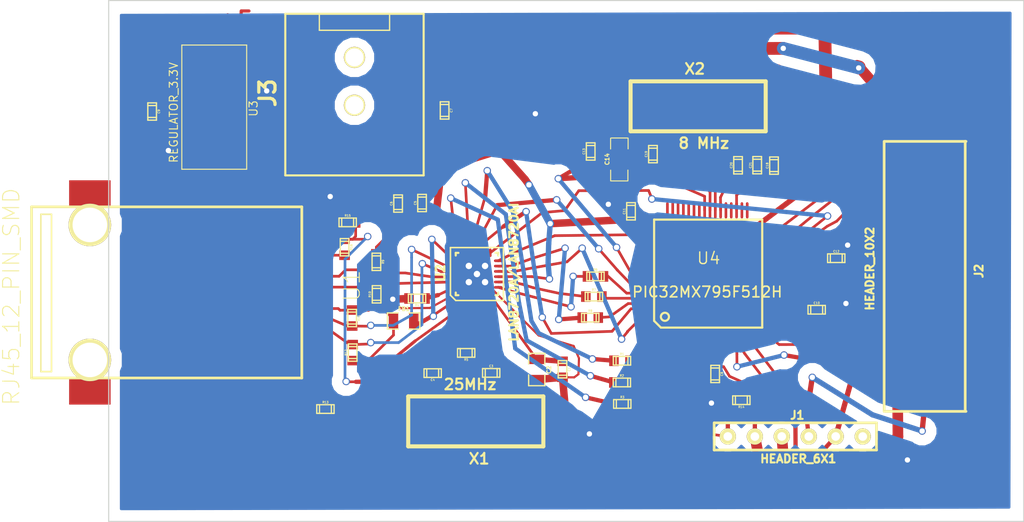
<source format=kicad_pcb>
(kicad_pcb (version 3) (host pcbnew "(2013-08-24 BZR 4298)-stable")

  (general
    (links 137)
    (no_connects 0)
    (area 32.949999 80.949999 119.050001 130.050001)
    (thickness 1.6)
    (drawings 9)
    (tracks 603)
    (zones 0)
    (modules 44)
    (nets 55)
  )

  (page A)
  (layers
    (15 F.Cu signal)
    (0 B.Cu signal)
    (16 B.Adhes user)
    (17 F.Adhes user)
    (18 B.Paste user)
    (19 F.Paste user)
    (20 B.SilkS user)
    (21 F.SilkS user)
    (22 B.Mask user)
    (23 F.Mask user)
    (24 Dwgs.User user)
    (25 Cmts.User user)
    (26 Eco1.User user)
    (27 Eco2.User user)
    (28 Edge.Cuts user)
  )

  (setup
    (last_trace_width 0.25)
    (user_trace_width 0.2)
    (user_trace_width 0.25)
    (user_trace_width 0.3)
    (user_trace_width 0.4)
    (user_trace_width 0.5)
    (user_trace_width 0.6)
    (user_trace_width 0.7)
    (user_trace_width 0.8)
    (user_trace_width 0.9)
    (user_trace_width 1)
    (user_trace_width 1.1)
    (user_trace_width 1.2)
    (trace_clearance 0.1)
    (zone_clearance 1)
    (zone_45_only no)
    (trace_min 0.2)
    (segment_width 0.2)
    (edge_width 0.1)
    (via_size 0.7)
    (via_drill 0.5)
    (via_min_size 0.7)
    (via_min_drill 0.5)
    (uvia_size 0.5)
    (uvia_drill 0.127)
    (uvias_allowed no)
    (uvia_min_size 0.5)
    (uvia_min_drill 0.127)
    (pcb_text_width 0.3)
    (pcb_text_size 1.5 1.5)
    (mod_edge_width 0.15)
    (mod_text_size 1 1)
    (mod_text_width 0.15)
    (pad_size 2.5 3.9)
    (pad_drill 0)
    (pad_to_mask_clearance 0)
    (pad_to_paste_clearance_ratio -0.1)
    (aux_axis_origin 0 0)
    (visible_elements 7FFFFFFF)
    (pcbplotparams
      (layerselection 272400385)
      (usegerberextensions true)
      (excludeedgelayer true)
      (linewidth 0.150000)
      (plotframeref false)
      (viasonmask false)
      (mode 1)
      (useauxorigin false)
      (hpglpennumber 1)
      (hpglpenspeed 20)
      (hpglpendiameter 15)
      (hpglpenoverlay 2)
      (psnegative false)
      (psa4output false)
      (plotreference true)
      (plotvalue true)
      (plotothertext true)
      (plotinvisibletext false)
      (padsonsilk false)
      (subtractmaskfromsilk false)
      (outputformat 1)
      (mirror false)
      (drillshape 0)
      (scaleselection 1)
      (outputdirectory ""))
  )

  (net 0 "")
  (net 1 +3.3v)
  (net 2 +5v)
  (net 3 AVDD)
  (net 4 ECRSDV)
  (net 5 EMDC)
  (net 6 EMDIO)
  (net 7 EREFCLK)
  (net 8 ERXD0)
  (net 9 ERXD1)
  (net 10 ERXERR)
  (net 11 ETXD0)
  (net 12 ETXD1)
  (net 13 ETXEN)
  (net 14 GND)
  (net 15 GreenLED)
  (net 16 ICSPCLK_RB1)
  (net 17 ICSPDAT_RB0)
  (net 18 N-0000025)
  (net 19 N-0000027)
  (net 20 N-0000028)
  (net 21 N-0000029)
  (net 22 N-0000033)
  (net 23 N-0000034)
  (net 24 N-0000035)
  (net 25 N-0000036)
  (net 26 N-0000064)
  (net 27 N-0000069)
  (net 28 N-0000070)
  (net 29 N-0000071)
  (net 30 N-0000073)
  (net 31 N-0000075)
  (net 32 N-0000078)
  (net 33 RB10)
  (net 34 RB11)
  (net 35 RB12)
  (net 36 RB13)
  (net 37 RB14)
  (net 38 RB2)
  (net 39 RB3)
  (net 40 RB4)
  (net 41 RB5)
  (net 42 RB6)
  (net 43 RB7)
  (net 44 RB8)
  (net 45 RB9)
  (net 46 RF4)
  (net 47 RF5)
  (net 48 RXN)
  (net 49 RXP)
  (net 50 TXN)
  (net 51 TXP)
  (net 52 YellowLED)
  (net 53 nRST)
  (net 54 ~MCLR~)

  (net_class Default "This is the default net class."
    (clearance 0.1)
    (trace_width 0.2)
    (via_dia 0.7)
    (via_drill 0.5)
    (uvia_dia 0.5)
    (uvia_drill 0.127)
    (add_net "")
    (add_net +3.3v)
    (add_net +5v)
    (add_net AVDD)
    (add_net ECRSDV)
    (add_net EMDC)
    (add_net EMDIO)
    (add_net EREFCLK)
    (add_net ERXD0)
    (add_net ERXD1)
    (add_net ERXERR)
    (add_net ETXD0)
    (add_net ETXD1)
    (add_net ETXEN)
    (add_net GND)
    (add_net GreenLED)
    (add_net ICSPCLK_RB1)
    (add_net ICSPDAT_RB0)
    (add_net N-0000025)
    (add_net N-0000027)
    (add_net N-0000028)
    (add_net N-0000029)
    (add_net N-0000033)
    (add_net N-0000034)
    (add_net N-0000035)
    (add_net N-0000036)
    (add_net N-0000064)
    (add_net N-0000069)
    (add_net N-0000070)
    (add_net N-0000071)
    (add_net N-0000073)
    (add_net N-0000075)
    (add_net N-0000078)
    (add_net RB10)
    (add_net RB11)
    (add_net RB12)
    (add_net RB13)
    (add_net RB14)
    (add_net RB2)
    (add_net RB3)
    (add_net RB4)
    (add_net RB5)
    (add_net RB6)
    (add_net RB7)
    (add_net RB8)
    (add_net RB9)
    (add_net RF4)
    (add_net RF5)
    (add_net RXN)
    (add_net RXP)
    (add_net TXN)
    (add_net TXP)
    (add_net YellowLED)
    (add_net nRST)
    (add_net ~MCLR~)
  )

  (module TED_SM0603 (layer F.Cu) (tedit 527731CB) (tstamp 52772E38)
    (at 55.17 104.21 270)
    (descr "SMT capacitor, 0603")
    (path /523E8A3C)
    (fp_text reference R16 (at 0 -0.635 270) (layer F.SilkS)
      (effects (font (size 0.20066 0.20066) (thickness 0.04064)))
    )
    (fp_text value "10k 1%" (at 0 0.635 270) (layer F.SilkS) hide
      (effects (font (size 0.20066 0.20066) (thickness 0.04064)))
    )
    (fp_line (start 0.5588 0.4064) (end 0.5588 -0.4064) (layer F.SilkS) (width 0.127))
    (fp_line (start -0.5588 -0.381) (end -0.5588 0.4064) (layer F.SilkS) (width 0.127))
    (fp_line (start -0.8128 -0.4064) (end 0.8128 -0.4064) (layer F.SilkS) (width 0.127))
    (fp_line (start 0.8128 -0.4064) (end 0.8128 0.4064) (layer F.SilkS) (width 0.127))
    (fp_line (start 0.8128 0.4064) (end -0.8128 0.4064) (layer F.SilkS) (width 0.127))
    (fp_line (start -0.8128 0.4064) (end -0.8128 -0.4064) (layer F.SilkS) (width 0.127))
    (pad 2 smd rect (at 0.75184 0 270) (size 0.89916 1.00076)
      (layers F.Cu F.Paste F.Mask)
      (net 14 GND)
      (clearance 0.1)
    )
    (pad 1 smd rect (at -0.75184 0 270) (size 0.89916 1.00076)
      (layers F.Cu F.Paste F.Mask)
      (net 25 N-0000036)
      (clearance 0.1)
    )
    (model smd/capacitors/c_0603.wrl
      (at (xyz 0 0 0))
      (scale (xyz 1 1 1))
      (rotate (xyz 0 0 0))
    )
  )

  (module TED_SM0603 (layer F.Cu) (tedit 527731CB) (tstamp 52772E2D)
    (at 55.46 101.87)
    (descr "SMT capacitor, 0603")
    (path /523E8044)
    (fp_text reference R15 (at 0 -0.635) (layer F.SilkS)
      (effects (font (size 0.20066 0.20066) (thickness 0.04064)))
    )
    (fp_text value 249 (at 0 0.635) (layer F.SilkS) hide
      (effects (font (size 0.20066 0.20066) (thickness 0.04064)))
    )
    (fp_line (start 0.5588 0.4064) (end 0.5588 -0.4064) (layer F.SilkS) (width 0.127))
    (fp_line (start -0.5588 -0.381) (end -0.5588 0.4064) (layer F.SilkS) (width 0.127))
    (fp_line (start -0.8128 -0.4064) (end 0.8128 -0.4064) (layer F.SilkS) (width 0.127))
    (fp_line (start 0.8128 -0.4064) (end 0.8128 0.4064) (layer F.SilkS) (width 0.127))
    (fp_line (start 0.8128 0.4064) (end -0.8128 0.4064) (layer F.SilkS) (width 0.127))
    (fp_line (start -0.8128 0.4064) (end -0.8128 -0.4064) (layer F.SilkS) (width 0.127))
    (pad 2 smd rect (at 0.75184 0) (size 0.89916 1.00076)
      (layers F.Cu F.Paste F.Mask)
      (net 25 N-0000036)
      (clearance 0.1)
    )
    (pad 1 smd rect (at -0.75184 0) (size 0.89916 1.00076)
      (layers F.Cu F.Paste F.Mask)
      (net 15 GreenLED)
      (clearance 0.1)
    )
    (model smd/capacitors/c_0603.wrl
      (at (xyz 0 0 0))
      (scale (xyz 1 1 1))
      (rotate (xyz 0 0 0))
    )
  )

  (module TED_SM0603 (layer F.Cu) (tedit 527731CB) (tstamp 52772E22)
    (at 92.46 118.6 180)
    (descr "SMT capacitor, 0603")
    (path /523F485A)
    (fp_text reference R14 (at 0 -0.635 180) (layer F.SilkS)
      (effects (font (size 0.20066 0.20066) (thickness 0.04064)))
    )
    (fp_text value 4.7k (at 0 0.635 180) (layer F.SilkS) hide
      (effects (font (size 0.20066 0.20066) (thickness 0.04064)))
    )
    (fp_line (start 0.5588 0.4064) (end 0.5588 -0.4064) (layer F.SilkS) (width 0.127))
    (fp_line (start -0.5588 -0.381) (end -0.5588 0.4064) (layer F.SilkS) (width 0.127))
    (fp_line (start -0.8128 -0.4064) (end 0.8128 -0.4064) (layer F.SilkS) (width 0.127))
    (fp_line (start 0.8128 -0.4064) (end 0.8128 0.4064) (layer F.SilkS) (width 0.127))
    (fp_line (start 0.8128 0.4064) (end -0.8128 0.4064) (layer F.SilkS) (width 0.127))
    (fp_line (start -0.8128 0.4064) (end -0.8128 -0.4064) (layer F.SilkS) (width 0.127))
    (pad 2 smd rect (at 0.75184 0 180) (size 0.89916 1.00076)
      (layers F.Cu F.Paste F.Mask)
      (net 54 ~MCLR~)
      (clearance 0.1)
    )
    (pad 1 smd rect (at -0.75184 0 180) (size 0.89916 1.00076)
      (layers F.Cu F.Paste F.Mask)
      (net 1 +3.3v)
      (clearance 0.1)
    )
    (model smd/capacitors/c_0603.wrl
      (at (xyz 0 0 0))
      (scale (xyz 1 1 1))
      (rotate (xyz 0 0 0))
    )
  )

  (module TED_SM0603 (layer F.Cu) (tedit 527731CB) (tstamp 52772E17)
    (at 53.37 119.43)
    (descr "SMT capacitor, 0603")
    (path /523E8065)
    (fp_text reference R13 (at 0 -0.635) (layer F.SilkS)
      (effects (font (size 0.20066 0.20066) (thickness 0.04064)))
    )
    (fp_text value 249 (at 0 0.635) (layer F.SilkS) hide
      (effects (font (size 0.20066 0.20066) (thickness 0.04064)))
    )
    (fp_line (start 0.5588 0.4064) (end 0.5588 -0.4064) (layer F.SilkS) (width 0.127))
    (fp_line (start -0.5588 -0.381) (end -0.5588 0.4064) (layer F.SilkS) (width 0.127))
    (fp_line (start -0.8128 -0.4064) (end 0.8128 -0.4064) (layer F.SilkS) (width 0.127))
    (fp_line (start 0.8128 -0.4064) (end 0.8128 0.4064) (layer F.SilkS) (width 0.127))
    (fp_line (start 0.8128 0.4064) (end -0.8128 0.4064) (layer F.SilkS) (width 0.127))
    (fp_line (start -0.8128 0.4064) (end -0.8128 -0.4064) (layer F.SilkS) (width 0.127))
    (pad 2 smd rect (at 0.75184 0) (size 0.89916 1.00076)
      (layers F.Cu F.Paste F.Mask)
      (net 18 N-0000025)
      (clearance 0.1)
    )
    (pad 1 smd rect (at -0.75184 0) (size 0.89916 1.00076)
      (layers F.Cu F.Paste F.Mask)
      (net 52 YellowLED)
      (clearance 0.1)
    )
    (model smd/capacitors/c_0603.wrl
      (at (xyz 0 0 0))
      (scale (xyz 1 1 1))
      (rotate (xyz 0 0 0))
    )
  )

  (module TED_SM0603 (layer F.Cu) (tedit 527731CB) (tstamp 52772E0C)
    (at 55.93 114.12 90)
    (descr "SMT capacitor, 0603")
    (path /523F1FBF)
    (fp_text reference R12 (at 0 -0.635 90) (layer F.SilkS)
      (effects (font (size 0.20066 0.20066) (thickness 0.04064)))
    )
    (fp_text value 49.9 (at 0 0.635 90) (layer F.SilkS) hide
      (effects (font (size 0.20066 0.20066) (thickness 0.04064)))
    )
    (fp_line (start 0.5588 0.4064) (end 0.5588 -0.4064) (layer F.SilkS) (width 0.127))
    (fp_line (start -0.5588 -0.381) (end -0.5588 0.4064) (layer F.SilkS) (width 0.127))
    (fp_line (start -0.8128 -0.4064) (end 0.8128 -0.4064) (layer F.SilkS) (width 0.127))
    (fp_line (start 0.8128 -0.4064) (end 0.8128 0.4064) (layer F.SilkS) (width 0.127))
    (fp_line (start 0.8128 0.4064) (end -0.8128 0.4064) (layer F.SilkS) (width 0.127))
    (fp_line (start -0.8128 0.4064) (end -0.8128 -0.4064) (layer F.SilkS) (width 0.127))
    (pad 2 smd rect (at 0.75184 0 90) (size 0.89916 1.00076)
      (layers F.Cu F.Paste F.Mask)
      (net 51 TXP)
      (clearance 0.1)
    )
    (pad 1 smd rect (at -0.75184 0 90) (size 0.89916 1.00076)
      (layers F.Cu F.Paste F.Mask)
      (net 1 +3.3v)
      (clearance 0.1)
    )
    (model smd/capacitors/c_0603.wrl
      (at (xyz 0 0 0))
      (scale (xyz 1 1 1))
      (rotate (xyz 0 0 0))
    )
  )

  (module TED_SM0603 (layer F.Cu) (tedit 527731CB) (tstamp 52772E01)
    (at 55.88 110.87 270)
    (descr "SMT capacitor, 0603")
    (path /523F1FD6)
    (fp_text reference R11 (at 0 -0.635 270) (layer F.SilkS)
      (effects (font (size 0.20066 0.20066) (thickness 0.04064)))
    )
    (fp_text value 49.9 (at 0 0.635 270) (layer F.SilkS) hide
      (effects (font (size 0.20066 0.20066) (thickness 0.04064)))
    )
    (fp_line (start 0.5588 0.4064) (end 0.5588 -0.4064) (layer F.SilkS) (width 0.127))
    (fp_line (start -0.5588 -0.381) (end -0.5588 0.4064) (layer F.SilkS) (width 0.127))
    (fp_line (start -0.8128 -0.4064) (end 0.8128 -0.4064) (layer F.SilkS) (width 0.127))
    (fp_line (start 0.8128 -0.4064) (end 0.8128 0.4064) (layer F.SilkS) (width 0.127))
    (fp_line (start 0.8128 0.4064) (end -0.8128 0.4064) (layer F.SilkS) (width 0.127))
    (fp_line (start -0.8128 0.4064) (end -0.8128 -0.4064) (layer F.SilkS) (width 0.127))
    (pad 2 smd rect (at 0.75184 0 270) (size 0.89916 1.00076)
      (layers F.Cu F.Paste F.Mask)
      (net 50 TXN)
      (clearance 0.1)
    )
    (pad 1 smd rect (at -0.75184 0 270) (size 0.89916 1.00076)
      (layers F.Cu F.Paste F.Mask)
      (net 1 +3.3v)
      (clearance 0.1)
    )
    (model smd/capacitors/c_0603.wrl
      (at (xyz 0 0 0))
      (scale (xyz 1 1 1))
      (rotate (xyz 0 0 0))
    )
  )

  (module TED_SM0603 (layer F.Cu) (tedit 527731CB) (tstamp 52772DF6)
    (at 58.18 108.64 90)
    (descr "SMT capacitor, 0603")
    (path /523F1FDC)
    (fp_text reference R10 (at 0 -0.635 90) (layer F.SilkS)
      (effects (font (size 0.20066 0.20066) (thickness 0.04064)))
    )
    (fp_text value 49.9 (at 0 0.635 90) (layer F.SilkS) hide
      (effects (font (size 0.20066 0.20066) (thickness 0.04064)))
    )
    (fp_line (start 0.5588 0.4064) (end 0.5588 -0.4064) (layer F.SilkS) (width 0.127))
    (fp_line (start -0.5588 -0.381) (end -0.5588 0.4064) (layer F.SilkS) (width 0.127))
    (fp_line (start -0.8128 -0.4064) (end 0.8128 -0.4064) (layer F.SilkS) (width 0.127))
    (fp_line (start 0.8128 -0.4064) (end 0.8128 0.4064) (layer F.SilkS) (width 0.127))
    (fp_line (start 0.8128 0.4064) (end -0.8128 0.4064) (layer F.SilkS) (width 0.127))
    (fp_line (start -0.8128 0.4064) (end -0.8128 -0.4064) (layer F.SilkS) (width 0.127))
    (pad 2 smd rect (at 0.75184 0 90) (size 0.89916 1.00076)
      (layers F.Cu F.Paste F.Mask)
      (net 49 RXP)
      (clearance 0.1)
    )
    (pad 1 smd rect (at -0.75184 0 90) (size 0.89916 1.00076)
      (layers F.Cu F.Paste F.Mask)
      (net 1 +3.3v)
      (clearance 0.1)
    )
    (model smd/capacitors/c_0603.wrl
      (at (xyz 0 0 0))
      (scale (xyz 1 1 1))
      (rotate (xyz 0 0 0))
    )
  )

  (module TED_SM0603 (layer F.Cu) (tedit 527731CB) (tstamp 52772DEB)
    (at 58.16 105.58 270)
    (descr "SMT capacitor, 0603")
    (path /523F1FE2)
    (fp_text reference R9 (at 0 -0.635 270) (layer F.SilkS)
      (effects (font (size 0.20066 0.20066) (thickness 0.04064)))
    )
    (fp_text value 49.9 (at 0 0.635 270) (layer F.SilkS) hide
      (effects (font (size 0.20066 0.20066) (thickness 0.04064)))
    )
    (fp_line (start 0.5588 0.4064) (end 0.5588 -0.4064) (layer F.SilkS) (width 0.127))
    (fp_line (start -0.5588 -0.381) (end -0.5588 0.4064) (layer F.SilkS) (width 0.127))
    (fp_line (start -0.8128 -0.4064) (end 0.8128 -0.4064) (layer F.SilkS) (width 0.127))
    (fp_line (start 0.8128 -0.4064) (end 0.8128 0.4064) (layer F.SilkS) (width 0.127))
    (fp_line (start 0.8128 0.4064) (end -0.8128 0.4064) (layer F.SilkS) (width 0.127))
    (fp_line (start -0.8128 0.4064) (end -0.8128 -0.4064) (layer F.SilkS) (width 0.127))
    (pad 2 smd rect (at 0.75184 0 270) (size 0.89916 1.00076)
      (layers F.Cu F.Paste F.Mask)
      (net 48 RXN)
      (clearance 0.1)
    )
    (pad 1 smd rect (at -0.75184 0 270) (size 0.89916 1.00076)
      (layers F.Cu F.Paste F.Mask)
      (net 1 +3.3v)
      (clearance 0.1)
    )
    (model smd/capacitors/c_0603.wrl
      (at (xyz 0 0 0))
      (scale (xyz 1 1 1))
      (rotate (xyz 0 0 0))
    )
  )

  (module TED_SM0603 (layer F.Cu) (tedit 527731CB) (tstamp 52772DE0)
    (at 78.26 110.83)
    (descr "SMT capacitor, 0603")
    (path /523F3E09)
    (fp_text reference R8 (at 0 -0.635) (layer F.SilkS)
      (effects (font (size 0.20066 0.20066) (thickness 0.04064)))
    )
    (fp_text value 33 (at 0 0.635) (layer F.SilkS) hide
      (effects (font (size 0.20066 0.20066) (thickness 0.04064)))
    )
    (fp_line (start 0.5588 0.4064) (end 0.5588 -0.4064) (layer F.SilkS) (width 0.127))
    (fp_line (start -0.5588 -0.381) (end -0.5588 0.4064) (layer F.SilkS) (width 0.127))
    (fp_line (start -0.8128 -0.4064) (end 0.8128 -0.4064) (layer F.SilkS) (width 0.127))
    (fp_line (start 0.8128 -0.4064) (end 0.8128 0.4064) (layer F.SilkS) (width 0.127))
    (fp_line (start 0.8128 0.4064) (end -0.8128 0.4064) (layer F.SilkS) (width 0.127))
    (fp_line (start -0.8128 0.4064) (end -0.8128 -0.4064) (layer F.SilkS) (width 0.127))
    (pad 2 smd rect (at 0.75184 0) (size 0.89916 1.00076)
      (layers F.Cu F.Paste F.Mask)
      (net 4 ECRSDV)
      (clearance 0.1)
    )
    (pad 1 smd rect (at -0.75184 0) (size 0.89916 1.00076)
      (layers F.Cu F.Paste F.Mask)
      (net 30 N-0000073)
      (clearance 0.1)
    )
    (model smd/capacitors/c_0603.wrl
      (at (xyz 0 0 0))
      (scale (xyz 1 1 1))
      (rotate (xyz 0 0 0))
    )
  )

  (module TED_SM0603 (layer F.Cu) (tedit 527731CB) (tstamp 52772DD5)
    (at 78.6 108.85)
    (descr "SMT capacitor, 0603")
    (path /523E8470)
    (fp_text reference R7 (at 0 -0.635) (layer F.SilkS)
      (effects (font (size 0.20066 0.20066) (thickness 0.04064)))
    )
    (fp_text value 33 (at 0 0.635) (layer F.SilkS) hide
      (effects (font (size 0.20066 0.20066) (thickness 0.04064)))
    )
    (fp_line (start 0.5588 0.4064) (end 0.5588 -0.4064) (layer F.SilkS) (width 0.127))
    (fp_line (start -0.5588 -0.381) (end -0.5588 0.4064) (layer F.SilkS) (width 0.127))
    (fp_line (start -0.8128 -0.4064) (end 0.8128 -0.4064) (layer F.SilkS) (width 0.127))
    (fp_line (start 0.8128 -0.4064) (end 0.8128 0.4064) (layer F.SilkS) (width 0.127))
    (fp_line (start 0.8128 0.4064) (end -0.8128 0.4064) (layer F.SilkS) (width 0.127))
    (fp_line (start -0.8128 0.4064) (end -0.8128 -0.4064) (layer F.SilkS) (width 0.127))
    (pad 2 smd rect (at 0.75184 0) (size 0.89916 1.00076)
      (layers F.Cu F.Paste F.Mask)
      (net 8 ERXD0)
      (clearance 0.1)
    )
    (pad 1 smd rect (at -0.75184 0) (size 0.89916 1.00076)
      (layers F.Cu F.Paste F.Mask)
      (net 22 N-0000033)
      (clearance 0.1)
    )
    (model smd/capacitors/c_0603.wrl
      (at (xyz 0 0 0))
      (scale (xyz 1 1 1))
      (rotate (xyz 0 0 0))
    )
  )

  (module TED_SM0603 (layer F.Cu) (tedit 527731CB) (tstamp 52772DCA)
    (at 78.75 106.95)
    (descr "SMT capacitor, 0603")
    (path /523E8497)
    (fp_text reference R6 (at 0 -0.635) (layer F.SilkS)
      (effects (font (size 0.20066 0.20066) (thickness 0.04064)))
    )
    (fp_text value 33 (at 0 0.635) (layer F.SilkS) hide
      (effects (font (size 0.20066 0.20066) (thickness 0.04064)))
    )
    (fp_line (start 0.5588 0.4064) (end 0.5588 -0.4064) (layer F.SilkS) (width 0.127))
    (fp_line (start -0.5588 -0.381) (end -0.5588 0.4064) (layer F.SilkS) (width 0.127))
    (fp_line (start -0.8128 -0.4064) (end 0.8128 -0.4064) (layer F.SilkS) (width 0.127))
    (fp_line (start 0.8128 -0.4064) (end 0.8128 0.4064) (layer F.SilkS) (width 0.127))
    (fp_line (start 0.8128 0.4064) (end -0.8128 0.4064) (layer F.SilkS) (width 0.127))
    (fp_line (start -0.8128 0.4064) (end -0.8128 -0.4064) (layer F.SilkS) (width 0.127))
    (pad 2 smd rect (at 0.75184 0) (size 0.89916 1.00076)
      (layers F.Cu F.Paste F.Mask)
      (net 9 ERXD1)
      (clearance 0.1)
    )
    (pad 1 smd rect (at -0.75184 0) (size 0.89916 1.00076)
      (layers F.Cu F.Paste F.Mask)
      (net 23 N-0000034)
      (clearance 0.1)
    )
    (model smd/capacitors/c_0603.wrl
      (at (xyz 0 0 0))
      (scale (xyz 1 1 1))
      (rotate (xyz 0 0 0))
    )
  )

  (module TED_SM0603 (layer F.Cu) (tedit 527731CB) (tstamp 52772DBF)
    (at 66.6 114.15 180)
    (descr "SMT capacitor, 0603")
    (path /523E7C54)
    (fp_text reference R5 (at 0 -0.635 180) (layer F.SilkS)
      (effects (font (size 0.20066 0.20066) (thickness 0.04064)))
    )
    (fp_text value 1M (at 0 0.635 180) (layer F.SilkS) hide
      (effects (font (size 0.20066 0.20066) (thickness 0.04064)))
    )
    (fp_line (start 0.5588 0.4064) (end 0.5588 -0.4064) (layer F.SilkS) (width 0.127))
    (fp_line (start -0.5588 -0.381) (end -0.5588 0.4064) (layer F.SilkS) (width 0.127))
    (fp_line (start -0.8128 -0.4064) (end 0.8128 -0.4064) (layer F.SilkS) (width 0.127))
    (fp_line (start 0.8128 -0.4064) (end 0.8128 0.4064) (layer F.SilkS) (width 0.127))
    (fp_line (start 0.8128 0.4064) (end -0.8128 0.4064) (layer F.SilkS) (width 0.127))
    (fp_line (start -0.8128 0.4064) (end -0.8128 -0.4064) (layer F.SilkS) (width 0.127))
    (pad 2 smd rect (at 0.75184 0 180) (size 0.89916 1.00076)
      (layers F.Cu F.Paste F.Mask)
      (net 20 N-0000028)
      (clearance 0.1)
    )
    (pad 1 smd rect (at -0.75184 0 180) (size 0.89916 1.00076)
      (layers F.Cu F.Paste F.Mask)
      (net 19 N-0000027)
      (clearance 0.1)
    )
    (model smd/capacitors/c_0603.wrl
      (at (xyz 0 0 0))
      (scale (xyz 1 1 1))
      (rotate (xyz 0 0 0))
    )
  )

  (module TED_SM0603 (layer F.Cu) (tedit 527731CB) (tstamp 52772DA9)
    (at 81.27 118.95)
    (descr "SMT capacitor, 0603")
    (path /523F2E2D)
    (fp_text reference R3 (at 0 -0.635) (layer F.SilkS)
      (effects (font (size 0.20066 0.20066) (thickness 0.04064)))
    )
    (fp_text value 33 (at 0 0.635) (layer F.SilkS) hide
      (effects (font (size 0.20066 0.20066) (thickness 0.04064)))
    )
    (fp_line (start 0.5588 0.4064) (end 0.5588 -0.4064) (layer F.SilkS) (width 0.127))
    (fp_line (start -0.5588 -0.381) (end -0.5588 0.4064) (layer F.SilkS) (width 0.127))
    (fp_line (start -0.8128 -0.4064) (end 0.8128 -0.4064) (layer F.SilkS) (width 0.127))
    (fp_line (start 0.8128 -0.4064) (end 0.8128 0.4064) (layer F.SilkS) (width 0.127))
    (fp_line (start 0.8128 0.4064) (end -0.8128 0.4064) (layer F.SilkS) (width 0.127))
    (fp_line (start -0.8128 0.4064) (end -0.8128 -0.4064) (layer F.SilkS) (width 0.127))
    (pad 2 smd rect (at 0.75184 0) (size 0.89916 1.00076)
      (layers F.Cu F.Paste F.Mask)
      (net 12 ETXD1)
      (clearance 0.1)
    )
    (pad 1 smd rect (at -0.75184 0) (size 0.89916 1.00076)
      (layers F.Cu F.Paste F.Mask)
      (net 29 N-0000071)
      (clearance 0.1)
    )
    (model smd/capacitors/c_0603.wrl
      (at (xyz 0 0 0))
      (scale (xyz 1 1 1))
      (rotate (xyz 0 0 0))
    )
  )

  (module TED_SM0603 (layer F.Cu) (tedit 527731CB) (tstamp 52772D9E)
    (at 81.23 116.93)
    (descr "SMT capacitor, 0603")
    (path /523F2C6C)
    (fp_text reference R2 (at 0 -0.635) (layer F.SilkS)
      (effects (font (size 0.20066 0.20066) (thickness 0.04064)))
    )
    (fp_text value 33 (at 0 0.635) (layer F.SilkS) hide
      (effects (font (size 0.20066 0.20066) (thickness 0.04064)))
    )
    (fp_line (start 0.5588 0.4064) (end 0.5588 -0.4064) (layer F.SilkS) (width 0.127))
    (fp_line (start -0.5588 -0.381) (end -0.5588 0.4064) (layer F.SilkS) (width 0.127))
    (fp_line (start -0.8128 -0.4064) (end 0.8128 -0.4064) (layer F.SilkS) (width 0.127))
    (fp_line (start 0.8128 -0.4064) (end 0.8128 0.4064) (layer F.SilkS) (width 0.127))
    (fp_line (start 0.8128 0.4064) (end -0.8128 0.4064) (layer F.SilkS) (width 0.127))
    (fp_line (start -0.8128 0.4064) (end -0.8128 -0.4064) (layer F.SilkS) (width 0.127))
    (pad 2 smd rect (at 0.75184 0) (size 0.89916 1.00076)
      (layers F.Cu F.Paste F.Mask)
      (net 11 ETXD0)
      (clearance 0.1)
    )
    (pad 1 smd rect (at -0.75184 0) (size 0.89916 1.00076)
      (layers F.Cu F.Paste F.Mask)
      (net 28 N-0000070)
      (clearance 0.1)
    )
    (model smd/capacitors/c_0603.wrl
      (at (xyz 0 0 0))
      (scale (xyz 1 1 1))
      (rotate (xyz 0 0 0))
    )
  )

  (module TED_SM0603 (layer F.Cu) (tedit 527731CB) (tstamp 52772D93)
    (at 81.24 114.89)
    (descr "SMT capacitor, 0603")
    (path /523F2C72)
    (fp_text reference R1 (at 0 -0.635) (layer F.SilkS)
      (effects (font (size 0.20066 0.20066) (thickness 0.04064)))
    )
    (fp_text value 33 (at 0 0.635) (layer F.SilkS) hide
      (effects (font (size 0.20066 0.20066) (thickness 0.04064)))
    )
    (fp_line (start 0.5588 0.4064) (end 0.5588 -0.4064) (layer F.SilkS) (width 0.127))
    (fp_line (start -0.5588 -0.381) (end -0.5588 0.4064) (layer F.SilkS) (width 0.127))
    (fp_line (start -0.8128 -0.4064) (end 0.8128 -0.4064) (layer F.SilkS) (width 0.127))
    (fp_line (start 0.8128 -0.4064) (end 0.8128 0.4064) (layer F.SilkS) (width 0.127))
    (fp_line (start 0.8128 0.4064) (end -0.8128 0.4064) (layer F.SilkS) (width 0.127))
    (fp_line (start -0.8128 0.4064) (end -0.8128 -0.4064) (layer F.SilkS) (width 0.127))
    (pad 2 smd rect (at 0.75184 0) (size 0.89916 1.00076)
      (layers F.Cu F.Paste F.Mask)
      (net 13 ETXEN)
      (clearance 0.1)
    )
    (pad 1 smd rect (at -0.75184 0) (size 0.89916 1.00076)
      (layers F.Cu F.Paste F.Mask)
      (net 27 N-0000069)
      (clearance 0.1)
    )
    (model smd/capacitors/c_0603.wrl
      (at (xyz 0 0 0))
      (scale (xyz 1 1 1))
      (rotate (xyz 0 0 0))
    )
  )

  (module TED_HEADER_6x1_BOTTOM (layer F.Cu) (tedit 52772A0F) (tstamp 52772D86)
    (at 97.54 122)
    (path /523E1759)
    (fp_text reference J1 (at 0.1778 -1.98628) (layer F.SilkS)
      (effects (font (size 0.762 0.762) (thickness 0.1905)))
    )
    (fp_text value HEADER_6X1 (at 0.26924 2.11328) (layer F.SilkS)
      (effects (font (size 0.762 0.762) (thickness 0.1905)))
    )
    (fp_line (start 7.62 -1.27) (end -7.62 -1.27) (layer F.SilkS) (width 0.254))
    (fp_line (start 7.62 -1.27) (end 7.62 1.27) (layer F.SilkS) (width 0.254))
    (fp_line (start 7.63524 1.28524) (end -7.63524 1.28524) (layer F.SilkS) (width 0.254))
    (fp_line (start -7.63524 1.28524) (end -7.63524 -1.27508) (layer F.SilkS) (width 0.254))
    (pad 5 thru_hole circle (at 3.78968 0.01016) (size 1.524 1.524) (drill 0.8128)
      (layers *.Mask F.Cu F.SilkS)
      (net 16 ICSPCLK_RB1)
    )
    (pad 6 thru_hole circle (at 6.32968 0.01524) (size 1.524 1.524) (drill 0.8128)
      (layers *.Mask F.Cu F.SilkS)
    )
    (pad 1 thru_hole circle (at -6.35 0.01016) (size 1.524 1.524) (drill 0.8128)
      (layers *.Mask F.Cu F.SilkS)
      (net 54 ~MCLR~)
    )
    (pad 2 thru_hole circle (at -3.81 0.01524) (size 1.524 1.524) (drill 0.8128)
      (layers *.Mask F.Cu F.SilkS)
      (net 1 +3.3v)
    )
    (pad 4 thru_hole circle (at 1.25984 0.01524) (size 1.524 1.524) (drill 0.8128)
      (layers *.Mask F.Cu F.SilkS)
      (net 17 ICSPDAT_RB0)
    )
    (pad 3 thru_hole circle (at -1.28016 0.01016) (size 1.524 1.524) (drill 0.8128)
      (layers *.Mask F.Cu F.SilkS)
      (net 14 GND)
    )
  )

  (module TED_SM0603 (layer F.Cu) (tedit 527731CB) (tstamp 52772D7B)
    (at 93.95 96.49 90)
    (descr "SMT capacitor, 0603")
    (path /523E5206)
    (fp_text reference C21 (at 0 -0.635 90) (layer F.SilkS)
      (effects (font (size 0.20066 0.20066) (thickness 0.04064)))
    )
    (fp_text value .1uF (at 0 0.635 90) (layer F.SilkS) hide
      (effects (font (size 0.20066 0.20066) (thickness 0.04064)))
    )
    (fp_line (start 0.5588 0.4064) (end 0.5588 -0.4064) (layer F.SilkS) (width 0.127))
    (fp_line (start -0.5588 -0.381) (end -0.5588 0.4064) (layer F.SilkS) (width 0.127))
    (fp_line (start -0.8128 -0.4064) (end 0.8128 -0.4064) (layer F.SilkS) (width 0.127))
    (fp_line (start 0.8128 -0.4064) (end 0.8128 0.4064) (layer F.SilkS) (width 0.127))
    (fp_line (start 0.8128 0.4064) (end -0.8128 0.4064) (layer F.SilkS) (width 0.127))
    (fp_line (start -0.8128 0.4064) (end -0.8128 -0.4064) (layer F.SilkS) (width 0.127))
    (pad 2 smd rect (at 0.75184 0 90) (size 0.89916 1.00076)
      (layers F.Cu F.Paste F.Mask)
      (net 14 GND)
      (clearance 0.1)
    )
    (pad 1 smd rect (at -0.75184 0 90) (size 0.89916 1.00076)
      (layers F.Cu F.Paste F.Mask)
      (net 1 +3.3v)
      (clearance 0.1)
    )
    (model smd/capacitors/c_0603.wrl
      (at (xyz 0 0 0))
      (scale (xyz 1 1 1))
      (rotate (xyz 0 0 0))
    )
  )

  (module TED_SM0603 (layer F.Cu) (tedit 527731CB) (tstamp 52772D70)
    (at 92.15 96.5 90)
    (descr "SMT capacitor, 0603")
    (path /523F7B88)
    (fp_text reference C20 (at 0 -0.635 90) (layer F.SilkS)
      (effects (font (size 0.20066 0.20066) (thickness 0.04064)))
    )
    (fp_text value 18pF (at 0 0.635 90) (layer F.SilkS) hide
      (effects (font (size 0.20066 0.20066) (thickness 0.04064)))
    )
    (fp_line (start 0.5588 0.4064) (end 0.5588 -0.4064) (layer F.SilkS) (width 0.127))
    (fp_line (start -0.5588 -0.381) (end -0.5588 0.4064) (layer F.SilkS) (width 0.127))
    (fp_line (start -0.8128 -0.4064) (end 0.8128 -0.4064) (layer F.SilkS) (width 0.127))
    (fp_line (start 0.8128 -0.4064) (end 0.8128 0.4064) (layer F.SilkS) (width 0.127))
    (fp_line (start 0.8128 0.4064) (end -0.8128 0.4064) (layer F.SilkS) (width 0.127))
    (fp_line (start -0.8128 0.4064) (end -0.8128 -0.4064) (layer F.SilkS) (width 0.127))
    (pad 2 smd rect (at 0.75184 0 90) (size 0.89916 1.00076)
      (layers F.Cu F.Paste F.Mask)
      (net 14 GND)
      (clearance 0.1)
    )
    (pad 1 smd rect (at -0.75184 0 90) (size 0.89916 1.00076)
      (layers F.Cu F.Paste F.Mask)
      (net 32 N-0000078)
      (clearance 0.1)
    )
    (model smd/capacitors/c_0603.wrl
      (at (xyz 0 0 0))
      (scale (xyz 1 1 1))
      (rotate (xyz 0 0 0))
    )
  )

  (module TED_SM0603 (layer F.Cu) (tedit 527731CB) (tstamp 52772D65)
    (at 84.15 95.45 90)
    (descr "SMT capacitor, 0603")
    (path /523F7B67)
    (fp_text reference C19 (at 0 -0.635 90) (layer F.SilkS)
      (effects (font (size 0.20066 0.20066) (thickness 0.04064)))
    )
    (fp_text value 18pF (at 0 0.635 90) (layer F.SilkS) hide
      (effects (font (size 0.20066 0.20066) (thickness 0.04064)))
    )
    (fp_line (start 0.5588 0.4064) (end 0.5588 -0.4064) (layer F.SilkS) (width 0.127))
    (fp_line (start -0.5588 -0.381) (end -0.5588 0.4064) (layer F.SilkS) (width 0.127))
    (fp_line (start -0.8128 -0.4064) (end 0.8128 -0.4064) (layer F.SilkS) (width 0.127))
    (fp_line (start 0.8128 -0.4064) (end 0.8128 0.4064) (layer F.SilkS) (width 0.127))
    (fp_line (start 0.8128 0.4064) (end -0.8128 0.4064) (layer F.SilkS) (width 0.127))
    (fp_line (start -0.8128 0.4064) (end -0.8128 -0.4064) (layer F.SilkS) (width 0.127))
    (pad 2 smd rect (at 0.75184 0 90) (size 0.89916 1.00076)
      (layers F.Cu F.Paste F.Mask)
      (net 14 GND)
      (clearance 0.1)
    )
    (pad 1 smd rect (at -0.75184 0 90) (size 0.89916 1.00076)
      (layers F.Cu F.Paste F.Mask)
      (net 26 N-0000064)
      (clearance 0.1)
    )
    (model smd/capacitors/c_0603.wrl
      (at (xyz 0 0 0))
      (scale (xyz 1 1 1))
      (rotate (xyz 0 0 0))
    )
  )

  (module TED_SM0603 (layer F.Cu) (tedit 527731CB) (tstamp 52772D5A)
    (at 95.53 96.53 90)
    (descr "SMT capacitor, 0603")
    (path /523F7895)
    (fp_text reference C18 (at 0 -0.635 90) (layer F.SilkS)
      (effects (font (size 0.20066 0.20066) (thickness 0.04064)))
    )
    (fp_text value .1uF (at 0 0.635 90) (layer F.SilkS) hide
      (effects (font (size 0.20066 0.20066) (thickness 0.04064)))
    )
    (fp_line (start 0.5588 0.4064) (end 0.5588 -0.4064) (layer F.SilkS) (width 0.127))
    (fp_line (start -0.5588 -0.381) (end -0.5588 0.4064) (layer F.SilkS) (width 0.127))
    (fp_line (start -0.8128 -0.4064) (end 0.8128 -0.4064) (layer F.SilkS) (width 0.127))
    (fp_line (start 0.8128 -0.4064) (end 0.8128 0.4064) (layer F.SilkS) (width 0.127))
    (fp_line (start 0.8128 0.4064) (end -0.8128 0.4064) (layer F.SilkS) (width 0.127))
    (fp_line (start -0.8128 0.4064) (end -0.8128 -0.4064) (layer F.SilkS) (width 0.127))
    (pad 2 smd rect (at 0.75184 0 90) (size 0.89916 1.00076)
      (layers F.Cu F.Paste F.Mask)
      (net 14 GND)
      (clearance 0.1)
    )
    (pad 1 smd rect (at -0.75184 0 90) (size 0.89916 1.00076)
      (layers F.Cu F.Paste F.Mask)
      (net 1 +3.3v)
      (clearance 0.1)
    )
    (model smd/capacitors/c_0603.wrl
      (at (xyz 0 0 0))
      (scale (xyz 1 1 1))
      (rotate (xyz 0 0 0))
    )
  )

  (module TED_SM0603 (layer F.Cu) (tedit 527731CB) (tstamp 52772D4F)
    (at 78.3 95.2 90)
    (descr "SMT capacitor, 0603")
    (path /523F8AF6)
    (fp_text reference C13 (at 0 -0.635 90) (layer F.SilkS)
      (effects (font (size 0.20066 0.20066) (thickness 0.04064)))
    )
    (fp_text value .1uF (at 0 0.635 90) (layer F.SilkS) hide
      (effects (font (size 0.20066 0.20066) (thickness 0.04064)))
    )
    (fp_line (start 0.5588 0.4064) (end 0.5588 -0.4064) (layer F.SilkS) (width 0.127))
    (fp_line (start -0.5588 -0.381) (end -0.5588 0.4064) (layer F.SilkS) (width 0.127))
    (fp_line (start -0.8128 -0.4064) (end 0.8128 -0.4064) (layer F.SilkS) (width 0.127))
    (fp_line (start 0.8128 -0.4064) (end 0.8128 0.4064) (layer F.SilkS) (width 0.127))
    (fp_line (start 0.8128 0.4064) (end -0.8128 0.4064) (layer F.SilkS) (width 0.127))
    (fp_line (start -0.8128 0.4064) (end -0.8128 -0.4064) (layer F.SilkS) (width 0.127))
    (pad 2 smd rect (at 0.75184 0 90) (size 0.89916 1.00076)
      (layers F.Cu F.Paste F.Mask)
      (net 14 GND)
      (clearance 0.1)
    )
    (pad 1 smd rect (at -0.75184 0 90) (size 0.89916 1.00076)
      (layers F.Cu F.Paste F.Mask)
      (net 31 N-0000075)
      (clearance 0.1)
    )
    (model smd/capacitors/c_0603.wrl
      (at (xyz 0 0 0))
      (scale (xyz 1 1 1))
      (rotate (xyz 0 0 0))
    )
  )

  (module TED_SM0603 (layer F.Cu) (tedit 527731CB) (tstamp 52772D44)
    (at 101.38 105.24)
    (descr "SMT capacitor, 0603")
    (path /523E5232)
    (fp_text reference C12 (at 0 -0.635) (layer F.SilkS)
      (effects (font (size 0.20066 0.20066) (thickness 0.04064)))
    )
    (fp_text value .1uF (at 0 0.635) (layer F.SilkS) hide
      (effects (font (size 0.20066 0.20066) (thickness 0.04064)))
    )
    (fp_line (start 0.5588 0.4064) (end 0.5588 -0.4064) (layer F.SilkS) (width 0.127))
    (fp_line (start -0.5588 -0.381) (end -0.5588 0.4064) (layer F.SilkS) (width 0.127))
    (fp_line (start -0.8128 -0.4064) (end 0.8128 -0.4064) (layer F.SilkS) (width 0.127))
    (fp_line (start 0.8128 -0.4064) (end 0.8128 0.4064) (layer F.SilkS) (width 0.127))
    (fp_line (start 0.8128 0.4064) (end -0.8128 0.4064) (layer F.SilkS) (width 0.127))
    (fp_line (start -0.8128 0.4064) (end -0.8128 -0.4064) (layer F.SilkS) (width 0.127))
    (pad 2 smd rect (at 0.75184 0) (size 0.89916 1.00076)
      (layers F.Cu F.Paste F.Mask)
      (net 14 GND)
      (clearance 0.1)
    )
    (pad 1 smd rect (at -0.75184 0) (size 0.89916 1.00076)
      (layers F.Cu F.Paste F.Mask)
      (net 1 +3.3v)
      (clearance 0.1)
    )
    (model smd/capacitors/c_0603.wrl
      (at (xyz 0 0 0))
      (scale (xyz 1 1 1))
      (rotate (xyz 0 0 0))
    )
  )

  (module TED_SM0603 (layer F.Cu) (tedit 527731CB) (tstamp 52772D39)
    (at 82.09 100.83 90)
    (descr "SMT capacitor, 0603")
    (path /523E51D1)
    (fp_text reference C11 (at 0 -0.635 90) (layer F.SilkS)
      (effects (font (size 0.20066 0.20066) (thickness 0.04064)))
    )
    (fp_text value .1uF (at 0 0.635 90) (layer F.SilkS) hide
      (effects (font (size 0.20066 0.20066) (thickness 0.04064)))
    )
    (fp_line (start 0.5588 0.4064) (end 0.5588 -0.4064) (layer F.SilkS) (width 0.127))
    (fp_line (start -0.5588 -0.381) (end -0.5588 0.4064) (layer F.SilkS) (width 0.127))
    (fp_line (start -0.8128 -0.4064) (end 0.8128 -0.4064) (layer F.SilkS) (width 0.127))
    (fp_line (start 0.8128 -0.4064) (end 0.8128 0.4064) (layer F.SilkS) (width 0.127))
    (fp_line (start 0.8128 0.4064) (end -0.8128 0.4064) (layer F.SilkS) (width 0.127))
    (fp_line (start -0.8128 0.4064) (end -0.8128 -0.4064) (layer F.SilkS) (width 0.127))
    (pad 2 smd rect (at 0.75184 0 90) (size 0.89916 1.00076)
      (layers F.Cu F.Paste F.Mask)
      (net 14 GND)
      (clearance 0.1)
    )
    (pad 1 smd rect (at -0.75184 0 90) (size 0.89916 1.00076)
      (layers F.Cu F.Paste F.Mask)
      (net 1 +3.3v)
      (clearance 0.1)
    )
    (model smd/capacitors/c_0603.wrl
      (at (xyz 0 0 0))
      (scale (xyz 1 1 1))
      (rotate (xyz 0 0 0))
    )
  )

  (module TED_SM0603 (layer F.Cu) (tedit 527731CB) (tstamp 52772D2E)
    (at 99.54 110.09)
    (descr "SMT capacitor, 0603")
    (path /523F9CE6)
    (fp_text reference C10 (at 0 -0.635) (layer F.SilkS)
      (effects (font (size 0.20066 0.20066) (thickness 0.04064)))
    )
    (fp_text value .1uF (at 0 0.635) (layer F.SilkS) hide
      (effects (font (size 0.20066 0.20066) (thickness 0.04064)))
    )
    (fp_line (start 0.5588 0.4064) (end 0.5588 -0.4064) (layer F.SilkS) (width 0.127))
    (fp_line (start -0.5588 -0.381) (end -0.5588 0.4064) (layer F.SilkS) (width 0.127))
    (fp_line (start -0.8128 -0.4064) (end 0.8128 -0.4064) (layer F.SilkS) (width 0.127))
    (fp_line (start 0.8128 -0.4064) (end 0.8128 0.4064) (layer F.SilkS) (width 0.127))
    (fp_line (start 0.8128 0.4064) (end -0.8128 0.4064) (layer F.SilkS) (width 0.127))
    (fp_line (start -0.8128 0.4064) (end -0.8128 -0.4064) (layer F.SilkS) (width 0.127))
    (pad 2 smd rect (at 0.75184 0) (size 0.89916 1.00076)
      (layers F.Cu F.Paste F.Mask)
      (net 14 GND)
      (clearance 0.1)
    )
    (pad 1 smd rect (at -0.75184 0) (size 0.89916 1.00076)
      (layers F.Cu F.Paste F.Mask)
      (net 1 +3.3v)
      (clearance 0.1)
    )
    (model smd/capacitors/c_0603.wrl
      (at (xyz 0 0 0))
      (scale (xyz 1 1 1))
      (rotate (xyz 0 0 0))
    )
  )

  (module TED_SM0603 (layer F.Cu) (tedit 527731CB) (tstamp 52772D23)
    (at 37.084 91.44 270)
    (descr "SMT capacitor, 0603")
    (path /523F8DC7)
    (fp_text reference C9 (at 0 -0.635 270) (layer F.SilkS)
      (effects (font (size 0.20066 0.20066) (thickness 0.04064)))
    )
    (fp_text value 4.7uF (at 0 0.635 270) (layer F.SilkS) hide
      (effects (font (size 0.20066 0.20066) (thickness 0.04064)))
    )
    (fp_line (start 0.5588 0.4064) (end 0.5588 -0.4064) (layer F.SilkS) (width 0.127))
    (fp_line (start -0.5588 -0.381) (end -0.5588 0.4064) (layer F.SilkS) (width 0.127))
    (fp_line (start -0.8128 -0.4064) (end 0.8128 -0.4064) (layer F.SilkS) (width 0.127))
    (fp_line (start 0.8128 -0.4064) (end 0.8128 0.4064) (layer F.SilkS) (width 0.127))
    (fp_line (start 0.8128 0.4064) (end -0.8128 0.4064) (layer F.SilkS) (width 0.127))
    (fp_line (start -0.8128 0.4064) (end -0.8128 -0.4064) (layer F.SilkS) (width 0.127))
    (pad 2 smd rect (at 0.75184 0 270) (size 0.89916 1.00076)
      (layers F.Cu F.Paste F.Mask)
      (net 14 GND)
      (clearance 0.1)
    )
    (pad 1 smd rect (at -0.75184 0 270) (size 0.89916 1.00076)
      (layers F.Cu F.Paste F.Mask)
      (net 1 +3.3v)
      (clearance 0.1)
    )
    (model smd/capacitors/c_0603.wrl
      (at (xyz 0 0 0))
      (scale (xyz 1 1 1))
      (rotate (xyz 0 0 0))
    )
  )

  (module TED_SM0603 (layer F.Cu) (tedit 527731CB) (tstamp 52772D18)
    (at 90 116.13 270)
    (descr "SMT capacitor, 0603")
    (path /523E525D)
    (fp_text reference C8 (at 0 -0.635 270) (layer F.SilkS)
      (effects (font (size 0.20066 0.20066) (thickness 0.04064)))
    )
    (fp_text value .1uF (at 0 0.635 270) (layer F.SilkS) hide
      (effects (font (size 0.20066 0.20066) (thickness 0.04064)))
    )
    (fp_line (start 0.5588 0.4064) (end 0.5588 -0.4064) (layer F.SilkS) (width 0.127))
    (fp_line (start -0.5588 -0.381) (end -0.5588 0.4064) (layer F.SilkS) (width 0.127))
    (fp_line (start -0.8128 -0.4064) (end 0.8128 -0.4064) (layer F.SilkS) (width 0.127))
    (fp_line (start 0.8128 -0.4064) (end 0.8128 0.4064) (layer F.SilkS) (width 0.127))
    (fp_line (start 0.8128 0.4064) (end -0.8128 0.4064) (layer F.SilkS) (width 0.127))
    (fp_line (start -0.8128 0.4064) (end -0.8128 -0.4064) (layer F.SilkS) (width 0.127))
    (pad 2 smd rect (at 0.75184 0 270) (size 0.89916 1.00076)
      (layers F.Cu F.Paste F.Mask)
      (net 14 GND)
      (clearance 0.1)
    )
    (pad 1 smd rect (at -0.75184 0 270) (size 0.89916 1.00076)
      (layers F.Cu F.Paste F.Mask)
      (net 1 +3.3v)
      (clearance 0.1)
    )
    (model smd/capacitors/c_0603.wrl
      (at (xyz 0 0 0))
      (scale (xyz 1 1 1))
      (rotate (xyz 0 0 0))
    )
  )

  (module TED_SM0603 (layer F.Cu) (tedit 527731CB) (tstamp 52772D17)
    (at 64.57 91.34 270)
    (descr "SMT capacitor, 0603")
    (path /523F8DA4)
    (fp_text reference C7 (at 0 -0.635 270) (layer F.SilkS)
      (effects (font (size 0.20066 0.20066) (thickness 0.04064)))
    )
    (fp_text value 4.7uF (at 0 0.635 270) (layer F.SilkS) hide
      (effects (font (size 0.20066 0.20066) (thickness 0.04064)))
    )
    (fp_line (start 0.5588 0.4064) (end 0.5588 -0.4064) (layer F.SilkS) (width 0.127))
    (fp_line (start -0.5588 -0.381) (end -0.5588 0.4064) (layer F.SilkS) (width 0.127))
    (fp_line (start -0.8128 -0.4064) (end 0.8128 -0.4064) (layer F.SilkS) (width 0.127))
    (fp_line (start 0.8128 -0.4064) (end 0.8128 0.4064) (layer F.SilkS) (width 0.127))
    (fp_line (start 0.8128 0.4064) (end -0.8128 0.4064) (layer F.SilkS) (width 0.127))
    (fp_line (start -0.8128 0.4064) (end -0.8128 -0.4064) (layer F.SilkS) (width 0.127))
    (pad 2 smd rect (at 0.75184 0 270) (size 0.89916 1.00076)
      (layers F.Cu F.Paste F.Mask)
      (net 14 GND)
      (clearance 0.1)
    )
    (pad 1 smd rect (at -0.75184 0 270) (size 0.89916 1.00076)
      (layers F.Cu F.Paste F.Mask)
      (net 2 +5v)
      (clearance 0.1)
    )
    (model smd/capacitors/c_0603.wrl
      (at (xyz 0 0 0))
      (scale (xyz 1 1 1))
      (rotate (xyz 0 0 0))
    )
  )

  (module TED_SM0603 (layer F.Cu) (tedit 527731CB) (tstamp 52772D01)
    (at 60.2 100.1 90)
    (descr "SMT capacitor, 0603")
    (path /523F200B)
    (fp_text reference C6 (at 0 -0.635 90) (layer F.SilkS)
      (effects (font (size 0.20066 0.20066) (thickness 0.04064)))
    )
    (fp_text value .1uF (at 0 0.635 90) (layer F.SilkS) hide
      (effects (font (size 0.20066 0.20066) (thickness 0.04064)))
    )
    (fp_line (start 0.5588 0.4064) (end 0.5588 -0.4064) (layer F.SilkS) (width 0.127))
    (fp_line (start -0.5588 -0.381) (end -0.5588 0.4064) (layer F.SilkS) (width 0.127))
    (fp_line (start -0.8128 -0.4064) (end 0.8128 -0.4064) (layer F.SilkS) (width 0.127))
    (fp_line (start 0.8128 -0.4064) (end 0.8128 0.4064) (layer F.SilkS) (width 0.127))
    (fp_line (start 0.8128 0.4064) (end -0.8128 0.4064) (layer F.SilkS) (width 0.127))
    (fp_line (start -0.8128 0.4064) (end -0.8128 -0.4064) (layer F.SilkS) (width 0.127))
    (pad 2 smd rect (at 0.75184 0 90) (size 0.89916 1.00076)
      (layers F.Cu F.Paste F.Mask)
      (net 14 GND)
      (clearance 0.1)
    )
    (pad 1 smd rect (at -0.75184 0 90) (size 0.89916 1.00076)
      (layers F.Cu F.Paste F.Mask)
      (net 1 +3.3v)
      (clearance 0.1)
    )
    (model smd/capacitors/c_0603.wrl
      (at (xyz 0 0 0))
      (scale (xyz 1 1 1))
      (rotate (xyz 0 0 0))
    )
  )

  (module TED_SM0603 (layer F.Cu) (tedit 527731CB) (tstamp 52772CF6)
    (at 62.45 100.05 90)
    (descr "SMT capacitor, 0603")
    (path /523F1FEA)
    (fp_text reference C5 (at 0 -0.635 90) (layer F.SilkS)
      (effects (font (size 0.20066 0.20066) (thickness 0.04064)))
    )
    (fp_text value .1uF (at 0 0.635 90) (layer F.SilkS) hide
      (effects (font (size 0.20066 0.20066) (thickness 0.04064)))
    )
    (fp_line (start 0.5588 0.4064) (end 0.5588 -0.4064) (layer F.SilkS) (width 0.127))
    (fp_line (start -0.5588 -0.381) (end -0.5588 0.4064) (layer F.SilkS) (width 0.127))
    (fp_line (start -0.8128 -0.4064) (end 0.8128 -0.4064) (layer F.SilkS) (width 0.127))
    (fp_line (start 0.8128 -0.4064) (end 0.8128 0.4064) (layer F.SilkS) (width 0.127))
    (fp_line (start 0.8128 0.4064) (end -0.8128 0.4064) (layer F.SilkS) (width 0.127))
    (fp_line (start -0.8128 0.4064) (end -0.8128 -0.4064) (layer F.SilkS) (width 0.127))
    (pad 2 smd rect (at 0.75184 0 90) (size 0.89916 1.00076)
      (layers F.Cu F.Paste F.Mask)
      (net 14 GND)
      (clearance 0.1)
    )
    (pad 1 smd rect (at -0.75184 0 90) (size 0.89916 1.00076)
      (layers F.Cu F.Paste F.Mask)
      (net 1 +3.3v)
      (clearance 0.1)
    )
    (model smd/capacitors/c_0603.wrl
      (at (xyz 0 0 0))
      (scale (xyz 1 1 1))
      (rotate (xyz 0 0 0))
    )
  )

  (module TED_SM0603 (layer F.Cu) (tedit 527731CB) (tstamp 52772CEB)
    (at 63.45 116.05 180)
    (descr "SMT capacitor, 0603")
    (path /523E7C13)
    (fp_text reference C4 (at 0 -0.635 180) (layer F.SilkS)
      (effects (font (size 0.20066 0.20066) (thickness 0.04064)))
    )
    (fp_text value 18pF (at 0 0.635 180) (layer F.SilkS) hide
      (effects (font (size 0.20066 0.20066) (thickness 0.04064)))
    )
    (fp_line (start 0.5588 0.4064) (end 0.5588 -0.4064) (layer F.SilkS) (width 0.127))
    (fp_line (start -0.5588 -0.381) (end -0.5588 0.4064) (layer F.SilkS) (width 0.127))
    (fp_line (start -0.8128 -0.4064) (end 0.8128 -0.4064) (layer F.SilkS) (width 0.127))
    (fp_line (start 0.8128 -0.4064) (end 0.8128 0.4064) (layer F.SilkS) (width 0.127))
    (fp_line (start 0.8128 0.4064) (end -0.8128 0.4064) (layer F.SilkS) (width 0.127))
    (fp_line (start -0.8128 0.4064) (end -0.8128 -0.4064) (layer F.SilkS) (width 0.127))
    (pad 2 smd rect (at 0.75184 0 180) (size 0.89916 1.00076)
      (layers F.Cu F.Paste F.Mask)
      (net 20 N-0000028)
      (clearance 0.1)
    )
    (pad 1 smd rect (at -0.75184 0 180) (size 0.89916 1.00076)
      (layers F.Cu F.Paste F.Mask)
      (net 14 GND)
      (clearance 0.1)
    )
    (model smd/capacitors/c_0603.wrl
      (at (xyz 0 0 0))
      (scale (xyz 1 1 1))
      (rotate (xyz 0 0 0))
    )
  )

  (module TED_SM0603 (layer F.Cu) (tedit 527731CB) (tstamp 52772CE0)
    (at 68.95 116.03)
    (descr "SMT capacitor, 0603")
    (path /523E7C3E)
    (fp_text reference C3 (at 0 -0.635) (layer F.SilkS)
      (effects (font (size 0.20066 0.20066) (thickness 0.04064)))
    )
    (fp_text value 18pF (at 0 0.635) (layer F.SilkS) hide
      (effects (font (size 0.20066 0.20066) (thickness 0.04064)))
    )
    (fp_line (start 0.5588 0.4064) (end 0.5588 -0.4064) (layer F.SilkS) (width 0.127))
    (fp_line (start -0.5588 -0.381) (end -0.5588 0.4064) (layer F.SilkS) (width 0.127))
    (fp_line (start -0.8128 -0.4064) (end 0.8128 -0.4064) (layer F.SilkS) (width 0.127))
    (fp_line (start 0.8128 -0.4064) (end 0.8128 0.4064) (layer F.SilkS) (width 0.127))
    (fp_line (start 0.8128 0.4064) (end -0.8128 0.4064) (layer F.SilkS) (width 0.127))
    (fp_line (start -0.8128 0.4064) (end -0.8128 -0.4064) (layer F.SilkS) (width 0.127))
    (pad 2 smd rect (at 0.75184 0) (size 0.89916 1.00076)
      (layers F.Cu F.Paste F.Mask)
      (net 19 N-0000027)
      (clearance 0.1)
    )
    (pad 1 smd rect (at -0.75184 0) (size 0.89916 1.00076)
      (layers F.Cu F.Paste F.Mask)
      (net 14 GND)
      (clearance 0.1)
    )
    (model smd/capacitors/c_0603.wrl
      (at (xyz 0 0 0))
      (scale (xyz 1 1 1))
      (rotate (xyz 0 0 0))
    )
  )

  (module TED_SM0603 (layer F.Cu) (tedit 527731CB) (tstamp 52772CD5)
    (at 75.65 115.69 270)
    (descr "SMT capacitor, 0603")
    (path /523E76F7)
    (fp_text reference C1 (at 0 -0.635 270) (layer F.SilkS)
      (effects (font (size 0.20066 0.20066) (thickness 0.04064)))
    )
    (fp_text value .1uF (at 0 0.635 270) (layer F.SilkS) hide
      (effects (font (size 0.20066 0.20066) (thickness 0.04064)))
    )
    (fp_line (start 0.5588 0.4064) (end 0.5588 -0.4064) (layer F.SilkS) (width 0.127))
    (fp_line (start -0.5588 -0.381) (end -0.5588 0.4064) (layer F.SilkS) (width 0.127))
    (fp_line (start -0.8128 -0.4064) (end 0.8128 -0.4064) (layer F.SilkS) (width 0.127))
    (fp_line (start 0.8128 -0.4064) (end 0.8128 0.4064) (layer F.SilkS) (width 0.127))
    (fp_line (start 0.8128 0.4064) (end -0.8128 0.4064) (layer F.SilkS) (width 0.127))
    (fp_line (start -0.8128 0.4064) (end -0.8128 -0.4064) (layer F.SilkS) (width 0.127))
    (pad 2 smd rect (at 0.75184 0 270) (size 0.89916 1.00076)
      (layers F.Cu F.Paste F.Mask)
      (net 14 GND)
      (clearance 0.1)
    )
    (pad 1 smd rect (at -0.75184 0 270) (size 0.89916 1.00076)
      (layers F.Cu F.Paste F.Mask)
      (net 21 N-0000029)
      (clearance 0.1)
    )
    (model smd/capacitors/c_0603.wrl
      (at (xyz 0 0 0))
      (scale (xyz 1 1 1))
      (rotate (xyz 0 0 0))
    )
  )

  (module TED_DC_2.1mm_SMT (layer F.Cu) (tedit 526E8100) (tstamp 5246829E)
    (at 56.1 89.85 90)
    (path /523E218E)
    (fp_text reference J3 (at 0.15748 -8.15848 90) (layer F.SilkS)
      (effects (font (thickness 0.3048)))
    )
    (fp_text value "Logic DC_2.1MM" (at 0.1016 8.49884 90) (layer F.SilkS) hide
      (effects (font (thickness 0.3048)))
    )
    (fp_line (start 7.6 -3.3) (end 6.05 -3.3) (layer F.SilkS) (width 0.127))
    (fp_line (start 6.05 -3.3) (end 6.05 3.3) (layer F.SilkS) (width 0.127))
    (fp_line (start 6.05 3.3) (end 7.575 3.3) (layer F.SilkS) (width 0.127))
    (fp_line (start -7.59968 -6.5024) (end 7.59968 -6.5024) (layer F.SilkS) (width 0.20066))
    (fp_line (start 7.59968 -6.5024) (end 7.59968 6.5024) (layer F.SilkS) (width 0.20066))
    (fp_line (start 7.59968 6.5024) (end -7.59968 6.5024) (layer F.SilkS) (width 0.20066))
    (fp_line (start -7.59968 6.5024) (end -7.59968 -6.5024) (layer F.SilkS) (width 0.20066))
    (pad 4 thru_hole circle (at -1.00076 0 90) (size 1.99898 1.99898) (drill 1.69926)
      (layers *.Mask F.Cu F.SilkS)
    )
    (pad 1 smd rect (at 3.50012 5.4102 90) (size 1.99898 1.99898)
      (layers F.Cu F.Paste F.Mask)
      (net 2 +5v)
    )
    (pad 1 smd rect (at -2.60096 5.4102 90) (size 1.99898 1.99898)
      (layers F.Cu F.Paste F.Mask)
      (net 2 +5v)
    )
    (pad 2 smd rect (at 3.50012 -5.41528 90) (size 1.99898 1.99898)
      (layers F.Cu F.Paste F.Mask)
      (net 14 GND)
    )
    (pad 3 smd rect (at -2.60096 -5.41528 90) (size 1.99898 1.99898)
      (layers F.Cu F.Paste F.Mask)
    )
    (pad 4 thru_hole circle (at 3.50012 0 90) (size 1.99898 1.99898) (drill 1.69926)
      (layers *.Mask F.Cu F.SilkS)
    )
  )

  (module TED_3v_DPAK (layer F.Cu) (tedit 4A62B802) (tstamp 524A3D24)
    (at 42.92 91.03 270)
    (path /523E24F8)
    (fp_text reference U3 (at 0.127 -3.683 270) (layer F.SilkS)
      (effects (font (size 0.762 0.762) (thickness 0.09906)))
    )
    (fp_text value REGULATOR_3.3V (at 0.508 3.81 270) (layer F.SilkS)
      (effects (font (size 0.762 0.762) (thickness 0.09906)))
    )
    (fp_line (start -5.842 -3.048) (end 5.842 -3.048) (layer F.SilkS) (width 0.09906))
    (fp_line (start 5.842 -3.048) (end 5.842 3.048) (layer F.SilkS) (width 0.09906))
    (fp_line (start 5.842 3.048) (end -5.842 3.048) (layer F.SilkS) (width 0.09906))
    (fp_line (start -5.842 3.048) (end -5.842 -3.048) (layer F.SilkS) (width 0.09906))
    (pad 1 smd rect (at 4.064 2.032 270) (size 3.048 1.524)
      (layers F.Cu F.Paste F.Mask)
      (net 14 GND)
    )
    (pad 3 smd rect (at 4.064 -2.032 270) (size 3.048 1.524)
      (layers F.Cu F.Paste F.Mask)
      (net 2 +5v)
    )
    (pad 2 smd rect (at -3.048 0 270) (size 5.334 5.08)
      (layers F.Cu F.Paste F.Mask)
      (net 1 +3.3v)
    )
  )

  (module TED_SM0805 (layer F.Cu) (tedit 522E5F71) (tstamp 52467998)
    (at 73.23 115.71 270)
    (path /523E76E3)
    (attr smd)
    (fp_text reference C2 (at 0.0254 -1.14808 270) (layer F.SilkS)
      (effects (font (size 0.381 0.381) (thickness 0.09398)))
    )
    (fp_text value 1uF (at 0.10668 1.19888 270) (layer F.SilkS) hide
      (effects (font (size 0.381 0.381) (thickness 0.09398)))
    )
    (fp_line (start -0.508 0.762) (end -1.524 0.762) (layer F.SilkS) (width 0.127))
    (fp_line (start -1.524 0.762) (end -1.524 -0.762) (layer F.SilkS) (width 0.127))
    (fp_line (start -1.524 -0.762) (end -0.508 -0.762) (layer F.SilkS) (width 0.127))
    (fp_line (start 0.508 -0.762) (end 1.524 -0.762) (layer F.SilkS) (width 0.127))
    (fp_line (start 1.524 -0.762) (end 1.524 0.762) (layer F.SilkS) (width 0.127))
    (fp_line (start 1.524 0.762) (end 0.508 0.762) (layer F.SilkS) (width 0.127))
    (pad 1 smd rect (at -0.9525 0 270) (size 0.889 1.397)
      (layers F.Cu F.Paste F.Mask)
      (net 21 N-0000029)
    )
    (pad 2 smd rect (at 0.9525 0 270) (size 0.889 1.397)
      (layers F.Cu F.Paste F.Mask)
      (net 14 GND)
    )
    (model smd/chip_cms.wrl
      (at (xyz 0 0 0))
      (scale (xyz 0.1 0.1 0.1))
      (rotate (xyz 0 0 0))
    )
  )

  (module TED_SM0805 (layer F.Cu) (tedit 522E5F71) (tstamp 52467AA0)
    (at 60.72 111.15)
    (path /523E9D9F)
    (attr smd)
    (fp_text reference FB1 (at 0.0254 -1.14808) (layer F.SilkS)
      (effects (font (size 0.381 0.381) (thickness 0.09398)))
    )
    (fp_text value 500mA (at 0.10668 1.19888) (layer F.SilkS) hide
      (effects (font (size 0.381 0.381) (thickness 0.09398)))
    )
    (fp_line (start -0.508 0.762) (end -1.524 0.762) (layer F.SilkS) (width 0.127))
    (fp_line (start -1.524 0.762) (end -1.524 -0.762) (layer F.SilkS) (width 0.127))
    (fp_line (start -1.524 -0.762) (end -0.508 -0.762) (layer F.SilkS) (width 0.127))
    (fp_line (start 0.508 -0.762) (end 1.524 -0.762) (layer F.SilkS) (width 0.127))
    (fp_line (start 1.524 -0.762) (end 1.524 0.762) (layer F.SilkS) (width 0.127))
    (fp_line (start 1.524 0.762) (end 0.508 0.762) (layer F.SilkS) (width 0.127))
    (pad 1 smd rect (at -0.9525 0) (size 0.889 1.397)
      (layers F.Cu F.Paste F.Mask)
      (net 1 +3.3v)
    )
    (pad 2 smd rect (at 0.9525 0) (size 0.889 1.397)
      (layers F.Cu F.Paste F.Mask)
      (net 3 AVDD)
    )
    (model smd/chip_cms.wrl
      (at (xyz 0 0 0))
      (scale (xyz 0.1 0.1 0.1))
      (rotate (xyz 0 0 0))
    )
  )

  (module TQFP_64 (layer F.Cu) (tedit 48A969ED) (tstamp 52467C56)
    (at 89.26 106.77)
    (tags "TQFP64 TQFP SMD IC")
    (path /5277294E)
    (fp_text reference U4 (at 0.127 -1.524) (layer F.SilkS)
      (effects (font (size 1.09982 1.09982) (thickness 0.127)))
    )
    (fp_text value PIC32MX795F512H (at 0 1.651) (layer F.SilkS)
      (effects (font (size 1.00076 1.00076) (thickness 0.1524)))
    )
    (fp_circle (center -3.98272 3.98272) (end -3.98272 3.60172) (layer F.SilkS) (width 0.2032))
    (fp_line (start 5.16128 -5.16128) (end -4.99872 -5.16128) (layer F.SilkS) (width 0.2032))
    (fp_line (start -4.99872 -5.16128) (end -4.99872 4.36372) (layer F.SilkS) (width 0.2032))
    (fp_line (start -4.99872 4.36372) (end -4.36372 4.99872) (layer F.SilkS) (width 0.2032))
    (fp_line (start -4.36372 4.99872) (end 5.16128 4.99872) (layer F.SilkS) (width 0.2032))
    (fp_line (start 5.16128 4.99872) (end 5.16128 -5.16128) (layer F.SilkS) (width 0.2032))
    (pad 1 smd rect (at -3.74904 5.86994) (size 0.24892 1.524)
      (layers F.Cu F.Paste F.Mask)
      (net 13 ETXEN)
    )
    (pad 2 smd oval (at -3.24866 5.86994) (size 0.24892 1.524)
      (layers F.Cu F.Paste F.Mask)
      (net 11 ETXD0)
    )
    (pad 3 smd oval (at -2.74828 5.86994) (size 0.24892 1.524)
      (layers F.Cu F.Paste F.Mask)
      (net 12 ETXD1)
    )
    (pad 4 smd oval (at -2.2479 5.86994) (size 0.24892 1.524)
      (layers F.Cu F.Paste F.Mask)
    )
    (pad 5 smd oval (at -1.74752 5.86994) (size 0.24892 1.524)
      (layers F.Cu F.Paste F.Mask)
    )
    (pad 6 smd oval (at -1.24968 5.86994) (size 0.24892 1.524)
      (layers F.Cu F.Paste F.Mask)
    )
    (pad 7 smd oval (at -0.7493 5.86994) (size 0.24892 1.524)
      (layers F.Cu F.Paste F.Mask)
      (net 54 ~MCLR~)
    )
    (pad 8 smd oval (at -0.24892 5.86994) (size 0.24892 1.524)
      (layers F.Cu F.Paste F.Mask)
    )
    (pad 9 smd oval (at 0.25146 5.86994) (size 0.24892 1.524)
      (layers F.Cu F.Paste F.Mask)
      (net 14 GND)
    )
    (pad 10 smd oval (at 0.75184 5.86994) (size 0.24892 1.524)
      (layers F.Cu F.Paste F.Mask)
      (net 1 +3.3v)
    )
    (pad 11 smd oval (at 1.25222 5.86994) (size 0.24892 1.524)
      (layers F.Cu F.Paste F.Mask)
      (net 41 RB5)
    )
    (pad 12 smd oval (at 1.75006 5.86994) (size 0.24892 1.524)
      (layers F.Cu F.Paste F.Mask)
      (net 40 RB4)
    )
    (pad 13 smd oval (at 2.25044 5.86994) (size 0.24892 1.524)
      (layers F.Cu F.Paste F.Mask)
      (net 39 RB3)
    )
    (pad 14 smd oval (at 2.75082 5.86994) (size 0.24892 1.524)
      (layers F.Cu F.Paste F.Mask)
      (net 38 RB2)
    )
    (pad 15 smd oval (at 3.2512 5.86994) (size 0.24892 1.524)
      (layers F.Cu F.Paste F.Mask)
      (net 16 ICSPCLK_RB1)
    )
    (pad 16 smd oval (at 3.75158 5.86994) (size 0.24892 1.524)
      (layers F.Cu F.Paste F.Mask)
      (net 17 ICSPDAT_RB0)
    )
    (pad 17 smd oval (at 6.0325 3.74904) (size 1.524 0.24892)
      (layers F.Cu F.Paste F.Mask)
      (net 42 RB6)
    )
    (pad 18 smd oval (at 6.0325 3.24866) (size 1.524 0.24892)
      (layers F.Cu F.Paste F.Mask)
      (net 43 RB7)
    )
    (pad 19 smd oval (at 6.0325 2.74828) (size 1.524 0.24892)
      (layers F.Cu F.Paste F.Mask)
      (net 1 +3.3v)
    )
    (pad 20 smd oval (at 6.0325 2.2479) (size 1.524 0.24892)
      (layers F.Cu F.Paste F.Mask)
      (net 14 GND)
    )
    (pad 21 smd oval (at 6.0325 1.74752) (size 1.524 0.24892)
      (layers F.Cu F.Paste F.Mask)
      (net 44 RB8)
    )
    (pad 22 smd oval (at 6.0325 1.24968) (size 1.524 0.24892)
      (layers F.Cu F.Paste F.Mask)
      (net 45 RB9)
    )
    (pad 23 smd oval (at 6.0325 0.7493) (size 1.524 0.24892)
      (layers F.Cu F.Paste F.Mask)
      (net 33 RB10)
    )
    (pad 24 smd oval (at 6.0325 0.24892) (size 1.524 0.24892)
      (layers F.Cu F.Paste F.Mask)
      (net 34 RB11)
    )
    (pad 25 smd oval (at 6.0325 -0.25146) (size 1.524 0.24892)
      (layers F.Cu F.Paste F.Mask)
      (net 14 GND)
    )
    (pad 26 smd oval (at 6.0325 -0.75184) (size 1.524 0.24892)
      (layers F.Cu F.Paste F.Mask)
      (net 1 +3.3v)
    )
    (pad 27 smd oval (at 6.0325 -1.25222) (size 1.524 0.24892)
      (layers F.Cu F.Paste F.Mask)
      (net 35 RB12)
    )
    (pad 28 smd oval (at 6.0325 -1.75006) (size 1.524 0.24892)
      (layers F.Cu F.Paste F.Mask)
      (net 36 RB13)
    )
    (pad 29 smd oval (at 6.0325 -2.25044) (size 1.524 0.24892)
      (layers F.Cu F.Paste F.Mask)
      (net 37 RB14)
    )
    (pad 30 smd oval (at 6.0325 -2.75082) (size 1.524 0.24892)
      (layers F.Cu F.Paste F.Mask)
      (net 5 EMDC)
    )
    (pad 31 smd oval (at 6.0325 -3.2512) (size 1.524 0.24892)
      (layers F.Cu F.Paste F.Mask)
      (net 46 RF4)
    )
    (pad 32 smd oval (at 6.0325 -3.75158) (size 1.524 0.24892)
      (layers F.Cu F.Paste F.Mask)
      (net 47 RF5)
    )
    (pad 33 smd oval (at 3.75158 -6.0325) (size 0.24892 1.524)
      (layers F.Cu F.Paste F.Mask)
    )
    (pad 34 smd oval (at 3.2512 -6.0325) (size 0.24892 1.524)
      (layers F.Cu F.Paste F.Mask)
    )
    (pad 35 smd oval (at 2.75082 -6.0325) (size 0.24892 1.524)
      (layers F.Cu F.Paste F.Mask)
      (net 1 +3.3v)
    )
    (pad 36 smd oval (at 2.25044 -6.0325) (size 0.24892 1.524)
      (layers F.Cu F.Paste F.Mask)
    )
    (pad 37 smd oval (at 1.75006 -6.0325) (size 0.24892 1.524)
      (layers F.Cu F.Paste F.Mask)
    )
    (pad 38 smd oval (at 1.25222 -6.0325) (size 0.24892 1.524)
      (layers F.Cu F.Paste F.Mask)
      (net 1 +3.3v)
    )
    (pad 39 smd oval (at 0.75184 -6.0325) (size 0.24892 1.524)
      (layers F.Cu F.Paste F.Mask)
      (net 32 N-0000078)
    )
    (pad 40 smd oval (at 0.25146 -6.0325) (size 0.24892 1.524)
      (layers F.Cu F.Paste F.Mask)
      (net 26 N-0000064)
    )
    (pad 41 smd oval (at -0.24892 -6.0325) (size 0.24892 1.524)
      (layers F.Cu F.Paste F.Mask)
      (net 14 GND)
    )
    (pad 42 smd oval (at -0.7493 -6.0325) (size 0.24892 1.524)
      (layers F.Cu F.Paste F.Mask)
    )
    (pad 43 smd oval (at -1.24968 -6.0325) (size 0.24892 1.524)
      (layers F.Cu F.Paste F.Mask)
    )
    (pad 44 smd oval (at -1.74752 -6.0325) (size 0.24892 1.524)
      (layers F.Cu F.Paste F.Mask)
    )
    (pad 45 smd oval (at -2.2479 -6.0325) (size 0.24892 1.524)
      (layers F.Cu F.Paste F.Mask)
    )
    (pad 46 smd oval (at -2.74828 -6.0325) (size 0.24892 1.524)
      (layers F.Cu F.Paste F.Mask)
    )
    (pad 47 smd oval (at -3.24866 -6.0325) (size 0.24892 1.524)
      (layers F.Cu F.Paste F.Mask)
    )
    (pad 48 smd oval (at -3.74904 -6.0325) (size 0.24892 1.524)
      (layers F.Cu F.Paste F.Mask)
    )
    (pad 49 smd oval (at -5.86994 -3.75158) (size 1.524 0.24892)
      (layers F.Cu F.Paste F.Mask)
      (net 6 EMDIO)
    )
    (pad 50 smd oval (at -5.86994 -3.2512) (size 1.524 0.24892)
      (layers F.Cu F.Paste F.Mask)
    )
    (pad 52 smd oval (at -5.86994 -2.25044) (size 1.524 0.24892)
      (layers F.Cu F.Paste F.Mask)
    )
    (pad 51 smd oval (at -5.88772 -2.75082) (size 1.524 0.24892)
      (layers F.Cu F.Paste F.Mask)
    )
    (pad 53 smd oval (at -5.86994 -1.75006) (size 1.524 0.24892)
      (layers F.Cu F.Paste F.Mask)
    )
    (pad 54 smd oval (at -5.86994 -1.25222) (size 1.524 0.24892)
      (layers F.Cu F.Paste F.Mask)
    )
    (pad 55 smd oval (at -5.86994 -0.75184) (size 1.524 0.24892)
      (layers F.Cu F.Paste F.Mask)
    )
    (pad 56 smd oval (at -5.86994 -0.25146) (size 1.524 0.24892)
      (layers F.Cu F.Paste F.Mask)
      (net 31 N-0000075)
    )
    (pad 57 smd oval (at -5.86994 0.24892) (size 1.524 0.24892)
      (layers F.Cu F.Paste F.Mask)
      (net 1 +3.3v)
    )
    (pad 58 smd oval (at -5.86994 0.7493) (size 1.524 0.24892)
      (layers F.Cu F.Paste F.Mask)
      (net 53 nRST)
    )
    (pad 59 smd oval (at -5.86994 1.24206) (size 1.524 0.24892)
      (layers F.Cu F.Paste F.Mask)
    )
    (pad 60 smd oval (at -5.86994 1.74244) (size 1.524 0.24892)
      (layers F.Cu F.Paste F.Mask)
      (net 9 ERXD1)
    )
    (pad 61 smd oval (at -5.86994 2.24282) (size 1.524 0.24892)
      (layers F.Cu F.Paste F.Mask)
      (net 8 ERXD0)
    )
    (pad 62 smd oval (at -5.86994 2.7432) (size 1.524 0.24892)
      (layers F.Cu F.Paste F.Mask)
      (net 4 ECRSDV)
    )
    (pad 63 smd oval (at -5.86994 3.24104) (size 1.524 0.24892)
      (layers F.Cu F.Paste F.Mask)
      (net 7 EREFCLK)
    )
    (pad 64 smd oval (at -5.86994 3.74142) (size 1.524 0.24892)
      (layers F.Cu F.Paste F.Mask)
      (net 10 ERXERR)
    )
    (model smd/TQFP_64.wrl
      (at (xyz 0 0 0.001))
      (scale (xyz 0.3937 0.3937 0.3937))
      (rotate (xyz 0 0 0))
    )
  )

  (module TED_SM1206 (layer F.Cu) (tedit 522E5F8D) (tstamp 52467A28)
    (at 81 95.95 90)
    (path /523F8B05)
    (attr smd)
    (fp_text reference C14 (at 0.0254 -1.14808 90) (layer F.SilkS)
      (effects (font (size 0.381 0.381) (thickness 0.09398)))
    )
    (fp_text value 10uF (at 0.10668 1.19888 90) (layer F.SilkS) hide
      (effects (font (size 0.381 0.381) (thickness 0.09398)))
    )
    (fp_line (start -1.00076 0.79756) (end -2.01676 0.79756) (layer F.SilkS) (width 0.09906))
    (fp_line (start -2.02184 0.762) (end -2.02184 -0.762) (layer F.SilkS) (width 0.09906))
    (fp_line (start -2.02184 -0.82296) (end -1.00584 -0.82296) (layer F.SilkS) (width 0.09906))
    (fp_line (start 0.98552 -0.82804) (end 2.00152 -0.82804) (layer F.SilkS) (width 0.09906))
    (fp_line (start 2.01676 -0.762) (end 2.01676 0.762) (layer F.SilkS) (width 0.09906))
    (fp_line (start 2.01168 0.81788) (end 0.99568 0.81788) (layer F.SilkS) (width 0.09906))
    (pad 1 smd rect (at -1.46304 -0.01524 90) (size 1.00076 1.50114)
      (layers F.Cu F.Paste F.Mask)
      (net 31 N-0000075)
    )
    (pad 2 smd rect (at 1.46304 -0.00508 90) (size 1.00076 1.5494)
      (layers F.Cu F.Paste F.Mask)
      (net 14 GND)
    )
    (model smd/chip_cms.wrl
      (at (xyz 0 0 0))
      (scale (xyz 0.1 0.1 0.1))
      (rotate (xyz 0 0 0))
    )
  )

  (module TED_HEADER_10x2_SMT (layer F.Cu) (tedit 5277CAC3) (tstamp 52786C89)
    (at 109.69 106.95 90)
    (path /5277C82A)
    (fp_text reference J2 (at 0.5 5.1 90) (layer F.SilkS)
      (effects (font (size 0.762 0.762) (thickness 0.1905)))
    )
    (fp_text value HEADER_10X2 (at 0.725 -5.15 90) (layer F.SilkS)
      (effects (font (size 0.762 0.762) (thickness 0.1905)))
    )
    (fp_line (start 12.7 -3.735) (end 12.7 3.885) (layer F.SilkS) (width 0.254))
    (fp_line (start 12.7 -3.81) (end -12.7 -3.81) (layer F.SilkS) (width 0.254))
    (fp_line (start 12.7 3.81) (end -12.7 3.81) (layer F.SilkS) (width 0.254))
    (fp_line (start -12.7 3.885) (end -12.7 -3.735) (layer F.SilkS) (width 0.254))
    (pad 11 smd rect (at 11.43 -2.54 90) (size 0.9906 2.54)
      (layers F.Cu F.Paste F.Mask)
      (net 2 +5v)
      (clearance 0.508)
    )
    (pad 10 smd rect (at 11.43 2.54 90) (size 0.9906 2.54)
      (layers F.Cu F.Paste F.Mask)
      (net 47 RF5)
      (clearance 0.508)
    )
    (pad 14 smd rect (at 3.81 -2.54 90) (size 0.9906 2.54)
      (layers F.Cu F.Paste F.Mask)
      (net 34 RB11)
      (clearance 0.508)
    )
    (pad 8 smd rect (at 6.35 2.54 90) (size 0.9906 2.54)
      (layers F.Cu F.Paste F.Mask)
      (net 35 RB12)
      (clearance 0.508)
    )
    (pad 9 smd rect (at 8.89 2.54 90) (size 0.9906 2.54)
      (layers F.Cu F.Paste F.Mask)
      (net 37 RB14)
      (clearance 0.508)
    )
    (pad 12 smd rect (at 8.89 -2.54 90) (size 0.9906 2.54)
      (layers F.Cu F.Paste F.Mask)
      (net 46 RF4)
      (clearance 0.508)
    )
    (pad 13 smd rect (at 6.35 -2.54 90) (size 0.9906 2.54)
      (layers F.Cu F.Paste F.Mask)
      (net 36 RB13)
      (clearance 0.508)
    )
    (pad 15 smd rect (at 1.27 -2.54 90) (size 0.9906 2.54)
      (layers F.Cu F.Paste F.Mask)
      (net 45 RB9)
      (clearance 0.508)
    )
    (pad 7 smd rect (at 3.81 2.54 90) (size 0.9906 2.54)
      (layers F.Cu F.Paste F.Mask)
      (net 33 RB10)
      (clearance 0.508)
    )
    (pad 6 smd rect (at 1.27 2.54 90) (size 0.9906 2.54)
      (layers F.Cu F.Paste F.Mask)
      (net 44 RB8)
      (clearance 0.508)
    )
    (pad 5 smd rect (at -1.27 2.54 90) (size 0.9906 2.54)
      (layers F.Cu F.Paste F.Mask)
      (net 42 RB6)
      (clearance 0.508)
    )
    (pad 1 smd rect (at -11.43 2.54 90) (size 0.9906 2.54)
      (layers F.Cu F.Paste F.Mask)
      (net 1 +3.3v)
      (clearance 0.508)
    )
    (pad 2 smd rect (at -8.89 2.54 90) (size 0.9906 2.54)
      (layers F.Cu F.Paste F.Mask)
      (net 17 ICSPDAT_RB0)
      (clearance 0.508)
    )
    (pad 3 smd rect (at -6.35 2.54 90) (size 0.9906 2.54)
      (layers F.Cu F.Paste F.Mask)
      (net 38 RB2)
      (clearance 0.508)
    )
    (pad 4 smd rect (at -3.81 2.54 90) (size 0.9906 2.54)
      (layers F.Cu F.Paste F.Mask)
      (net 40 RB4)
      (clearance 0.508)
    )
    (pad 16 smd rect (at -1.27 -2.54 90) (size 0.9906 2.54)
      (layers F.Cu F.Paste F.Mask)
      (net 43 RB7)
      (clearance 0.508)
    )
    (pad 17 smd rect (at -3.81 -2.54 90) (size 0.9906 2.54)
      (layers F.Cu F.Paste F.Mask)
      (net 41 RB5)
      (clearance 0.508)
    )
    (pad 18 smd rect (at -6.35 -2.54 90) (size 0.9906 2.54)
      (layers F.Cu F.Paste F.Mask)
      (net 39 RB3)
      (clearance 0.508)
    )
    (pad 19 smd rect (at -8.89 -2.54 90) (size 0.9906 2.54)
      (layers F.Cu F.Paste F.Mask)
      (net 16 ICSPCLK_RB1)
      (clearance 0.508)
    )
    (pad 20 smd rect (at -11.43 -2.54 90) (size 0.9906 2.54)
      (layers F.Cu F.Paste F.Mask)
      (net 14 GND)
      (clearance 0.508)
    )
  )

  (module TED_SM0603 (layer F.Cu) (tedit 527731CB) (tstamp 52772DB4)
    (at 61.98 109.03 180)
    (descr "SMT capacitor, 0603")
    (path /523E8D57)
    (fp_text reference R4 (at 0 -0.635 180) (layer F.SilkS)
      (effects (font (size 0.20066 0.20066) (thickness 0.04064)))
    )
    (fp_text value "12.1k 1%" (at 0 0.635 180) (layer F.SilkS) hide
      (effects (font (size 0.20066 0.20066) (thickness 0.04064)))
    )
    (fp_line (start 0.5588 0.4064) (end 0.5588 -0.4064) (layer F.SilkS) (width 0.127))
    (fp_line (start -0.5588 -0.381) (end -0.5588 0.4064) (layer F.SilkS) (width 0.127))
    (fp_line (start -0.8128 -0.4064) (end 0.8128 -0.4064) (layer F.SilkS) (width 0.127))
    (fp_line (start 0.8128 -0.4064) (end 0.8128 0.4064) (layer F.SilkS) (width 0.127))
    (fp_line (start 0.8128 0.4064) (end -0.8128 0.4064) (layer F.SilkS) (width 0.127))
    (fp_line (start -0.8128 0.4064) (end -0.8128 -0.4064) (layer F.SilkS) (width 0.127))
    (pad 2 smd rect (at 0.75184 0 180) (size 0.89916 1.00076)
      (layers F.Cu F.Paste F.Mask)
      (net 14 GND)
      (clearance 0.1)
    )
    (pad 1 smd rect (at -0.75184 0 180) (size 0.89916 1.00076)
      (layers F.Cu F.Paste F.Mask)
      (net 24 N-0000035)
      (clearance 0.1)
    )
    (model smd/capacitors/c_0603.wrl
      (at (xyz 0 0 0))
      (scale (xyz 1 1 1))
      (rotate (xyz 0 0 0))
    )
  )

  (module TED_QFN24 (layer F.Cu) (tedit 52788D97) (tstamp 524D57C4)
    (at 67.61 106.73 90)
    (path /523D3809)
    (fp_text reference U2 (at 0.1 -3.425 90) (layer F.SilkS)
      (effects (font (size 0.8 0.8) (thickness 0.2)))
    )
    (fp_text value LAN8720A/LAN8720AI (at 0.175 3.475 90) (layer F.SilkS)
      (effects (font (size 0.8 0.8) (thickness 0.2)))
    )
    (fp_line (start -1.99136 -2.4892) (end 2.4892 -2.4892) (layer F.SilkS) (width 0.14986))
    (fp_line (start -2.4892 -1.99136) (end -2.4892 2.4892) (layer F.SilkS) (width 0.14986))
    (fp_line (start -2.4892 -1.99136) (end -1.99136 -2.4892) (layer F.SilkS) (width 0.14986))
    (fp_line (start -1.99136 -1.74244) (end -1.99136 -1.99136) (layer F.SilkS) (width 0.20066))
    (fp_line (start -1.99136 -1.99136) (end -1.74244 -1.99136) (layer F.SilkS) (width 0.20066))
    (fp_line (start -1.74244 1.99136) (end -1.99136 1.99136) (layer F.SilkS) (width 0.20066))
    (fp_line (start -1.99136 1.99136) (end -1.99136 1.74244) (layer F.SilkS) (width 0.20066))
    (fp_line (start 1.99136 1.74244) (end 1.99136 1.99136) (layer F.SilkS) (width 0.20066))
    (fp_line (start 1.99136 1.99136) (end 1.74244 1.99136) (layer F.SilkS) (width 0.20066))
    (fp_line (start 1.74244 -1.99136) (end 1.99136 -1.99136) (layer F.SilkS) (width 0.20066))
    (fp_line (start 1.99136 -1.99136) (end 1.99136 -1.74244) (layer F.SilkS) (width 0.20066))
    (fp_line (start 2.4892 2.4892) (end -2.4892 2.4892) (layer F.SilkS) (width 0.14986))
    (fp_line (start 2.4892 -2.4892) (end 2.4892 2.4892) (layer F.SilkS) (width 0.14986))
    (pad 25 smd rect (at 0 0) (size 2.49936 2.49936)
      (layers F.Cu F.Paste)
      (net 14 GND)
      (zone_connect 2)
    )
    (pad 1 smd oval (at -1.99898 -1.24968 90) (size 0.8001 0.24892)
      (layers F.Cu F.Paste F.Mask)
      (net 3 AVDD)
    )
    (pad 2 smd oval (at -1.99898 -0.7493 90) (size 0.8001 0.24892)
      (layers F.Cu F.Paste F.Mask)
      (net 25 N-0000036)
    )
    (pad 3 smd oval (at -1.99898 -0.24892 90) (size 0.8001 0.24892)
      (layers F.Cu F.Paste F.Mask)
      (net 18 N-0000025)
    )
    (pad 4 smd oval (at -1.99898 0.24892 90) (size 0.8001 0.24892)
      (layers F.Cu F.Paste F.Mask)
      (net 20 N-0000028)
    )
    (pad 5 smd oval (at -1.99898 0.7493 90) (size 0.8001 0.24892)
      (layers F.Cu F.Paste F.Mask)
      (net 19 N-0000027)
    )
    (pad 6 smd oval (at -1.99898 1.24968 90) (size 0.8001 0.24892)
      (layers F.Cu F.Paste F.Mask)
      (net 21 N-0000029)
    )
    (pad 7 smd oval (at -1.24968 1.99898 180) (size 0.8001 0.24892)
      (layers F.Cu F.Paste F.Mask)
      (net 23 N-0000034)
    )
    (pad 8 smd oval (at -0.7493 1.99898 180) (size 0.8001 0.24892)
      (layers F.Cu F.Paste F.Mask)
      (net 22 N-0000033)
    )
    (pad 9 smd oval (at -0.24892 1.99898 180) (size 0.8001 0.24892)
      (layers F.Cu F.Paste F.Mask)
      (net 1 +3.3v)
    )
    (pad 10 smd oval (at 0.24892 1.99898 180) (size 0.8001 0.24892)
      (layers F.Cu F.Paste F.Mask)
      (net 10 ERXERR)
    )
    (pad 11 smd oval (at 0.7493 1.99898 180) (size 0.8001 0.24892)
      (layers F.Cu F.Paste F.Mask)
      (net 30 N-0000073)
    )
    (pad 12 smd oval (at 1.24968 1.99898 180) (size 0.8001 0.24892)
      (layers F.Cu F.Paste F.Mask)
      (net 6 EMDIO)
    )
    (pad 13 smd oval (at 1.99898 1.24968 270) (size 0.8001 0.24892)
      (layers F.Cu F.Paste F.Mask)
      (net 5 EMDC)
    )
    (pad 14 smd oval (at 1.99898 0.7493 270) (size 0.8001 0.24892)
      (layers F.Cu F.Paste F.Mask)
      (net 7 EREFCLK)
    )
    (pad 15 smd oval (at 1.99898 0.24892 270) (size 0.8001 0.24892)
      (layers F.Cu F.Paste F.Mask)
      (net 53 nRST)
    )
    (pad 16 smd oval (at 1.99898 -0.24892 270) (size 0.8001 0.24892)
      (layers F.Cu F.Paste F.Mask)
      (net 27 N-0000069)
    )
    (pad 17 smd oval (at 1.99898 -0.7493 270) (size 0.8001 0.24892)
      (layers F.Cu F.Paste F.Mask)
      (net 28 N-0000070)
    )
    (pad 18 smd oval (at 1.99898 -1.24968 270) (size 0.8001 0.24892)
      (layers F.Cu F.Paste F.Mask)
      (net 29 N-0000071)
    )
    (pad 19 smd oval (at 1.24968 -1.99898) (size 0.8001 0.24892)
      (layers F.Cu F.Paste F.Mask)
      (net 3 AVDD)
    )
    (pad 20 smd oval (at 0.7493 -1.99898) (size 0.8001 0.24892)
      (layers F.Cu F.Paste F.Mask)
      (net 50 TXN)
    )
    (pad 21 smd oval (at 0.24892 -1.99898) (size 0.8001 0.24892)
      (layers F.Cu F.Paste F.Mask)
      (net 51 TXP)
    )
    (pad 22 smd oval (at -0.24892 -1.99898) (size 0.8001 0.24892)
      (layers F.Cu F.Paste F.Mask)
      (net 48 RXN)
    )
    (pad 23 smd oval (at -0.7493 -1.99898) (size 0.8001 0.24892)
      (layers F.Cu F.Paste F.Mask)
      (net 49 RXP)
    )
    (pad 24 smd oval (at -1.24968 -1.99898) (size 0.8001 0.24892)
      (layers F.Cu F.Paste F.Mask)
      (net 24 N-0000035)
    )
    (pad 25 thru_hole circle (at 0 0) (size 0.6 0.6) (drill 0.6)
      (layers *.Cu)
      (net 14 GND)
      (zone_connect 2)
    )
    (pad 25 thru_hole circle (at 0.762 -0.762) (size 0.6 0.6) (drill 0.6)
      (layers *.Cu)
      (net 14 GND)
      (zone_connect 2)
    )
    (pad 25 thru_hole circle (at -0.762 -0.762) (size 0.6 0.6) (drill 0.6)
      (layers *.Cu)
      (net 14 GND)
      (zone_connect 2)
    )
    (pad 25 thru_hole circle (at 0.762 0.762) (size 0.6 0.6) (drill 0.6)
      (layers *.Cu)
      (net 14 GND)
      (zone_connect 2)
    )
    (pad 25 thru_hole circle (at -0.762 0.762) (size 0.6 0.6) (drill 0.6)
      (layers *.Cu)
      (net 14 GND)
      (zone_connect 2)
    )
    (pad 25 smd rect (at 0 0) (size 2.49936 2.49936)
      (layers B.Cu B.Paste)
      (net 14 GND)
      (zone_connect 2)
    )
    (model smd/qfn24.wrl
      (at (xyz 0 0 0))
      (scale (xyz 1 1 1))
      (rotate (xyz 0 0 0))
    )
  )

  (module TED_crystal_W_GND_SMT_13x5mm (layer F.Cu) (tedit 527E5ECE) (tstamp 527E8888)
    (at 88.4 90.95)
    (path /527E5C46)
    (fp_text reference X2 (at -0.3175 -3.5179) (layer F.SilkS)
      (effects (font (size 1.00076 1.00076) (thickness 0.20066)))
    )
    (fp_text value "8 MHz" (at 0.5334 3.47472) (layer F.SilkS)
      (effects (font (size 1.00076 1.00076) (thickness 0.20066)))
    )
    (fp_line (start 6.35 -2.35) (end 6.35 2.35) (layer F.SilkS) (width 0.381))
    (fp_line (start -6.35 -2.35) (end -6.35 2.35) (layer F.SilkS) (width 0.381))
    (fp_line (start -6.35 2.35) (end 6.35 2.35) (layer F.SilkS) (width 0.381))
    (fp_line (start -6.35 -2.35) (end 6.35 -2.35) (layer F.SilkS) (width 0.381))
    (pad 1 smd rect (at -4.75 0) (size 5.6 2.1)
      (layers F.Cu F.Paste F.Mask)
      (net 26 N-0000064)
    )
    (pad 2 smd rect (at 4.75 0) (size 5.6 2.1)
      (layers F.Cu F.Paste F.Mask)
      (net 32 N-0000078)
    )
    (pad 3 smd rect (at 0 -2) (size 2.1 4)
      (layers F.Cu F.Paste F.Mask)
      (net 14 GND)
    )
  )

  (module TED_crystal_W_GND_SMT_13x5mm (layer F.Cu) (tedit 527E5ECE) (tstamp 527E887E)
    (at 67.5 120.59 180)
    (path /527E5882)
    (fp_text reference X1 (at -0.3175 -3.5179 180) (layer F.SilkS)
      (effects (font (size 1.00076 1.00076) (thickness 0.20066)))
    )
    (fp_text value 25MHz (at 0.5334 3.47472 180) (layer F.SilkS)
      (effects (font (size 1.00076 1.00076) (thickness 0.20066)))
    )
    (fp_line (start 6.35 -2.35) (end 6.35 2.35) (layer F.SilkS) (width 0.381))
    (fp_line (start -6.35 -2.35) (end -6.35 2.35) (layer F.SilkS) (width 0.381))
    (fp_line (start -6.35 2.35) (end 6.35 2.35) (layer F.SilkS) (width 0.381))
    (fp_line (start -6.35 -2.35) (end 6.35 -2.35) (layer F.SilkS) (width 0.381))
    (pad 1 smd rect (at -4.75 0 180) (size 5.6 2.1)
      (layers F.Cu F.Paste F.Mask)
      (net 19 N-0000027)
    )
    (pad 2 smd rect (at 4.75 0 180) (size 5.6 2.1)
      (layers F.Cu F.Paste F.Mask)
      (net 20 N-0000028)
    )
    (pad 3 smd rect (at 0 -2 180) (size 2.1 4)
      (layers F.Cu F.Paste F.Mask)
      (net 14 GND)
    )
  )

  (module TED_RJ45_12pin_SMD (layer F.Cu) (tedit 527FD327) (tstamp 527FD67B)
    (at 38.45 108.46 270)
    (path /527FDD24)
    (fp_text reference U1 (at -0.625 -17.4 270) (layer F.SilkS)
      (effects (font (thickness 0.09906)))
    )
    (fp_text value RJ45_12_PIN_SMD (at 0.4 14.6 270) (layer F.SilkS)
      (effects (font (thickness 0.09906)))
    )
    (fp_line (start -7.35 10.825) (end -7.35 11.825) (layer F.SilkS) (width 0.15))
    (fp_line (start -7.35 11.825) (end 7.45 11.825) (layer F.SilkS) (width 0.15))
    (fp_line (start 7.45 11.825) (end 7.45 10.825) (layer F.SilkS) (width 0.15))
    (fp_line (start 7.45 10.825) (end -7.35 10.825) (layer F.SilkS) (width 0.15))
    (fp_line (start -8.05 -12.7) (end 8.05 -12.7) (layer F.SilkS) (width 0.254))
    (fp_line (start 8.05 -12.7) (end 8.05 12.7) (layer F.SilkS) (width 0.254))
    (fp_line (start 8.05 12.7) (end -8.05 12.7) (layer F.SilkS) (width 0.254))
    (fp_line (start -8.05 12.7) (end -8.05 -12.7) (layer F.SilkS) (width 0.254))
    (pad 12 smd rect (at -6.6 -12.7 270) (size 0.81 4.6)
      (layers F.Cu F.Paste F.Mask)
      (net 15 GreenLED)
      (clearance 0.2)
    )
    (pad 11 smd rect (at -4.76 -12.7 270) (size 0.81 4.6)
      (layers F.Cu F.Paste F.Mask)
      (net 14 GND)
      (clearance 0.2)
    )
    (pad 10 smd rect (at -3.56 -12.7 270) (size 0.61 4.6)
      (layers F.Cu F.Paste F.Mask)
      (net 14 GND)
      (clearance 0.2)
    )
    (pad 9 smd rect (at -2.54 -12.7 270) (size 0.61 4.6)
      (layers F.Cu F.Paste F.Mask)
      (clearance 0.2)
    )
    (pad 7 smd rect (at -0.5 -12.7 270) (size 0.61 4.6)
      (layers F.Cu F.Paste F.Mask)
      (net 49 RXP)
      (clearance 0.2)
    )
    (pad 3 smd rect (at 3.56 -12.7 270) (size 0.61 4.6)
      (layers F.Cu F.Paste F.Mask)
      (net 51 TXP)
      (clearance 0.2)
    )
    (pad 5 smd rect (at 1.52 -12.7 270) (size 0.61 4.6)
      (layers F.Cu F.Paste F.Mask)
      (net 1 +3.3v)
      (clearance 0.2)
    )
    (pad 1 smd rect (at 6.6 -12.7 270) (size 0.81 4.6)
      (layers F.Cu F.Paste F.Mask)
      (net 52 YellowLED)
      (clearance 0.2)
    )
    (pad 2 smd rect (at 4.76 -12.7 270) (size 0.81 4.6)
      (layers F.Cu F.Paste F.Mask)
      (net 14 GND)
      (clearance 0.2)
    )
    (pad 6 smd rect (at 0.51 -12.7 270) (size 0.61 4.6)
      (layers F.Cu F.Paste F.Mask)
      (net 1 +3.3v)
      (clearance 0.2)
    )
    (pad 4 smd rect (at 2.54 -12.7 270) (size 0.61 4.6)
      (layers F.Cu F.Paste F.Mask)
      (net 50 TXN)
      (clearance 0.2)
    )
    (pad "" np_thru_hole circle (at 6.35 7.22 270) (size 4 4) (drill 3.25)
      (layers *.Cu *.Mask F.SilkS)
      (clearance 0.3)
    )
    (pad "" np_thru_hole circle (at -6.35 7.22 270) (size 4 4) (drill 3.25)
      (layers *.Cu *.Mask F.SilkS)
      (clearance 0.3)
    )
    (pad 8 smd rect (at -1.52 -12.7 270) (size 0.61 4.6)
      (layers F.Cu F.Paste F.Mask)
      (net 48 RXN)
      (clearance 0.2)
    )
    (pad "" connect rect (at -9.3 7.22 270) (size 2.5 3.9)
      (layers F.Cu F.Mask)
    )
    (pad "" connect rect (at 9.3 7.22 270) (size 2.5 3.9)
      (layers F.Cu F.Mask)
    )
  )

  (gr_text "D  C" (at 100.15 120.09) (layer F.Cu)
    (effects (font (size 0.6 0.6) (thickness 0.1)))
  )
  (gr_line (start 119 81) (end 33 81) (angle 90) (layer Edge.Cuts) (width 0.1) (tstamp 524E6209))
  (gr_line (start 119 130) (end 119 81) (angle 90) (layer Edge.Cuts) (width 0.1) (tstamp 524E6225))
  (gr_line (start 33 130) (end 119 130) (angle 90) (layer Edge.Cuts) (width 0.1))
  (gr_line (start 33 81) (end 33 130) (angle 90) (layer Edge.Cuts) (width 0.1))
  (gr_text +5v (at 45.466 82.804) (layer F.Cu)
    (effects (font (size 1.5 1.5) (thickness 0.3)))
  )
  (gr_text GND (at 95.78 120.17) (layer F.Cu) (tstamp 52468798)
    (effects (font (size 0.6 0.6) (thickness 0.1)))
  )
  (gr_text +3.3v (at 93.62 125.89) (layer F.Cu)
    (effects (font (size 0.6 0.6) (thickness 0.1)))
  )
  (gr_text ~MCLR~ (at 90.96 124.13) (layer F.Cu)
    (effects (font (size 0.6 0.6) (thickness 0.1)))
  )

  (segment (start 51.15 108.97) (end 51.15 109.98) (width 0.25) (layer F.Cu) (net 1) (status C00000))
  (segment (start 51.15 109.98) (end 47.26 109.98) (width 0.25) (layer F.Cu) (net 1) (status 400000))
  (segment (start 47.26 109.98) (end 46.41 109.13) (width 0.25) (layer F.Cu) (net 1) (tstamp 527FDD90))
  (segment (start 46.41 109.13) (end 46.41 107.68) (width 0.25) (layer F.Cu) (net 1) (tstamp 527FDD91))
  (segment (start 51.15 108.97) (end 47.44 108.97) (width 0.25) (layer F.Cu) (net 1))
  (segment (start 46.41 107.94) (end 46.41 107.68) (width 0.25) (layer F.Cu) (net 1) (tstamp 527FDD75))
  (segment (start 47.44 108.97) (end 46.41 107.94) (width 0.25) (layer F.Cu) (net 1) (tstamp 527FDD74))
  (segment (start 46.41 107.68) (end 46.41 99.17) (width 0.25) (layer F.Cu) (net 1) (tstamp 527FDD95))
  (segment (start 46.41 99.17) (end 45.173846 97.933846) (width 0.25) (layer F.Cu) (net 1) (tstamp 527FDD7C))
  (segment (start 60.2 100.85184) (end 60.2 102.15) (width 0.25) (layer F.Cu) (net 1))
  (segment (start 58.16 104.19) (end 58.16 104.82816) (width 0.25) (layer F.Cu) (net 1) (tstamp 527FDB87))
  (segment (start 60.2 102.15) (end 58.16 104.19) (width 0.25) (layer F.Cu) (net 1) (tstamp 527FDB84))
  (segment (start 55.88 110.11816) (end 54.73816 110.13816) (width 0.25) (layer F.Cu) (net 1) (status 10))
  (segment (start 54.73816 110.13816) (end 54.58 109.98) (width 0.25) (layer F.Cu) (net 1) (tstamp 527FDB3A))
  (segment (start 54.58 109.98) (end 51.15 109.98) (width 0.25) (layer F.Cu) (net 1) (tstamp 527FDB3E))
  (segment (start 55.88 110.11816) (end 57.43368 110.13816) (width 0.25) (layer F.Cu) (net 1) (status 10))
  (segment (start 57.43368 110.13816) (end 58.18 109.39184) (width 0.25) (layer F.Cu) (net 1) (tstamp 527FDB37))
  (segment (start 59.7675 111.15) (end 59.7675 110.97934) (width 0.25) (layer F.Cu) (net 1))
  (segment (start 59.7675 110.97934) (end 58.18 109.39184) (width 0.25) (layer F.Cu) (net 1) (tstamp 527FDB2E))
  (segment (start 55.93 114.87184) (end 57.42816 114.81184) (width 0.25) (layer F.Cu) (net 1) (status 10))
  (segment (start 59.7675 112.4725) (end 59.7675 111.15) (width 0.25) (layer F.Cu) (net 1) (tstamp 527FDB2B))
  (segment (start 57.42816 114.81184) (end 59.7675 112.4725) (width 0.25) (layer F.Cu) (net 1) (tstamp 527FDB24))
  (segment (start 92.232024 105.974652) (end 93.4 109.29) (width 0.25) (layer F.Cu) (net 1) (tstamp 527884ED))
  (segment (start 93.95 109.54) (end 95.2925 109.51828) (width 0.25) (layer F.Cu) (net 1) (tstamp 527884EF))
  (segment (start 93.4 109.29) (end 93.95 109.54) (width 0.25) (layer F.Cu) (net 1) (tstamp 527884EE))
  (segment (start 90.01184 112.63994) (end 89.97 110.13) (width 0.25) (layer F.Cu) (net 1) (tstamp 527884D7))
  (segment (start 89.97 110.13) (end 92.232024 105.974652) (width 0.25) (layer F.Cu) (net 1) (tstamp 527884D9))
  (segment (start 92.232024 105.974652) (end 92.24 105.96) (width 0.25) (layer F.Cu) (net 1) (tstamp 527884EB))
  (segment (start 95.2925 106.01816) (end 92.24 105.96) (width 0.25) (layer F.Cu) (net 1) (tstamp 527884D0))
  (segment (start 93.4 102.59) (end 92.24 105.96) (width 0.5) (layer F.Cu) (net 1) (tstamp 527884C2))
  (segment (start 93.4 102.59) (end 98.74 98.57) (width 0.5) (layer F.Cu) (net 1) (tstamp 527884BF))
  (segment (start 93.21184 118.6) (end 93.17 117.17) (width 0.25) (layer F.Cu) (net 1) (tstamp 52788267))
  (segment (start 90.8 115.45) (end 90 115.37816) (width 0.25) (layer F.Cu) (net 1) (tstamp 5279DE55))
  (segment (start 91.35 116.35) (end 90.8 115.45) (width 0.25) (layer F.Cu) (net 1) (tstamp 5279DE5C))
  (segment (start 93.17 117.17) (end 91.35 116.35) (width 0.25) (layer F.Cu) (net 1) (tstamp 52788269))
  (segment (start 115.28 91.59) (end 103.923027 84.457024) (width 1.2) (layer F.Cu) (net 1) (tstamp 52788217))
  (segment (start 103.923027 84.457024) (end 100.3 83.6) (width 1.2) (layer F.Cu) (net 1) (tstamp 5278821A))
  (segment (start 112.154007 118.932676) (end 115.3 118.41) (width 1.2) (layer F.Cu) (net 1) (tstamp 52788207))
  (segment (start 115.3 118.41) (end 115.28 91.59) (width 1.2) (layer F.Cu) (net 1) (tstamp 52788208))
  (segment (start 93.73 122.01524) (end 94.6 126.5) (width 1) (layer F.Cu) (net 1) (tstamp 527881F8))
  (segment (start 111.9 120.78) (end 112.154007 118.932676) (width 1) (layer F.Cu) (net 1) (tstamp 52788200))
  (segment (start 110.47 126.29) (end 111.9 120.78) (width 1) (layer F.Cu) (net 1) (tstamp 527881FE))
  (segment (start 94.6 126.5) (end 110.47 126.29) (width 1) (layer F.Cu) (net 1) (tstamp 527881FB))
  (segment (start 112.154007 118.932676) (end 112.23 118.38) (width 0.7) (layer F.Cu) (net 1) (tstamp 52788205))
  (segment (start 100.46 91.82) (end 100.05 97.35) (width 1.2) (layer F.Cu) (net 1) (tstamp 52787F9B))
  (segment (start 100.05 97.35) (end 98.74 98.57) (width 1.2) (layer F.Cu) (net 1) (tstamp 52787F9D))
  (segment (start 100.3 83.6) (end 100.46 91.82) (width 1.2) (layer F.Cu) (net 1) (tstamp 52787F54))
  (segment (start 98.74 98.57) (end 96.335432 98.654075) (width 0.7) (layer F.Cu) (net 1) (tstamp 52787EBD))
  (segment (start 49.53 83.82) (end 68.28 83.57) (width 1.2) (layer F.Cu) (net 1) (tstamp 52787F3D))
  (segment (start 68.28 83.57) (end 78.45 83.6) (width 1.2) (layer F.Cu) (net 1) (tstamp 52787F45))
  (segment (start 78.45 83.6) (end 100.3 83.6) (width 1.2) (layer F.Cu) (net 1) (tstamp 52787F51))
  (segment (start 42.92 87.982) (end 49.53 83.82) (width 1.2) (layer F.Cu) (net 1) (tstamp 52787F3C))
  (segment (start 95.53 97.28184) (end 96.335432 98.654075) (width 0.7) (layer F.Cu) (net 1) (tstamp 52787EC8))
  (segment (start 93.78 98.22) (end 93.95 97.24184) (width 0.7) (layer F.Cu) (net 1) (tstamp 52787EC5))
  (segment (start 96.335432 98.654075) (end 93.860314 98.740616) (width 0.7) (layer F.Cu) (net 1) (tstamp 52787ECE))
  (segment (start 93.860314 98.740616) (end 93.78 98.22) (width 0.7) (layer F.Cu) (net 1) (tstamp 52787EC4))
  (segment (start 95.53 97.28184) (end 95.514702 98.320511) (width 0.25) (layer F.Cu) (net 1) (tstamp 52787D9D))
  (segment (start 92.012161 99.321341) (end 92.013194 100.669687) (width 0.25) (layer F.Cu) (net 1) (tstamp 52787DA4))
  (segment (start 92.13 99.18) (end 92.012161 99.321341) (width 0.25) (layer F.Cu) (net 1) (tstamp 52787DA3))
  (segment (start 95.514702 98.320511) (end 92.13 99.18) (width 0.25) (layer F.Cu) (net 1) (tstamp 52787D9F))
  (segment (start 93.21184 118.6) (end 93.73 119.9) (width 0.4) (layer F.Cu) (net 1) (tstamp 52787C50))
  (segment (start 93.73 119.9) (end 93.73 122.01524) (width 0.4) (layer F.Cu) (net 1) (tstamp 52787C51))
  (segment (start 90.01184 112.63994) (end 90 115.37816) (width 0.25) (layer F.Cu) (net 1) (tstamp 52787C40))
  (segment (start 95.2925 109.51828) (end 96 109.5) (width 0.25) (layer F.Cu) (net 1) (tstamp 52787BFE) (status 20))
  (segment (start 96 109.5) (end 98.78816 110.09) (width 0.25) (layer F.Cu) (net 1) (tstamp 52788745) (status 20))
  (segment (start 95.2925 106.01816) (end 97.95 106) (width 0.25) (layer F.Cu) (net 1) (tstamp 52787BDE) (status 20))
  (segment (start 97.95 106) (end 100.65 105.28) (width 0.25) (layer F.Cu) (net 1) (tstamp 52788898) (status 20))
  (segment (start 82.09 101.58184) (end 84.88 102.59) (width 0.4) (layer F.Cu) (net 1) (tstamp 52787AED))
  (segment (start 84.88 102.59) (end 84.890309 106.992135) (width 0.4) (layer F.Cu) (net 1) (tstamp 52787AEE))
  (segment (start 74.5 101.99) (end 82.09 101.58184) (width 0.7) (layer F.Cu) (net 1) (tstamp 52787ADE))
  (segment (start 72.134826 97.822331) (end 72.5 98.34) (width 0.7) (layer F.Cu) (net 1) (tstamp 52787ACD))
  (via (at 72.5 98.34) (size 0.7) (layers F.Cu B.Cu) (net 1))
  (segment (start 72.5 98.34) (end 74.5 101.99) (width 0.7) (layer B.Cu) (net 1) (tstamp 52787AD2))
  (segment (start 62.45 100.80184) (end 63.8 100.85) (width 0.7) (layer F.Cu) (net 1) (tstamp 52787A35) (status 10))
  (segment (start 63.8 100.85) (end 64.1 98.25) (width 0.7) (layer F.Cu) (net 1) (tstamp 527DE1E5) (status 10))
  (segment (start 69.72 95.1) (end 69.810396 95.201907) (width 0.7) (layer F.Cu) (net 1) (tstamp 52787A43))
  (segment (start 69.810396 95.201907) (end 72.134826 97.822331) (width 0.7) (layer F.Cu) (net 1) (tstamp 52787EA1))
  (segment (start 65.84 96.32) (end 69.72 95.1) (width 0.7) (layer F.Cu) (net 1) (tstamp 52787A3D))
  (segment (start 64.1 98.25) (end 65.84 96.32) (width 0.7) (layer F.Cu) (net 1) (tstamp 52787A39))
  (segment (start 93.95 97.24184) (end 93.88 98.07) (width 0.25) (layer F.Cu) (net 1) (tstamp 527875FF) (status 10))
  (segment (start 90.5 99.52) (end 90.89 98.71) (width 0.25) (layer F.Cu) (net 1) (tstamp 527875E8))
  (segment (start 90.89 98.71) (end 91.71 98.48) (width 0.25) (layer F.Cu) (net 1) (tstamp 527875E9))
  (segment (start 90.51222 100.7375) (end 90.5 99.52) (width 0.25) (layer F.Cu) (net 1) (tstamp 527875E2))
  (segment (start 93.88 98.07) (end 91.71 98.48) (width 0.25) (layer F.Cu) (net 1) (tstamp 52787601))
  (segment (start 83.39006 107.01892) (end 84.890309 106.992135) (width 0.25) (layer F.Cu) (net 1) (tstamp 5278752E))
  (segment (start 69.60898 106.97892) (end 72.76 106.97) (width 0.25) (layer F.Cu) (net 1) (tstamp 52787307))
  (segment (start 74.35 103.9) (end 74.5 101.99) (width 0.5) (layer B.Cu) (net 1) (tstamp 527897B2))
  (segment (start 74.3 105.715926) (end 74.35 103.9) (width 0.5) (layer B.Cu) (net 1) (tstamp 527897A3))
  (segment (start 74.422 107.188) (end 74.3 105.715926) (width 0.5) (layer B.Cu) (net 1) (tstamp 5278730C))
  (via (at 74.422 107.188) (size 0.7) (layers F.Cu B.Cu) (net 1))
  (segment (start 72.76 106.97) (end 74.422 107.188) (width 0.25) (layer F.Cu) (net 1) (tstamp 52787308))
  (segment (start 74.5 101.99) (end 74.33 101.82) (width 0.25) (layer F.Cu) (net 1) (tstamp 5278730F))
  (via (at 74.5 101.99) (size 0.7) (layers F.Cu B.Cu) (net 1))
  (segment (start 47.24 97.96) (end 56.39 97.88) (width 0.7) (layer F.Cu) (net 1) (tstamp 527870EA))
  (segment (start 59 100.85) (end 60.2 100.85184) (width 0.7) (layer F.Cu) (net 1) (tstamp 527870EE) (status 20))
  (segment (start 56.39 97.88) (end 58.18 99.43) (width 0.7) (layer F.Cu) (net 1) (tstamp 527870EB))
  (segment (start 58.18 99.43) (end 59 100.85) (width 0.7) (layer F.Cu) (net 1) (tstamp 527870ED))
  (segment (start 42.92 87.982) (end 42.94 97.27) (width 0.7) (layer F.Cu) (net 1) (tstamp 527870D5))
  (segment (start 42.94 97.27) (end 44.08 97.92) (width 0.7) (layer F.Cu) (net 1) (tstamp 527870D6))
  (segment (start 44.08 97.92) (end 45.173846 97.933846) (width 0.7) (layer F.Cu) (net 1) (tstamp 527870D7))
  (segment (start 45.173846 97.933846) (end 47.24 97.96) (width 0.7) (layer F.Cu) (net 1) (tstamp 527FDD83))
  (segment (start 37.084 90.68816) (end 41 90.3) (width 0.7) (layer F.Cu) (net 1) (tstamp 527870D1) (status 10))
  (segment (start 41 90.3) (end 42.92 87.982) (width 0.7) (layer F.Cu) (net 1) (tstamp 527870D2))
  (segment (start 60.2 100.85184) (end 60.27 100.78184) (width 0.5) (layer F.Cu) (net 1) (status 30))
  (segment (start 60.27 100.78184) (end 62.45 100.80184) (width 0.5) (layer F.Cu) (net 1) (tstamp 52786D46) (status 10))
  (segment (start 64.57 90.58816) (end 61.5102 88.781227) (width 1) (layer F.Cu) (net 2) (tstamp 527DE2CF))
  (segment (start 61.5102 92.45096) (end 56.649974 95.1) (width 1) (layer F.Cu) (net 2) (tstamp 527DE25F))
  (segment (start 56.649974 95.1) (end 44.952 95.094) (width 1) (layer F.Cu) (net 2) (status 10))
  (segment (start 61.5102 92.45096) (end 61.5102 88.781227) (width 1) (layer F.Cu) (net 2) (tstamp 527DE249))
  (segment (start 61.5102 88.781227) (end 61.5102 86.34988) (width 1) (layer F.Cu) (net 2) (tstamp 527DE2D7))
  (segment (start 75.769078 86.837247) (end 78.85 85.61) (width 1.2) (layer F.Cu) (net 2) (tstamp 52787F7C))
  (segment (start 78.85 85.61) (end 96.4 85.5) (width 1.2) (layer F.Cu) (net 2) (tstamp 52787F7D))
  (via (at 96.4 85.5) (size 0.7) (layers F.Cu B.Cu) (net 2))
  (segment (start 96.4 85.5) (end 103.49 87.34) (width 1.2) (layer B.Cu) (net 2) (tstamp 52787F83))
  (via (at 103.49 87.34) (size 0.7) (layers F.Cu B.Cu) (net 2))
  (segment (start 103.49 87.34) (end 103.530736 87.249428) (width 1.2) (layer F.Cu) (net 2) (tstamp 52787F88))
  (segment (start 64.57 90.58816) (end 75.769078 86.837247) (width 1.2) (layer F.Cu) (net 2) (tstamp 52787F69))
  (segment (start 75.769078 86.837247) (end 75.94 86.78) (width 0.7) (layer F.Cu) (net 2) (tstamp 52787F7A))
  (segment (start 64.57 90.58816) (end 64.82 90.33816) (width 1) (layer F.Cu) (net 2))
  (segment (start 107.06 92.85) (end 107.15 95.52) (width 1) (layer F.Cu) (net 2) (tstamp 52786CE8))
  (segment (start 103.530736 87.249428) (end 107.001667 91.258368) (width 1) (layer F.Cu) (net 2) (tstamp 52787F8A))
  (segment (start 107.001667 91.258368) (end 107.06 92.85) (width 1) (layer F.Cu) (net 2) (tstamp 52786CE7))
  (segment (start 103.335158 87.09189) (end 103.530736 87.249428) (width 1) (layer F.Cu) (net 2) (tstamp 52786CE6))
  (segment (start 65.61102 105.48032) (end 65.278 105.235909) (width 0.25) (layer F.Cu) (net 3) (tstamp 52787248))
  (segment (start 65.278 105.235909) (end 65.024 105.049493) (width 0.25) (layer F.Cu) (net 3) (tstamp 5279DA5F))
  (segment (start 63.448465 110.662625) (end 63.448465 110.654166) (width 0.4) (layer F.Cu) (net 3) (tstamp 5278724F))
  (segment (start 63.51 110.7) (end 63.448465 110.662625) (width 0.4) (layer F.Cu) (net 3) (tstamp 5278724E))
  (via (at 63.51 110.7) (size 0.7) (layers F.Cu B.Cu) (net 3))
  (segment (start 63.37 103.47) (end 63.51 110.7) (width 0.4) (layer B.Cu) (net 3) (tstamp 5278724B))
  (via (at 63.37 103.47) (size 0.7) (layers F.Cu B.Cu) (net 3))
  (segment (start 65.024 105.049493) (end 63.37 103.47) (width 0.25) (layer F.Cu) (net 3) (tstamp 5279DA4E))
  (segment (start 66.36032 108.72898) (end 65.82 109.048333) (width 0.25) (layer F.Cu) (net 3))
  (segment (start 65.82 109.048333) (end 63.448465 110.654166) (width 0.25) (layer F.Cu) (net 3) (tstamp 5279DA42))
  (segment (start 63.448465 110.654166) (end 63.528143 110.599259) (width 0.4) (layer F.Cu) (net 3) (tstamp 52787250))
  (segment (start 61.65 111.7) (end 61.6725 111.15) (width 0.4) (layer F.Cu) (net 3) (tstamp 527871B1) (status 20))
  (segment (start 63.528143 110.599259) (end 61.65 111.7) (width 0.4) (layer F.Cu) (net 3) (tstamp 527871A9))
  (segment (start 83.39006 109.5132) (end 81.82 109.51) (width 0.25) (layer F.Cu) (net 4) (tstamp 527872DB))
  (segment (start 80.06 110.76) (end 79.01184 110.83) (width 0.25) (layer F.Cu) (net 4) (tstamp 527872DE))
  (segment (start 81.82 109.51) (end 80.06 110.76) (width 0.25) (layer F.Cu) (net 4) (tstamp 527872DC))
  (segment (start 95.2925 104.01918) (end 97.12017 104.015552) (width 0.25) (layer F.Cu) (net 5) (tstamp 5278848B))
  (segment (start 77.18 98.89) (end 83.74 98.87) (width 0.25) (layer F.Cu) (net 5) (tstamp 52787A9D))
  (segment (start 75.86 100.76) (end 77.18 98.89) (width 0.25) (layer F.Cu) (net 5) (tstamp 5278732B))
  (segment (start 83.74 98.87) (end 83.990344 99.471534) (width 0.25) (layer F.Cu) (net 5) (tstamp 5278732D))
  (segment (start 73.75 100.95) (end 75.86 100.76) (width 0.25) (layer F.Cu) (net 5) (tstamp 52787A63))
  (segment (start 69.39 104.320996) (end 73.75 100.95) (width 0.25) (layer F.Cu) (net 5) (tstamp 5279DA1B))
  (segment (start 68.85968 104.73102) (end 69.39 104.320996) (width 0.25) (layer F.Cu) (net 5) (tstamp 5278732A))
  (segment (start 97.12017 104.015552) (end 100.56 101.27) (width 0.25) (layer F.Cu) (net 5) (tstamp 5278848D))
  (via (at 100.56 101.27) (size 0.7) (layers F.Cu B.Cu) (net 5))
  (segment (start 100.56 101.27) (end 84.05 99.67) (width 0.4) (layer B.Cu) (net 5) (tstamp 52788494))
  (via (at 84.05 99.67) (size 0.7) (layers F.Cu B.Cu) (net 5))
  (segment (start 84.05 99.67) (end 83.990344 99.471533) (width 0.25) (layer F.Cu) (net 5) (tstamp 5278849D))
  (segment (start 83.990344 99.471533) (end 83.990344 99.471534) (width 0.25) (layer F.Cu) (net 5) (tstamp 5278849E))
  (segment (start 69.60898 105.48032) (end 70.42 105.082604) (width 0.25) (layer F.Cu) (net 6) (tstamp 52787324))
  (segment (start 74.92 103.12) (end 83.39006 103.01842) (width 0.25) (layer F.Cu) (net 6) (tstamp 52787327))
  (segment (start 71.71 104.45) (end 74.92 103.12) (width 0.25) (layer F.Cu) (net 6) (tstamp 52787325))
  (segment (start 70.42 105.082604) (end 71.71 104.45) (width 0.25) (layer F.Cu) (net 6) (tstamp 5279D4DE))
  (segment (start 83.39006 110.01104) (end 82.09 110) (width 0.25) (layer F.Cu) (net 7) (tstamp 52787485))
  (segment (start 82.09 110) (end 80.31 112.12) (width 0.25) (layer F.Cu) (net 7) (tstamp 52787488))
  (segment (start 80.31 112.12) (end 74.6 112.32) (width 0.25) (layer F.Cu) (net 7) (tstamp 5278748E))
  (segment (start 74.6 112.32) (end 73.75 110.8) (width 0.25) (layer F.Cu) (net 7) (tstamp 52787492))
  (via (at 73.75 110.8) (size 0.7) (layers F.Cu B.Cu) (net 7))
  (segment (start 73.75 110.8) (end 73.01 106.31) (width 0.4) (layer B.Cu) (net 7) (tstamp 5278749A))
  (segment (start 73.01 106.31) (end 72.23 100.86) (width 0.4) (layer B.Cu) (net 7) (tstamp 5278749B))
  (via (at 72.23 100.86) (size 0.7) (layers F.Cu B.Cu) (net 7))
  (segment (start 72.23 100.86) (end 70.1 102.26) (width 0.4) (layer F.Cu) (net 7) (tstamp 527874A2))
  (segment (start 68.37 103.66) (end 68.3593 104.73102) (width 0.25) (layer F.Cu) (net 7) (tstamp 52787334))
  (segment (start 68.37 103.66) (end 70.1 102.26) (width 0.25) (layer F.Cu) (net 7) (tstamp 52787335))
  (segment (start 83.39006 109.01282) (end 79.7 109.01) (width 0.25) (layer F.Cu) (net 8) (tstamp 527872E1))
  (segment (start 79.7 109.01) (end 79.35184 108.85) (width 0.25) (layer F.Cu) (net 8) (tstamp 5279D7DA) (status 20))
  (segment (start 83.39006 108.51244) (end 81.68 108.53) (width 0.25) (layer F.Cu) (net 9) (tstamp 527872E3))
  (segment (start 79.81 106.83) (end 79.50184 106.95) (width 0.25) (layer F.Cu) (net 9) (tstamp 527872E6) (status 30))
  (segment (start 81.68 108.53) (end 79.81 106.83) (width 0.25) (layer F.Cu) (net 9) (tstamp 527872E4) (status 20))
  (via (at 77.5 104.3) (size 0.7) (layers F.Cu B.Cu) (net 10))
  (segment (start 83.39006 110.51142) (end 82.88 111.019228) (width 0.25) (layer F.Cu) (net 10) (tstamp 527874C7))
  (segment (start 82.88 111.019228) (end 81.75 112.144239) (width 0.25) (layer F.Cu) (net 10) (tstamp 5279D7C8))
  (segment (start 81.2 112.85) (end 77.5 104.3) (width 0.4) (layer B.Cu) (net 10) (tstamp 52787796))
  (via (at 81.2 112.85) (size 0.7) (layers F.Cu B.Cu) (net 10))
  (segment (start 81.2 112.85) (end 81.767385 112.157939) (width 0.25) (layer F.Cu) (net 10) (tstamp 5278779E))
  (segment (start 81.75 112.144239) (end 81.767385 112.157939) (width 0.25) (layer F.Cu) (net 10) (tstamp 527877A1))
  (segment (start 69.60898 106.48108) (end 71.02 106.51) (width 0.25) (layer F.Cu) (net 10) (tstamp 52787311))
  (segment (start 71.02 106.51) (end 72.25 106.26) (width 0.25) (layer F.Cu) (net 10) (tstamp 52787312))
  (segment (start 72.25 106.26) (end 76.08 105.58) (width 0.25) (layer F.Cu) (net 10) (tstamp 52787314))
  (segment (start 76.08 105.58) (end 77.5 104.3) (width 0.25) (layer F.Cu) (net 10) (tstamp 52787316))
  (segment (start 77.5 104.3) (end 77.519515 104.284353) (width 0.25) (layer F.Cu) (net 10) (tstamp 52787792))
  (segment (start 86.01134 112.63994) (end 86 113.75) (width 0.25) (layer F.Cu) (net 11) (tstamp 5278736D))
  (segment (start 85.7 114.35) (end 81.98184 116.93) (width 0.25) (layer F.Cu) (net 11) (tstamp 5278736F) (status 20))
  (segment (start 86 113.75) (end 85.7 114.35) (width 0.25) (layer F.Cu) (net 11) (tstamp 5279DE3A))
  (segment (start 86.51172 112.63994) (end 86.51 114.63) (width 0.25) (layer F.Cu) (net 12) (tstamp 52787366))
  (segment (start 86.51 116.21) (end 82.02184 118.95) (width 0.25) (layer F.Cu) (net 12) (tstamp 52787369) (status 20))
  (segment (start 86.51 114.63) (end 86.51 116.21) (width 0.25) (layer F.Cu) (net 12) (tstamp 5279D79E))
  (segment (start 85.51096 112.63994) (end 84.59 112.79129) (width 0.25) (layer F.Cu) (net 13) (tstamp 52787373))
  (segment (start 84.59 112.79129) (end 83.34 113.89) (width 0.25) (layer F.Cu) (net 13) (tstamp 5279D7B9))
  (segment (start 83.34 113.89) (end 81.99184 114.89) (width 0.25) (layer F.Cu) (net 13) (tstamp 52787375) (status 20))
  (segment (start 51.15 103.7) (end 48.27 103.7) (width 0.25) (layer F.Cu) (net 14) (status 400000))
  (via (at 53.82 99.44) (size 0.7) (layers F.Cu B.Cu) (net 14))
  (segment (start 48.71 99.44) (end 53.82 99.44) (width 0.25) (layer F.Cu) (net 14) (tstamp 527FDE30))
  (segment (start 47.55 100.6) (end 48.71 99.44) (width 0.25) (layer F.Cu) (net 14) (tstamp 527FDE2F))
  (segment (start 47.55 102.98) (end 47.55 100.6) (width 0.25) (layer F.Cu) (net 14) (tstamp 527FDE2E))
  (segment (start 48.27 103.7) (end 47.55 102.98) (width 0.25) (layer F.Cu) (net 14) (tstamp 527FDE2C))
  (segment (start 51.15 104.9) (end 51.15 103.7) (width 0.25) (layer F.Cu) (net 14) (status C00000))
  (segment (start 38.671953 95.186868) (end 38.671953 107.061953) (width 0.25) (layer F.Cu) (net 14))
  (segment (start 44.83 113.22) (end 51.15 113.22) (width 0.25) (layer F.Cu) (net 14) (tstamp 527FDDA3) (status 800000))
  (segment (start 38.671953 107.061953) (end 44.83 113.22) (width 0.25) (layer F.Cu) (net 14) (tstamp 527FDDA0))
  (segment (start 55.17 104.96184) (end 51.21184 104.96184) (width 0.25) (layer F.Cu) (net 14))
  (segment (start 51.21184 104.96184) (end 51.15 104.9) (width 0.25) (layer F.Cu) (net 14) (tstamp 527FDD65))
  (segment (start 67.61 106.73) (end 73.4 112.5) (width 0.2) (layer F.Cu) (net 14) (tstamp 527FA1A1))
  (segment (start 76.75 116.45) (end 75.65 116.44184) (width 0.2) (layer F.Cu) (net 14) (tstamp 527FA1B3))
  (segment (start 77.15 116.15) (end 76.75 116.45) (width 0.2) (layer F.Cu) (net 14) (tstamp 527FA1B2))
  (segment (start 77.2 114.65) (end 77.15 116.15) (width 0.2) (layer F.Cu) (net 14) (tstamp 527FA1B0))
  (segment (start 76.7 113.5) (end 77.2 114.65) (width 0.2) (layer F.Cu) (net 14) (tstamp 527FA1AE))
  (segment (start 73.4 112.5) (end 76.7 113.5) (width 0.2) (layer F.Cu) (net 14) (tstamp 527FA1AA))
  (segment (start 67.61 106.73) (end 65.95 108.4) (width 0.2) (layer F.Cu) (net 14) (tstamp 527FA172))
  (segment (start 60.45 109.95) (end 59.7 109.1) (width 0.2) (layer F.Cu) (net 14) (tstamp 527FA188))
  (segment (start 63.2 109.92) (end 60.45 109.95) (width 0.2) (layer F.Cu) (net 14) (tstamp 527FA183))
  (segment (start 65.95 108.4) (end 63.2 109.92) (width 0.2) (layer F.Cu) (net 14) (tstamp 527FA17A))
  (segment (start 67.5 122.59) (end 68.33 122.6) (width 1) (layer F.Cu) (net 14) (tstamp 527E88FB))
  (segment (start 88.4 88.95) (end 87.282857 87.528181) (width 1) (layer F.Cu) (net 14) (tstamp 527E88F2))
  (segment (start 73.1 91.65) (end 79.3 88.1) (width 1) (layer F.Cu) (net 14) (tstamp 527DE322))
  (segment (start 94.15 94.5) (end 93.95 95.73816) (width 1) (layer F.Cu) (net 14) (tstamp 527DE32F))
  (segment (start 97.8 92.85) (end 94.15 94.5) (width 1) (layer F.Cu) (net 14) (tstamp 527DE32B))
  (segment (start 97.75 88.45) (end 97.8 92.85) (width 1) (layer F.Cu) (net 14) (tstamp 527DE32A))
  (segment (start 95.85 87.5) (end 97.75 88.45) (width 1) (layer F.Cu) (net 14) (tstamp 527DE329))
  (segment (start 80.65 87.55) (end 87.282857 87.528181) (width 1) (layer F.Cu) (net 14) (tstamp 527DE326))
  (segment (start 87.282857 87.528181) (end 95.85 87.5) (width 1) (layer F.Cu) (net 14) (tstamp 527E88F4))
  (segment (start 79.3 88.1) (end 80.65 87.55) (width 1) (layer F.Cu) (net 14) (tstamp 527DE324))
  (segment (start 64.57 92.09184) (end 72.1 92.15) (width 1) (layer F.Cu) (net 14) (tstamp 527DE2FB))
  (segment (start 72.1 92.15) (end 73.1 91.65) (width 1) (layer F.Cu) (net 14) (tstamp 527DE2FD))
  (segment (start 78.3 94.44816) (end 73.1 91.65) (width 1) (layer F.Cu) (net 14) (tstamp 527DE2EA))
  (segment (start 73.1 91.65) (end 73.15 91.6) (width 1) (layer B.Cu) (net 14) (tstamp 527DE2F5))
  (via (at 73.1 91.65) (size 0.7) (layers F.Cu B.Cu) (net 14))
  (segment (start 64.57 92.09184) (end 64.55 93.9) (width 1) (layer F.Cu) (net 14) (tstamp 527DE295))
  (segment (start 61.5 96.6) (end 61.404513 99.321393) (width 1) (layer F.Cu) (net 14) (tstamp 527DE29E))
  (segment (start 64.55 93.9) (end 61.5 96.6) (width 1) (layer F.Cu) (net 14) (tstamp 527DE29A))
  (segment (start 50.68472 86.34988) (end 47.85 89.5) (width 1) (layer F.Cu) (net 14) (tstamp 527DE282))
  (segment (start 47.85 89.5) (end 47.85 89.65) (width 1) (layer B.Cu) (net 14) (tstamp 527DE289))
  (via (at 47.85 89.5) (size 0.7) (layers F.Cu B.Cu) (net 14))
  (segment (start 95.2925 106.51854) (end 97.9 106.5) (width 0.25) (layer F.Cu) (net 14) (tstamp 5279DF0C))
  (segment (start 97.9 106.5) (end 100.15 106.4) (width 0.25) (layer F.Cu) (net 14) (tstamp 5279DF14))
  (segment (start 61.22816 109.03) (end 59.7 109.1) (width 0.7) (layer F.Cu) (net 14) (tstamp 52788C8A) (status 10))
  (segment (start 59.7 109.1) (end 59.7 109.13) (width 0.7) (layer B.Cu) (net 14) (tstamp 52788C8F))
  (via (at 59.7 109.1) (size 0.7) (layers F.Cu B.Cu) (net 14))
  (segment (start 95.53 95.77816) (end 93.95 95.73816) (width 0.7) (layer F.Cu) (net 14) (tstamp 52788C23))
  (segment (start 76.050992 121.770472) (end 78.18 121.77) (width 0.7) (layer F.Cu) (net 14) (tstamp 52788B3C))
  (via (at 78.18 121.77) (size 0.7) (layers F.Cu B.Cu) (net 14))
  (segment (start 105.788314 123.49786) (end 108.07 124.22) (width 1) (layer F.Cu) (net 14) (tstamp 52788538))
  (via (at 108.07 124.22) (size 0.7) (layers F.Cu B.Cu) (net 14))
  (segment (start 108.07 124.22) (end 108.07 124.17) (width 1) (layer B.Cu) (net 14) (tstamp 5278853C))
  (segment (start 90 116.88184) (end 89.65 118.87) (width 0.4) (layer F.Cu) (net 14) (tstamp 527884F7))
  (via (at 89.65 118.87) (size 0.7) (layers F.Cu B.Cu) (net 14))
  (segment (start 89.65 118.87) (end 89.73 118.91) (width 0.4) (layer B.Cu) (net 14) (tstamp 527884FF))
  (segment (start 96.25984 122.01016) (end 96.5 124.9) (width 1) (layer F.Cu) (net 14) (tstamp 527883E2))
  (segment (start 104.51 124.85) (end 105.788314 123.49786) (width 1) (layer F.Cu) (net 14) (tstamp 527883E7))
  (segment (start 96.5 124.9) (end 104.51 124.85) (width 1) (layer F.Cu) (net 14) (tstamp 527883E3))
  (segment (start 107.177662 122.028274) (end 107.15 118.38) (width 1) (layer F.Cu) (net 14) (tstamp 527883E9))
  (segment (start 105.788314 123.49786) (end 107.177662 122.028274) (width 1) (layer F.Cu) (net 14) (tstamp 52788536))
  (segment (start 66.35 116.05) (end 68.33 122.6) (width 0.7) (layer F.Cu) (net 14) (tstamp 527882D7))
  (segment (start 68.33 122.6) (end 75.53 122.68) (width 0.7) (layer F.Cu) (net 14) (tstamp 527882D8))
  (segment (start 75.53 122.68) (end 76.050992 121.770472) (width 0.7) (layer F.Cu) (net 14) (tstamp 527882DB))
  (segment (start 76.050992 121.770472) (end 76.12 121.65) (width 0.7) (layer F.Cu) (net 14) (tstamp 52788B3A))
  (segment (start 76.12 121.65) (end 75.65 116.44184) (width 0.7) (layer F.Cu) (net 14) (tstamp 527882E1))
  (segment (start 89.51146 112.63994) (end 89.5 113.45) (width 0.25) (layer F.Cu) (net 14) (tstamp 5278801C))
  (segment (start 89.5 113.45) (end 89.25 114.05) (width 0.25) (layer F.Cu) (net 14) (tstamp 5279DE04))
  (segment (start 89.25 114.05) (end 88.72 114.81) (width 0.25) (layer F.Cu) (net 14) (tstamp 5278801E))
  (segment (start 88.72 114.81) (end 88.73 116.72) (width 0.25) (layer F.Cu) (net 14) (tstamp 5278801F))
  (segment (start 88.73 116.72) (end 90 116.88184) (width 0.25) (layer F.Cu) (net 14) (tstamp 52788022))
  (segment (start 100.29184 110.09) (end 102.29 109.5) (width 0.4) (layer F.Cu) (net 14) (tstamp 52788005) (status 10))
  (via (at 102.29 109.5) (size 0.7) (layers F.Cu B.Cu) (net 14))
  (segment (start 95.2925 109.0179) (end 96.26 109.018988) (width 0.25) (layer F.Cu) (net 14) (tstamp 52787FFA))
  (segment (start 96.26 109.018988) (end 97.16 109.02) (width 0.25) (layer F.Cu) (net 14) (tstamp 5279D6A4))
  (segment (start 97.16 109.02) (end 98.15931 109.019696) (width 0.25) (layer F.Cu) (net 14) (tstamp 52787FFC))
  (segment (start 98.15931 109.019696) (end 99.81 109.02) (width 0.25) (layer F.Cu) (net 14) (tstamp 52787FFF))
  (segment (start 99.81 109.02) (end 100.3 109.05) (width 0.25) (layer F.Cu) (net 14) (tstamp 52788002))
  (segment (start 100.3 109.05) (end 100.29184 110.09) (width 0.25) (layer F.Cu) (net 14) (tstamp 52788003) (status 20))
  (segment (start 102.13184 105.24) (end 102.45 104.01) (width 0.25) (layer F.Cu) (net 14) (tstamp 52787FEF) (status 10))
  (via (at 102.45 104.01) (size 0.7) (layers F.Cu B.Cu) (net 14))
  (segment (start 102.45 104.01) (end 102.45 103.99) (width 0.25) (layer B.Cu) (net 14) (tstamp 52787FF4))
  (segment (start 102.11 106.09) (end 102.13184 105.24) (width 0.25) (layer F.Cu) (net 14) (tstamp 52787FED) (status 20))
  (segment (start 100.141892 106.401351) (end 102.11 106.09) (width 0.25) (layer F.Cu) (net 14) (tstamp 52787FEC))
  (segment (start 89.01108 100.7375) (end 89.01 99.42) (width 0.25) (layer F.Cu) (net 14) (tstamp 52787B27))
  (segment (start 89.01 99.42) (end 85.05 97.7) (width 0.25) (layer F.Cu) (net 14) (tstamp 52787B2A))
  (segment (start 85.05 97.7) (end 82.707838 97.128239) (width 0.25) (layer F.Cu) (net 14) (tstamp 52787B2C))
  (segment (start 82.707838 97.128239) (end 82.6 97.05) (width 0.25) (layer F.Cu) (net 14) (tstamp 52787B30))
  (segment (start 82.6 97.05) (end 82.6 94.8) (width 0.25) (layer F.Cu) (net 14) (tstamp 52787B31))
  (segment (start 82.3 94.75) (end 80.99492 94.48696) (width 0.25) (layer F.Cu) (net 14) (tstamp 5279DFC0) (status 20))
  (segment (start 82.6 94.8) (end 82.3 94.75) (width 0.25) (layer F.Cu) (net 14) (tstamp 52787B32) (status 20))
  (segment (start 92.15 95.74816) (end 93.95 95.73816) (width 0.7) (layer F.Cu) (net 14) (tstamp 52787B1B) (status 20))
  (segment (start 80.99492 94.48696) (end 78.3 94.44816) (width 0.7) (layer F.Cu) (net 14) (tstamp 52787B13) (status 20))
  (segment (start 84.15 94.69816) (end 80.99492 94.48696) (width 0.7) (layer F.Cu) (net 14) (tstamp 52787B10) (status 20))
  (segment (start 82.09 100.07816) (end 79.96 100.17) (width 0.4) (layer F.Cu) (net 14) (tstamp 52787AE5))
  (via (at 79.96 100.17) (size 0.7) (layers F.Cu B.Cu) (net 14))
  (segment (start 62.45 99.29816) (end 61.404513 99.321393) (width 0.7) (layer F.Cu) (net 14) (tstamp 52787A1A) (status 20))
  (segment (start 61.404513 99.321393) (end 60.2 99.34816) (width 0.7) (layer F.Cu) (net 14) (tstamp 527DE2A4) (status 20))
  (segment (start 75.65 116.44184) (end 73.23 116.6625) (width 0.7) (layer F.Cu) (net 14) (tstamp 52787285))
  (segment (start 68.19816 116.03) (end 66.544418 116.034134) (width 0.7) (layer F.Cu) (net 14) (tstamp 5278711E) (status 10))
  (segment (start 66.544418 116.034134) (end 66.35 116.05) (width 0.7) (layer F.Cu) (net 14) (tstamp 5278713A) (status 20))
  (segment (start 66.35 116.05) (end 64.20184 116.05) (width 0.7) (layer F.Cu) (net 14) (tstamp 527882D5) (status 20))
  (segment (start 38.61 95.11) (end 38.671953 95.186868) (width 0.7) (layer F.Cu) (net 14) (tstamp 527870CD))
  (segment (start 38.671953 95.186868) (end 36.99 93.1) (width 0.7) (layer F.Cu) (net 14) (tstamp 527FDD9E))
  (segment (start 36.99 93.1) (end 37.084 92.19184) (width 0.7) (layer F.Cu) (net 14) (tstamp 527870CE) (status 20))
  (segment (start 40.888 95.094) (end 40.862 95.12) (width 1) (layer F.Cu) (net 14) (status 30))
  (segment (start 38.61 95.11) (end 38.66 95.11) (width 1) (layer B.Cu) (net 14) (tstamp 52786CDD))
  (via (at 38.61 95.11) (size 0.7) (layers F.Cu B.Cu) (net 14))
  (segment (start 40.862 95.12) (end 38.61 95.11) (width 1) (layer F.Cu) (net 14) (tstamp 52786CDB) (status 10))
  (segment (start 54.70816 101.87) (end 51.16 101.87) (width 0.25) (layer F.Cu) (net 15))
  (segment (start 51.16 101.87) (end 51.15 101.86) (width 0.25) (layer F.Cu) (net 15) (tstamp 527FDD5A))
  (segment (start 101.32968 122.01016) (end 103.05 115.85) (width 0.5) (layer F.Cu) (net 16) (tstamp 527883FB))
  (segment (start 103.05 115.85) (end 107.15 115.84) (width 0.5) (layer F.Cu) (net 16) (tstamp 52788398))
  (segment (start 92.5112 112.63994) (end 92.5 113.8) (width 0.25) (layer F.Cu) (net 16) (tstamp 5278808B))
  (segment (start 92.5 113.8) (end 92.8 114.25) (width 0.25) (layer F.Cu) (net 16) (tstamp 5279DDEA))
  (segment (start 92.8 114.25) (end 97.54 120.46) (width 0.25) (layer F.Cu) (net 16) (tstamp 52788091))
  (segment (start 97.54 120.46) (end 97.56 123.51) (width 0.4) (layer F.Cu) (net 16) (tstamp 527880A7))
  (segment (start 97.56 123.51) (end 99.96 123.52) (width 0.4) (layer F.Cu) (net 16) (tstamp 527880AB))
  (segment (start 99.96 123.52) (end 101.32968 122.01016) (width 0.4) (layer F.Cu) (net 16) (tstamp 527880AD))
  (segment (start 98.570648 120.083987) (end 99.13 116.45) (width 0.5) (layer F.Cu) (net 17) (tstamp 52788412))
  (segment (start 110.22 115.98) (end 112.23 115.84) (width 0.5) (layer F.Cu) (net 17) (tstamp 52788433))
  (segment (start 109.73 116.47) (end 110.22 115.98) (width 0.5) (layer F.Cu) (net 17) (tstamp 52788432))
  (segment (start 109.69 119.21) (end 109.73 116.47) (width 0.5) (layer F.Cu) (net 17) (tstamp 52788430))
  (segment (start 109.45 121.5) (end 109.69 119.21) (width 0.5) (layer F.Cu) (net 17) (tstamp 5278842F))
  (via (at 109.45 121.5) (size 0.7) (layers F.Cu B.Cu) (net 17))
  (segment (start 104.78 119.97) (end 109.45 121.5) (width 0.5) (layer B.Cu) (net 17) (tstamp 52788429))
  (segment (start 99.13 116.45) (end 104.78 119.97) (width 0.5) (layer B.Cu) (net 17) (tstamp 52788428))
  (via (at 99.13 116.45) (size 0.7) (layers F.Cu B.Cu) (net 17))
  (segment (start 93.01158 112.63994) (end 93.44 113.20231) (width 0.25) (layer F.Cu) (net 17) (tstamp 527880B0))
  (segment (start 93.44 113.20231) (end 98.55 119.91) (width 0.25) (layer F.Cu) (net 17) (tstamp 5279D714))
  (segment (start 98.55 119.91) (end 98.570648 120.083987) (width 0.4) (layer F.Cu) (net 17) (tstamp 527880B3))
  (segment (start 98.570648 120.083987) (end 98.79984 122.01524) (width 0.4) (layer F.Cu) (net 17) (tstamp 52788410))
  (segment (start 56.25 119.31) (end 54.24184 119.31) (width 0.25) (layer F.Cu) (net 18) (status 800000))
  (segment (start 56.25 119.31) (end 57 119.25) (width 0.4) (layer F.Cu) (net 18) (tstamp 52787246))
  (segment (start 67.36108 108.72898) (end 67.35 109.85) (width 0.25) (layer F.Cu) (net 18) (tstamp 527871DD))
  (segment (start 62.46 113.652659) (end 57 119.25) (width 0.3) (layer F.Cu) (net 18) (tstamp 5279D9D8))
  (segment (start 67.35 109.85) (end 62.46 113.652659) (width 0.25) (layer F.Cu) (net 18) (tstamp 527871DE))
  (segment (start 54.24184 119.31) (end 54.12184 119.43) (width 0.25) (layer F.Cu) (net 18) (tstamp 527FDDF3) (status C00000))
  (segment (start 67.35184 114.15) (end 69.7 114.15) (width 0.5) (layer F.Cu) (net 19) (tstamp 527881A8) (status 10))
  (segment (start 69.7 114.15) (end 69.7 114.15004) (width 0.5) (layer F.Cu) (net 19) (tstamp 527881A9))
  (segment (start 69.70184 116.03) (end 69.916029 116.507775) (width 0.25) (layer F.Cu) (net 19) (tstamp 527870FB) (status 10))
  (segment (start 68.3593 108.72898) (end 68.48 109.99) (width 0.25) (layer F.Cu) (net 19) (tstamp 527870F0))
  (segment (start 68.48 109.99) (end 69.697798 113.912224) (width 0.25) (layer F.Cu) (net 19) (tstamp 527870F1))
  (segment (start 69.697798 113.912224) (end 69.7 114.15004) (width 0.4) (layer F.Cu) (net 19) (tstamp 527870F3))
  (segment (start 69.72 116.21) (end 69.916029 116.507775) (width 0.5) (layer F.Cu) (net 19) (tstamp 527870F5))
  (segment (start 69.7 114.15004) (end 69.72 116.21) (width 0.5) (layer F.Cu) (net 19) (tstamp 527881AA))
  (segment (start 69.916029 116.507775) (end 72.58 120.55444) (width 0.5) (layer F.Cu) (net 19) (tstamp 527870FD))
  (segment (start 65.84816 114.15) (end 63.24315 114.148347) (width 0.5) (layer F.Cu) (net 20) (tstamp 527881A3) (status 10))
  (segment (start 62.42 116.06) (end 62.69816 116.05) (width 0.25) (layer F.Cu) (net 20) (tstamp 5278710D) (status 30))
  (segment (start 67.85892 108.72898) (end 67.85 110.6) (width 0.25) (layer F.Cu) (net 20) (tstamp 52787103))
  (segment (start 63.37 113.89) (end 63.24315 114.148347) (width 0.25) (layer F.Cu) (net 20) (tstamp 52787106))
  (segment (start 67.85 110.6) (end 65.52 112.41) (width 0.25) (layer F.Cu) (net 20) (tstamp 52787104))
  (segment (start 65.52 112.41) (end 63.37 113.89) (width 0.25) (layer F.Cu) (net 20) (tstamp 52787130))
  (segment (start 62.442755 115.778455) (end 62.42 116.06) (width 0.5) (layer F.Cu) (net 20) (tstamp 52787108) (status 20))
  (segment (start 63.24315 114.148347) (end 62.442755 115.778455) (width 0.5) (layer F.Cu) (net 20) (tstamp 527881A6))
  (segment (start 62.42 116.06) (end 62.42 120.65096) (width 0.5) (layer F.Cu) (net 20) (tstamp 5278710B) (status 10))
  (segment (start 73.23 114.7575) (end 75.65 114.93816) (width 0.5) (layer F.Cu) (net 21) (tstamp 52787283))
  (segment (start 68.85968 108.72898) (end 69.29 109.322573) (width 0.25) (layer F.Cu) (net 21) (tstamp 52787273))
  (segment (start 69.29 109.322573) (end 73.23 114.7575) (width 0.25) (layer F.Cu) (net 21) (tstamp 5279DA2A))
  (segment (start 69.60898 107.4793) (end 70.866 107.46244) (width 0.25) (layer F.Cu) (net 22) (tstamp 527872EB))
  (segment (start 70.866 107.46244) (end 71.882 107.696) (width 0.25) (layer F.Cu) (net 22) (tstamp 5279DAB1))
  (segment (start 71.882 107.696) (end 72.88 108.01) (width 0.25) (layer F.Cu) (net 22) (tstamp 5279DA79))
  (segment (start 72.88 108.01) (end 75.35 108.55) (width 0.25) (layer F.Cu) (net 22) (tstamp 527872EC))
  (segment (start 75.35 108.55) (end 77.84816 108.85) (width 0.25) (layer F.Cu) (net 22) (tstamp 527872EE) (status 20))
  (via (at 76.45 109.81) (size 0.7) (layers F.Cu B.Cu) (net 23))
  (segment (start 76.45 109.81) (end 76.65 106.95) (width 0.4) (layer B.Cu) (net 23) (tstamp 527B38B0))
  (via (at 76.65 106.95) (size 0.7) (layers F.Cu B.Cu) (net 23))
  (segment (start 76.65 106.95) (end 77.99816 106.95) (width 0.25) (layer F.Cu) (net 23) (tstamp 527B38B5) (status 20))
  (segment (start 69.60898 107.97968) (end 71.19 108.44) (width 0.25) (layer F.Cu) (net 23) (tstamp 527872F5))
  (segment (start 71.19 108.44) (end 76.45 109.81) (width 0.25) (layer F.Cu) (net 23) (tstamp 527872F6))
  (segment (start 65.61102 107.97968) (end 64.77 108.32) (width 0.25) (layer F.Cu) (net 24) (tstamp 5278717C))
  (segment (start 64.77 108.32) (end 63.95 108.71) (width 0.25) (layer F.Cu) (net 24) (tstamp 5279DA0E))
  (segment (start 63.95 108.71) (end 62.73184 109.03) (width 0.4) (layer F.Cu) (net 24) (tstamp 5278717D) (status 20))
  (segment (start 56.239985 116.866986) (end 55.346986 116.866986) (width 0.25) (layer F.Cu) (net 25))
  (segment (start 66.8607 108.72898) (end 66.85 109.4) (width 0.25) (layer F.Cu) (net 25) (tstamp 527871BB))
  (segment (start 57.13088 116.86244) (end 56.239985 116.866986) (width 0.4) (layer F.Cu) (net 25) (tstamp 527871BD))
  (segment (start 61.8 113.03) (end 57.13088 116.86244) (width 0.3) (layer F.Cu) (net 25) (tstamp 5279D9E6))
  (segment (start 66.85 109.4) (end 61.8 113.03) (width 0.25) (layer F.Cu) (net 25) (tstamp 527871BC))
  (segment (start 57.08184 103.45816) (end 55.17 103.45816) (width 0.25) (layer F.Cu) (net 25) (tstamp 527FDDCD) (status 800000))
  (segment (start 57.34 103.2) (end 57.08184 103.45816) (width 0.25) (layer F.Cu) (net 25) (tstamp 527FDDCC))
  (via (at 57.34 103.2) (size 0.7) (layers F.Cu B.Cu) (net 25))
  (segment (start 55.21 105.33) (end 57.34 103.2) (width 0.25) (layer B.Cu) (net 25) (tstamp 527FDDC4))
  (segment (start 55.21 116.73) (end 55.21 105.33) (width 0.25) (layer B.Cu) (net 25) (tstamp 527FDDBF))
  (segment (start 55.32 116.84) (end 55.21 116.73) (width 0.25) (layer B.Cu) (net 25) (tstamp 527FDDBE))
  (via (at 55.32 116.84) (size 0.7) (layers F.Cu B.Cu) (net 25))
  (segment (start 55.346986 116.866986) (end 55.32 116.84) (width 0.25) (layer F.Cu) (net 25) (tstamp 527FDDBA))
  (segment (start 56.21184 101.87) (end 56.21184 103.17816) (width 0.25) (layer F.Cu) (net 25))
  (segment (start 55.93184 103.45816) (end 55.17 103.45816) (width 0.25) (layer F.Cu) (net 25) (tstamp 527FDD5F))
  (segment (start 56.21184 103.17816) (end 55.93184 103.45816) (width 0.25) (layer F.Cu) (net 25) (tstamp 527FDD5D))
  (segment (start 84.15 96.20184) (end 87.547916 96.249272) (width 0.5) (layer F.Cu) (net 26) (tstamp 527875CA) (status 10))
  (segment (start 89.51146 100.7375) (end 89.52 99.02) (width 0.25) (layer F.Cu) (net 26) (tstamp 527875BA))
  (segment (start 89.52 99.02) (end 87.547916 96.249272) (width 0.25) (layer F.Cu) (net 26) (tstamp 527875BD))
  (segment (start 87.547916 96.249272) (end 83.32 90.98556) (width 0.5) (layer F.Cu) (net 26) (tstamp 527875CD) (status 20))
  (segment (start 80.48816 114.89) (end 78.46 114.72) (width 0.4) (layer F.Cu) (net 27) (tstamp 52787695) (status 10))
  (via (at 78.46 114.72) (size 0.7) (layers F.Cu B.Cu) (net 27))
  (segment (start 78.46 114.72) (end 73.41 112.29) (width 0.4) (layer B.Cu) (net 27) (tstamp 5278769A))
  (segment (start 73.41 112.29) (end 72.73 111.13) (width 0.4) (layer B.Cu) (net 27) (tstamp 5278769C))
  (segment (start 72.73 111.13) (end 71.37 102.52) (width 0.4) (layer B.Cu) (net 27) (tstamp 5278769E))
  (segment (start 70.97 100.83) (end 68.58 97.01) (width 0.4) (layer B.Cu) (net 27) (tstamp 52787831))
  (segment (start 71.37 102.52) (end 70.97 100.83) (width 0.4) (layer B.Cu) (net 27) (tstamp 527876A3))
  (via (at 68.58 97.01) (size 0.7) (layers F.Cu B.Cu) (net 27))
  (segment (start 68.58 97.01) (end 68.39 99.44) (width 0.4) (layer F.Cu) (net 27) (tstamp 527876A8))
  (segment (start 68.39 99.44) (end 67.38 102.99) (width 0.25) (layer F.Cu) (net 27) (tstamp 527876A9))
  (segment (start 67.38 102.99) (end 67.38 102.989108) (width 0.4) (layer F.Cu) (net 27) (tstamp 527876AB))
  (segment (start 67.36108 104.73102) (end 67.38 102.989108) (width 0.25) (layer F.Cu) (net 27) (tstamp 52787341))
  (segment (start 67.38 102.989108) (end 67.379981 102.934201) (width 0.25) (layer F.Cu) (net 27) (tstamp 527876AC))
  (segment (start 80.47816 116.93) (end 78.27 116.3) (width 0.4) (layer F.Cu) (net 28) (tstamp 527876E6))
  (via (at 78.27 116.3) (size 0.7) (layers F.Cu B.Cu) (net 28))
  (segment (start 78.27 116.3) (end 72.28 112.97) (width 0.4) (layer B.Cu) (net 28) (tstamp 527876ED))
  (segment (start 72.28 112.97) (end 71.57 109.46) (width 0.4) (layer B.Cu) (net 28) (tstamp 527876EE))
  (segment (start 70.32 101.11) (end 66.52 98.15) (width 0.4) (layer B.Cu) (net 28) (tstamp 5278781F))
  (segment (start 71.57 109.46) (end 70.32 101.11) (width 0.4) (layer B.Cu) (net 28) (tstamp 527876F2))
  (via (at 66.52 98.15) (size 0.7) (layers F.Cu B.Cu) (net 28))
  (segment (start 66.52 98.15) (end 66.83 103.6) (width 0.25) (layer F.Cu) (net 28) (tstamp 527876F9))
  (segment (start 66.83 103.6) (end 66.8607 104.73102) (width 0.25) (layer F.Cu) (net 28) (tstamp 527876FA))
  (segment (start 80.51816 118.95) (end 77.82 118.33) (width 0.4) (layer F.Cu) (net 29) (tstamp 52787804))
  (via (at 77.82 118.33) (size 0.7) (layers F.Cu B.Cu) (net 29))
  (segment (start 77.82 118.33) (end 71.21 113.73) (width 0.4) (layer B.Cu) (net 29) (tstamp 52787807))
  (segment (start 71.21 113.73) (end 69.57 101.61) (width 0.4) (layer B.Cu) (net 29) (tstamp 52787808))
  (segment (start 69.57 101.61) (end 65.15 99.59) (width 0.4) (layer B.Cu) (net 29) (tstamp 5278780A))
  (via (at 65.15 99.59) (size 0.7) (layers F.Cu B.Cu) (net 29))
  (segment (start 65.15 99.59) (end 65.65 104.09) (width 0.25) (layer F.Cu) (net 29) (tstamp 52787810))
  (segment (start 65.65 104.09) (end 66.36032 104.73102) (width 0.25) (layer F.Cu) (net 29) (tstamp 52787813))
  (segment (start 69.60898 105.9807) (end 70.77 105.99) (width 0.25) (layer F.Cu) (net 30) (tstamp 52787318))
  (segment (start 75.3 111) (end 77.50816 110.83) (width 0.4) (layer F.Cu) (net 30) (tstamp 52787322))
  (via (at 75.3 111) (size 0.7) (layers F.Cu B.Cu) (net 30))
  (segment (start 75.89 104.3) (end 75.3 111) (width 0.4) (layer B.Cu) (net 30) (tstamp 5278731F))
  (via (at 75.89 104.3) (size 0.7) (layers F.Cu B.Cu) (net 30))
  (segment (start 72.92 105.22) (end 75.89 104.3) (width 0.25) (layer F.Cu) (net 30) (tstamp 5278731B))
  (segment (start 70.77 105.99) (end 72.92 105.22) (width 0.25) (layer F.Cu) (net 30) (tstamp 52787319))
  (segment (start 75.26 97.76) (end 78.3 95.95184) (width 0.4) (layer F.Cu) (net 31) (tstamp 5278764E) (status 20))
  (segment (start 80.87 104.47) (end 80.73 104.22) (width 0.25) (layer F.Cu) (net 31) (tstamp 52787642))
  (segment (start 82.03 106.51) (end 80.87 104.47) (width 0.25) (layer F.Cu) (net 31) (tstamp 5278753E))
  (segment (start 83.39006 106.51854) (end 82.03 106.51) (width 0.25) (layer F.Cu) (net 31) (tstamp 5278753C))
  (segment (start 75.26 97.76) (end 80.98476 97.41304) (width 0.5) (layer F.Cu) (net 31) (tstamp 5278764C) (status 20))
  (via (at 75.26 97.76) (size 0.7) (layers F.Cu B.Cu) (net 31))
  (segment (start 80.73 104.22) (end 75.26 97.76) (width 0.4) (layer B.Cu) (net 31) (tstamp 52787648))
  (via (at 80.73 104.22) (size 0.7) (layers F.Cu B.Cu) (net 31))
  (segment (start 92.15 97.25184) (end 90.67 97.25) (width 0.5) (layer F.Cu) (net 32) (tstamp 527875D7) (status 10))
  (segment (start 90.67 97.25) (end 90.67 97.249999) (width 0.5) (layer F.Cu) (net 32) (tstamp 527875DB))
  (segment (start 90.01184 100.7375) (end 90.01 99.01) (width 0.25) (layer F.Cu) (net 32) (tstamp 527875CF))
  (segment (start 90.01 99.01) (end 90.67 97.249999) (width 0.25) (layer F.Cu) (net 32) (tstamp 527875D2))
  (segment (start 90.67 97.249999) (end 90.83 93.98) (width 0.5) (layer F.Cu) (net 32) (tstamp 527875DC))
  (segment (start 90.83 93.98) (end 93.48 90.88904) (width 0.5) (layer F.Cu) (net 32) (tstamp 52787D55) (status 20))
  (segment (start 112.23 103.14) (end 109.43 104.4) (width 0.25) (layer F.Cu) (net 33) (tstamp 5278861C))
  (segment (start 109.43 104.4) (end 105.19 104.4) (width 0.25) (layer F.Cu) (net 33) (tstamp 5278861F))
  (segment (start 105.19 104.4) (end 104.24 105.11) (width 0.25) (layer F.Cu) (net 33) (tstamp 52788621))
  (segment (start 104.24 105.11) (end 103.4 107.03) (width 0.25) (layer F.Cu) (net 33) (tstamp 52788622))
  (segment (start 103.4 107.03) (end 102.64 107.4) (width 0.25) (layer F.Cu) (net 33) (tstamp 52788624))
  (segment (start 102.64 107.4) (end 99.54 107.49) (width 0.25) (layer F.Cu) (net 33) (tstamp 52788626))
  (segment (start 99.54 107.49) (end 97.16 107.49) (width 0.25) (layer F.Cu) (net 33) (tstamp 5278862A))
  (segment (start 96.37 107.502395) (end 95.2925 107.5193) (width 0.25) (layer F.Cu) (net 33) (tstamp 5279D67E))
  (segment (start 97.16 107.49) (end 96.37 107.502395) (width 0.25) (layer F.Cu) (net 33) (tstamp 5278862C))
  (segment (start 95.2925 107.01892) (end 96.39 106.996527) (width 0.25) (layer F.Cu) (net 34) (tstamp 527885F4))
  (segment (start 97.2 106.98) (end 99.92 106.96) (width 0.25) (layer F.Cu) (net 34) (tstamp 527885F6))
  (segment (start 102.56 106.82) (end 102.869774 106.615862) (width 0.25) (layer F.Cu) (net 34) (tstamp 52788655))
  (segment (start 99.92 106.96) (end 102.56 106.82) (width 0.25) (layer F.Cu) (net 34) (tstamp 527885F8))
  (segment (start 102.869774 106.615862) (end 103.24 105.43) (width 0.25) (layer F.Cu) (net 34) (tstamp 527885FD))
  (segment (start 103.24 105.43) (end 104.05 103.95) (width 0.25) (layer F.Cu) (net 34) (tstamp 527885FF))
  (segment (start 104.05 103.95) (end 104.78 103.5) (width 0.25) (layer F.Cu) (net 34) (tstamp 52788601))
  (segment (start 104.78 103.5) (end 107.15 103.14) (width 0.25) (layer F.Cu) (net 34) (tstamp 52788602))
  (segment (start 96.39 106.996527) (end 97.2 106.98) (width 0.25) (layer F.Cu) (net 34) (tstamp 5279D67B))
  (segment (start 95.2925 105.51778) (end 97.85 105.5) (width 0.25) (layer F.Cu) (net 35) (tstamp 527885D6))
  (segment (start 110.59 101.86) (end 112.23 100.6) (width 0.25) (layer F.Cu) (net 35) (tstamp 527885E3))
  (segment (start 105.33 101.88) (end 110.59 101.86) (width 0.25) (layer F.Cu) (net 35) (tstamp 527885DF))
  (segment (start 101.72 103.35) (end 102.335835 103.154054) (width 0.25) (layer F.Cu) (net 35) (tstamp 527885DB))
  (segment (start 102.335835 103.154054) (end 103.932823 101.938042) (width 0.25) (layer F.Cu) (net 35) (tstamp 5278886B))
  (segment (start 103.932823 101.938042) (end 105.33 101.88) (width 0.25) (layer F.Cu) (net 35) (tstamp 52788873))
  (segment (start 97.85 105.5) (end 101.72 103.35) (width 0.25) (layer F.Cu) (net 35) (tstamp 527885D8))
  (segment (start 107.15 100.6) (end 104.12 100.62) (width 0.25) (layer F.Cu) (net 36) (tstamp 52788598))
  (segment (start 97.67 105.02) (end 95.2925 105.01994) (width 0.25) (layer F.Cu) (net 36) (tstamp 527885A7))
  (segment (start 101.020801 102.988336) (end 97.67 105.02) (width 0.25) (layer F.Cu) (net 36) (tstamp 527885A5))
  (segment (start 104.12 100.62) (end 102.433323 101.908919) (width 0.25) (layer F.Cu) (net 36) (tstamp 5278859A))
  (segment (start 102.433323 101.908919) (end 101.81 102.5) (width 0.25) (layer F.Cu) (net 36) (tstamp 52788841))
  (segment (start 101.81 102.5) (end 101.020801 102.988336) (width 0.25) (layer F.Cu) (net 36) (tstamp 5278883D))
  (segment (start 95.2925 104.51956) (end 97.4 104.5) (width 0.25) (layer F.Cu) (net 37) (tstamp 52788586))
  (segment (start 110.03 99.32) (end 112.23 98.06) (width 0.25) (layer F.Cu) (net 37) (tstamp 52788593))
  (segment (start 104.76 99.34) (end 110.03 99.32) (width 0.25) (layer F.Cu) (net 37) (tstamp 52788591))
  (segment (start 103.78 99.75) (end 104.76 99.34) (width 0.25) (layer F.Cu) (net 37) (tstamp 5278858F))
  (segment (start 102.201756 100.99904) (end 103.78 99.75) (width 0.25) (layer F.Cu) (net 37) (tstamp 5278858D))
  (segment (start 97.4 104.5) (end 100.543304 102.228418) (width 0.25) (layer F.Cu) (net 37) (tstamp 5278858A))
  (segment (start 100.543304 102.228418) (end 101.42 101.76) (width 0.25) (layer F.Cu) (net 37) (tstamp 52788812))
  (segment (start 101.42 101.76) (end 102.057187 101.106206) (width 0.25) (layer F.Cu) (net 37) (tstamp 5278881C))
  (segment (start 102.057187 101.106206) (end 102.201756 100.99904) (width 0.25) (layer F.Cu) (net 37) (tstamp 52788817))
  (segment (start 92.01082 112.63994) (end 92.04 114.26) (width 0.25) (layer F.Cu) (net 38) (tstamp 527880CE))
  (segment (start 92.04 114.26) (end 92.05 115.45) (width 0.25) (layer F.Cu) (net 38) (tstamp 527880D1))
  (via (at 92.05 115.45) (size 0.7) (layers F.Cu B.Cu) (net 38))
  (segment (start 92.05 115.45) (end 96.47 114.35) (width 0.4) (layer B.Cu) (net 38) (tstamp 527880D5))
  (via (at 96.47 114.35) (size 0.7) (layers F.Cu B.Cu) (net 38))
  (segment (start 104.99 114.55) (end 109.25 114.57) (width 0.4) (layer F.Cu) (net 38) (tstamp 52788390))
  (segment (start 98.07 114.63) (end 104.99 114.55) (width 0.4) (layer F.Cu) (net 38) (tstamp 52788A0A))
  (segment (start 96.47 114.35) (end 98.07 114.63) (width 0.4) (layer F.Cu) (net 38) (tstamp 527880DB))
  (segment (start 109.25 114.57) (end 112.23 113.3) (width 0.4) (layer F.Cu) (net 38) (tstamp 527880DC))
  (segment (start 91.51044 112.63994) (end 91.52 111.43) (width 0.25) (layer F.Cu) (net 39) (tstamp 52788066))
  (segment (start 91.52 111.43) (end 91.81 111.24) (width 0.25) (layer F.Cu) (net 39) (tstamp 52788067))
  (segment (start 91.81 111.24) (end 92.7 111.27) (width 0.25) (layer F.Cu) (net 39) (tstamp 52788068))
  (segment (start 92.7 111.27) (end 94.475289 112.138758) (width 0.25) (layer F.Cu) (net 39) (tstamp 52788069))
  (segment (start 96.015916 113.36537) (end 105.02 113.35) (width 0.25) (layer F.Cu) (net 39) (tstamp 52788682))
  (segment (start 94.475289 112.138758) (end 96.015916 113.36537) (width 0.25) (layer F.Cu) (net 39) (tstamp 5278806A))
  (segment (start 105.02 113.35) (end 107.15 113.3) (width 0.25) (layer F.Cu) (net 39) (tstamp 5278806F))
  (segment (start 91.01006 112.63994) (end 91.01 111.16) (width 0.25) (layer F.Cu) (net 40) (tstamp 52788051))
  (segment (start 110.22 112) (end 112.23 110.76) (width 0.25) (layer F.Cu) (net 40) (tstamp 52788060))
  (segment (start 104.92 112.01) (end 110.22 112) (width 0.25) (layer F.Cu) (net 40) (tstamp 5278805D))
  (segment (start 94.43 111.58) (end 96.683022 112.73317) (width 0.25) (layer F.Cu) (net 40) (tstamp 52788058))
  (segment (start 96.683022 112.73317) (end 104.03975 112.670597) (width 0.25) (layer F.Cu) (net 40) (tstamp 5278868B))
  (segment (start 104.03975 112.670597) (end 104.92 112.01) (width 0.25) (layer F.Cu) (net 40) (tstamp 527886BA))
  (segment (start 92.74 110.71) (end 94.43 111.58) (width 0.25) (layer F.Cu) (net 40) (tstamp 52788056))
  (segment (start 91.29 110.7) (end 92.74 110.71) (width 0.25) (layer F.Cu) (net 40) (tstamp 52788054))
  (segment (start 91.01 111.16) (end 91.29 110.7) (width 0.25) (layer F.Cu) (net 40) (tstamp 52788053))
  (segment (start 90.51222 112.63994) (end 90.51 110.84) (width 0.25) (layer F.Cu) (net 41) (tstamp 5278803B))
  (segment (start 90.51 110.84) (end 90.94 110.16) (width 0.25) (layer F.Cu) (net 41) (tstamp 5278803D))
  (segment (start 90.94 110.16) (end 92.85 110.13) (width 0.25) (layer F.Cu) (net 41) (tstamp 5278803E))
  (segment (start 92.85 110.13) (end 96.85 112.17) (width 0.25) (layer F.Cu) (net 41) (tstamp 5278803F))
  (segment (start 96.85 112.17) (end 103.87 112.14) (width 0.25) (layer F.Cu) (net 41) (tstamp 52788042))
  (segment (start 104.921793 111.032077) (end 107.15 110.76) (width 0.25) (layer F.Cu) (net 41) (tstamp 527886F5))
  (segment (start 103.87 112.14) (end 104.921793 111.032077) (width 0.25) (layer F.Cu) (net 41) (tstamp 52788046))
  (segment (start 112.23 108.22) (end 109.44 109.49) (width 0.25) (layer F.Cu) (net 42) (tstamp 527886CE))
  (segment (start 109.44 109.49) (end 104.87 109.47) (width 0.25) (layer F.Cu) (net 42) (tstamp 527886D0))
  (segment (start 104.87 109.47) (end 103.62 111.53) (width 0.25) (layer F.Cu) (net 42) (tstamp 527886D2))
  (segment (start 103.62 111.53) (end 96.97 111.61) (width 0.25) (layer F.Cu) (net 42) (tstamp 527886D7))
  (segment (start 96.97 111.61) (end 95.2925 110.51904) (width 0.25) (layer F.Cu) (net 42) (tstamp 527886D9))
  (segment (start 95.2925 110.01866) (end 96 110) (width 0.25) (layer F.Cu) (net 43) (tstamp 527886DF))
  (segment (start 96 110) (end 97.94 111.02) (width 0.25) (layer F.Cu) (net 43) (tstamp 527886E1))
  (segment (start 97.94 111.02) (end 102.4 111) (width 0.25) (layer F.Cu) (net 43) (tstamp 527886E3))
  (segment (start 102.4 111) (end 104.86 108.24) (width 0.25) (layer F.Cu) (net 43) (tstamp 527886E7))
  (segment (start 104.86 108.24) (end 107.15 108.22) (width 0.25) (layer F.Cu) (net 43) (tstamp 527886EA))
  (segment (start 95.2925 108.51752) (end 96.2 108.512678) (width 0.25) (layer F.Cu) (net 44) (tstamp 52788763))
  (segment (start 96.2 108.512678) (end 100.45 108.49) (width 0.25) (layer F.Cu) (net 44) (tstamp 5279D69A))
  (segment (start 100.45 108.49) (end 102.92 108.49) (width 0.25) (layer F.Cu) (net 44) (tstamp 52788764))
  (segment (start 102.92 108.49) (end 104.25 107.92) (width 0.25) (layer F.Cu) (net 44) (tstamp 52788766))
  (segment (start 104.25 107.92) (end 105.13 106.93) (width 0.25) (layer F.Cu) (net 44) (tstamp 52788768))
  (segment (start 105.13 106.93) (end 109.77 106.93) (width 0.25) (layer F.Cu) (net 44) (tstamp 5278876A))
  (segment (start 109.77 106.93) (end 112.23 105.68) (width 0.25) (layer F.Cu) (net 44) (tstamp 5278876C))
  (segment (start 95.2925 108.01968) (end 96.28 108.014048) (width 0.25) (layer F.Cu) (net 45) (tstamp 5278876F))
  (segment (start 96.28 108.014048) (end 102.25 107.98) (width 0.25) (layer F.Cu) (net 45) (tstamp 5279D693))
  (segment (start 104.96 105.86) (end 107.15 105.68) (width 0.3) (layer F.Cu) (net 45) (tstamp 5278877F))
  (segment (start 103.91 107.43) (end 104.96 105.86) (width 0.3) (layer F.Cu) (net 45) (tstamp 5278877D))
  (segment (start 102.88 107.92) (end 103.91 107.43) (width 0.3) (layer F.Cu) (net 45) (tstamp 5278877A))
  (segment (start 102.25 107.98) (end 102.88 107.92) (width 0.3) (layer F.Cu) (net 45) (tstamp 52788778))
  (segment (start 95.2925 103.5188) (end 96.400023 103.519637) (width 0.25) (layer F.Cu) (net 46) (tstamp 52788560))
  (segment (start 103.15044 98.119546) (end 107.15 98.06) (width 0.25) (layer F.Cu) (net 46) (tstamp 52788568))
  (segment (start 99.343032 101.106885) (end 103.15044 98.119546) (width 0.25) (layer F.Cu) (net 46) (tstamp 52788566))
  (segment (start 96.400023 103.519637) (end 99.343032 101.106885) (width 0.25) (layer F.Cu) (net 46) (tstamp 52788561))
  (segment (start 112.23 95.52) (end 109.44 96.78) (width 0.25) (layer F.Cu) (net 47) (tstamp 52788555))
  (segment (start 96.21 102.321264) (end 95.2925 103.01842) (width 0.25) (layer F.Cu) (net 47) (tstamp 5279D64A))
  (segment (start 103.45 96.82) (end 96.21 102.321264) (width 0.25) (layer F.Cu) (net 47) (tstamp 5278855B))
  (segment (start 109.44 96.78) (end 103.45 96.82) (width 0.25) (layer F.Cu) (net 47) (tstamp 52788556))
  (segment (start 60.88 106.63) (end 58.45816 106.63) (width 0.25) (layer F.Cu) (net 48))
  (segment (start 63.4 107) (end 60.88 106.63) (width 0.25) (layer F.Cu) (net 48) (tstamp 52786FA1))
  (segment (start 65.61102 106.97892) (end 63.4 107) (width 0.25) (layer F.Cu) (net 48) (tstamp 52786FA0))
  (segment (start 58.45816 106.63) (end 58.16 106.33184) (width 0.25) (layer F.Cu) (net 48) (tstamp 527FDB5B))
  (segment (start 51.15 106.94) (end 54.66 106.94) (width 0.25) (layer F.Cu) (net 48))
  (segment (start 55.26816 106.33184) (end 58.16 106.33184) (width 0.25) (layer F.Cu) (net 48) (tstamp 527FDB52))
  (segment (start 54.66 106.94) (end 55.26816 106.33184) (width 0.25) (layer F.Cu) (net 48) (tstamp 527FDB50))
  (segment (start 59.97 107.62) (end 58.44816 107.62) (width 0.25) (layer F.Cu) (net 49))
  (segment (start 64.76 107.49) (end 59.97 107.62) (width 0.25) (layer F.Cu) (net 49) (tstamp 52786FD4))
  (segment (start 65.61102 107.4793) (end 64.76 107.49) (width 0.25) (layer F.Cu) (net 49) (tstamp 52786FD3))
  (segment (start 58.44816 107.62) (end 58.18 107.88816) (width 0.25) (layer F.Cu) (net 49) (tstamp 527FDB57))
  (segment (start 51.15 107.96) (end 58.10816 107.96) (width 0.25) (layer F.Cu) (net 49))
  (segment (start 58.10816 107.96) (end 58.18 107.88816) (width 0.25) (layer F.Cu) (net 49) (tstamp 527FDB4D))
  (segment (start 55.88 111.62184) (end 55.44 111.63) (width 0.25) (layer F.Cu) (net 50) (status 10))
  (segment (start 53.98 111) (end 51.15 111) (width 0.25) (layer F.Cu) (net 50) (tstamp 527FDC98))
  (segment (start 55.44 111.63) (end 53.98 111) (width 0.25) (layer F.Cu) (net 50) (tstamp 527FDC96))
  (via (at 61.47 104.42) (size 0.7) (layers F.Cu B.Cu) (net 50))
  (segment (start 65.61102 105.9807) (end 64.74 105.98) (width 0.25) (layer F.Cu) (net 50) (tstamp 52787062))
  (segment (start 61.47 104.42) (end 64.74 105.98) (width 0.25) (layer F.Cu) (net 50) (tstamp 52787061))
  (segment (start 57.54816 111.64184) (end 55.88 111.62184) (width 0.25) (layer F.Cu) (net 50) (tstamp 527FDAD8) (status 20))
  (segment (start 57.63 111.56) (end 57.54816 111.64184) (width 0.25) (layer F.Cu) (net 50) (tstamp 527FDAD7))
  (via (at 57.63 111.56) (size 0.7) (layers F.Cu B.Cu) (net 50))
  (segment (start 59.74 111.56) (end 57.63 111.56) (width 0.25) (layer B.Cu) (net 50) (tstamp 527FDACD))
  (segment (start 61.47 110.59) (end 59.74 111.56) (width 0.25) (layer B.Cu) (net 50) (tstamp 527FDACC))
  (segment (start 61.47 105.18) (end 61.47 110.59) (width 0.25) (layer B.Cu) (net 50) (tstamp 527FDAC8))
  (segment (start 61.47 104.42) (end 61.47 105.18) (width 0.25) (layer B.Cu) (net 50) (tstamp 527FDAC7))
  (segment (start 55.93 113.36816) (end 55.66816 113.36816) (width 0.25) (layer F.Cu) (net 51) (status 30))
  (segment (start 53.78 112.02) (end 51.15 112.02) (width 0.25) (layer F.Cu) (net 51) (tstamp 527FDC9D))
  (segment (start 55.66816 113.36816) (end 53.78 112.02) (width 0.25) (layer F.Cu) (net 51) (tstamp 527FDC9B) (status 10))
  (via (at 62.48 105.76) (size 0.7) (layers F.Cu B.Cu) (net 51))
  (segment (start 64.24 106.5) (end 62.48 105.76) (width 0.25) (layer F.Cu) (net 51) (tstamp 5278706B))
  (segment (start 65.61102 106.48108) (end 64.24 106.5) (width 0.25) (layer F.Cu) (net 51) (tstamp 5278706A))
  (segment (start 57.50184 113.30816) (end 55.93 113.36816) (width 0.25) (layer F.Cu) (net 51) (tstamp 527FDAFD) (status 20))
  (segment (start 57.63 113.18) (end 57.50184 113.30816) (width 0.25) (layer F.Cu) (net 51) (tstamp 527FDAFC))
  (via (at 57.63 113.18) (size 0.7) (layers F.Cu B.Cu) (net 51))
  (segment (start 60.25 113.18) (end 57.63 113.18) (width 0.25) (layer B.Cu) (net 51) (tstamp 527FDAF7))
  (segment (start 62.44 111.5) (end 60.25 113.18) (width 0.25) (layer B.Cu) (net 51) (tstamp 527FDAEF))
  (segment (start 62.44 105.8) (end 62.44 111.5) (width 0.25) (layer B.Cu) (net 51) (tstamp 527FDAED))
  (segment (start 62.48 105.76) (end 62.44 105.8) (width 0.25) (layer B.Cu) (net 51) (tstamp 527FDAEC))
  (segment (start 52.61816 119.43) (end 52.53 119.43) (width 0.25) (layer F.Cu) (net 52) (status C00000))
  (segment (start 51.15 118.05) (end 51.15 115.06) (width 0.25) (layer F.Cu) (net 52) (tstamp 527FDDF9) (status 800000))
  (segment (start 52.53 119.43) (end 51.15 118.05) (width 0.25) (layer F.Cu) (net 52) (tstamp 527FDDF6) (status 400000))
  (segment (start 69.51 100.25) (end 75.1 99.75) (width 0.4) (layer F.Cu) (net 53) (tstamp 52787618))
  (segment (start 67.87 103.32) (end 69.51 100.25) (width 0.25) (layer F.Cu) (net 53) (tstamp 5278733E))
  (segment (start 67.85892 104.73102) (end 67.87 103.32) (width 0.25) (layer F.Cu) (net 53) (tstamp 5278733D))
  (segment (start 79.05 104.35) (end 80.810588 106.362353) (width 0.25) (layer F.Cu) (net 53) (tstamp 52787628))
  (via (at 79.05 104.35) (size 0.7) (layers F.Cu B.Cu) (net 53))
  (segment (start 75.1 99.75) (end 79.05 104.35) (width 0.4) (layer B.Cu) (net 53) (tstamp 52787622))
  (via (at 75.1 99.75) (size 0.7) (layers F.Cu B.Cu) (net 53))
  (segment (start 83.39006 107.5193) (end 81.92 107.52) (width 0.25) (layer F.Cu) (net 53) (tstamp 52787506))
  (segment (start 81.92 107.52) (end 80.810588 106.362353) (width 0.25) (layer F.Cu) (net 53) (tstamp 5278750A))
  (segment (start 80.810588 106.362353) (end 80.77 106.32) (width 0.25) (layer F.Cu) (net 53) (tstamp 5278762A))
  (segment (start 88.5107 112.63994) (end 88.5 113.35) (width 0.25) (layer F.Cu) (net 54) (tstamp 52787CE2))
  (segment (start 88.5 113.35) (end 88.3 113.85) (width 0.25) (layer F.Cu) (net 54) (tstamp 5279DE1F))
  (segment (start 88.3 113.85) (end 87.82 114.12189) (width 0.25) (layer F.Cu) (net 54) (tstamp 5279D74A))
  (segment (start 87.82 114.12189) (end 87.82 114.12189) (width 0.25) (layer F.Cu) (net 54) (tstamp 5279D758))
  (segment (start 87.82 114.12189) (end 87.79 119.92) (width 0.25) (layer F.Cu) (net 54) (tstamp 5279D75C))
  (segment (start 87.79 119.92) (end 88.4 120.48) (width 0.25) (layer F.Cu) (net 54) (tstamp 5279D741))
  (segment (start 88.4 120.48) (end 89.51 121.79) (width 0.25) (layer F.Cu) (net 54) (tstamp 52787CE5))
  (segment (start 89.51 121.79) (end 91.19 122.01016) (width 0.25) (layer F.Cu) (net 54) (tstamp 52787CE8))
  (segment (start 91.19 122.01016) (end 91.19 120.15) (width 0.4) (layer F.Cu) (net 54) (tstamp 52787C48))
  (segment (start 91.19 120.15) (end 91.70816 118.6) (width 0.4) (layer F.Cu) (net 54) (tstamp 52787C4D))

  (zone (net 14) (net_name GND) (layer B.Cu) (tstamp 52786CE0) (hatch edge 0.508)
    (connect_pads thru_hole_only (clearance 1))
    (min_thickness 0.254)
    (fill (arc_segments 16) (thermal_gap 0.508) (thermal_bridge_width 0.508))
    (polygon
      (pts
        (xy 33.85 82.25) (xy 34 128.95) (xy 117.75 128.8) (xy 117.856 82.042)
      )
    )
    (filled_polygon
      (pts
        (xy 117.728693 82.177) (xy 117.623287 128.673227) (xy 110.927256 128.685219) (xy 110.927256 121.207495) (xy 110.70287 120.66444)
        (xy 110.287746 120.248591) (xy 109.745082 120.023257) (xy 109.36436 120.022924) (xy 105.366875 118.713255) (xy 105.200396 118.609537)
        (xy 105.200396 87.101095) (xy 104.978775 86.464741) (xy 104.530501 85.961636) (xy 103.923821 85.668376) (xy 96.833821 83.828375)
        (xy 96.161095 83.789604) (xy 95.524741 84.011226) (xy 95.021636 84.459499) (xy 94.728375 85.066179) (xy 94.689604 85.738905)
        (xy 94.911226 86.375259) (xy 95.359499 86.878364) (xy 95.966179 87.171625) (xy 103.05618 89.011625) (xy 103.728905 89.050396)
        (xy 104.36526 88.828774) (xy 104.868364 88.380501) (xy 105.161625 87.773821) (xy 105.200396 87.101095) (xy 105.200396 118.609537)
        (xy 102.037256 116.638873) (xy 102.037256 100.977495) (xy 101.81287 100.43444) (xy 101.397746 100.018591) (xy 100.855082 99.793257)
        (xy 100.267495 99.792744) (xy 100.040693 99.886456) (xy 84.885795 98.417781) (xy 84.345082 98.193257) (xy 83.757495 98.192744)
        (xy 83.21444 98.41713) (xy 82.798591 98.832254) (xy 82.573257 99.374918) (xy 82.572744 99.962505) (xy 82.79713 100.50556)
        (xy 83.212254 100.921409) (xy 83.754918 101.146743) (xy 84.342505 101.147256) (xy 84.569306 101.053543) (xy 99.724204 102.522218)
        (xy 100.264918 102.746743) (xy 100.852505 102.747256) (xy 101.39556 102.52287) (xy 101.811409 102.107746) (xy 102.036743 101.565082)
        (xy 102.037256 100.977495) (xy 102.037256 116.638873) (xy 100.366333 115.597874) (xy 99.967746 115.198591) (xy 99.425082 114.973257)
        (xy 98.837495 114.972744) (xy 98.29444 115.19713) (xy 97.947256 115.543708) (xy 97.947256 114.057495) (xy 97.72287 113.51444)
        (xy 97.307746 113.098591) (xy 96.765082 112.873257) (xy 96.177495 112.872744) (xy 95.63444 113.09713) (xy 95.509887 113.221465)
        (xy 92.399033 113.995659) (xy 92.345082 113.973257) (xy 91.757495 113.972744) (xy 91.21444 114.19713) (xy 90.798591 114.612254)
        (xy 90.573257 115.154918) (xy 90.572744 115.742505) (xy 90.79713 116.28556) (xy 91.212254 116.701409) (xy 91.754918 116.926743)
        (xy 92.342505 116.927256) (xy 92.88556 116.70287) (xy 93.010112 116.578535) (xy 96.120966 115.80434) (xy 96.174918 115.826743)
        (xy 96.762505 115.827256) (xy 97.30556 115.60287) (xy 97.721409 115.187746) (xy 97.946743 114.645082) (xy 97.947256 114.057495)
        (xy 97.947256 115.543708) (xy 97.878591 115.612254) (xy 97.653257 116.154918) (xy 97.652744 116.742505) (xy 97.87713 117.28556)
        (xy 98.292254 117.701409) (xy 98.834918 117.926743) (xy 98.896334 117.926796) (xy 103.22392 120.622921) (xy 103.002213 120.714529)
        (xy 102.601896 121.114148) (xy 102.199415 120.710965) (xy 101.63603 120.477027) (xy 101.026006 120.476494) (xy 100.462213 120.709449)
        (xy 100.061905 121.109059) (xy 99.669575 120.716045) (xy 99.10619 120.482107) (xy 98.496166 120.481574) (xy 97.932373 120.714529)
        (xy 97.532056 121.114148) (xy 97.129575 120.710965) (xy 96.56619 120.477027) (xy 95.956166 120.476494) (xy 95.392373 120.709449)
        (xy 94.992065 121.109059) (xy 94.599735 120.716045) (xy 94.03635 120.482107) (xy 93.426326 120.481574) (xy 92.862533 120.714529)
        (xy 92.462216 121.114148) (xy 92.059735 120.710965) (xy 91.49635 120.477027) (xy 90.886326 120.476494) (xy 90.322533 120.709449)
        (xy 89.890805 121.140425) (xy 89.656867 121.70381) (xy 89.656334 122.313834) (xy 89.889289 122.877627) (xy 90.320265 123.309355)
        (xy 90.88365 123.543293) (xy 91.493674 123.543826) (xy 92.057467 123.310871) (xy 92.457783 122.911251) (xy 92.860265 123.314435)
        (xy 93.42365 123.548373) (xy 94.033674 123.548906) (xy 94.597467 123.315951) (xy 94.997774 122.91634) (xy 95.390105 123.309355)
        (xy 95.95349 123.543293) (xy 96.563514 123.543826) (xy 97.127307 123.310871) (xy 97.527623 122.911251) (xy 97.930105 123.314435)
        (xy 98.49349 123.548373) (xy 99.103514 123.548906) (xy 99.667307 123.315951) (xy 100.067614 122.91634) (xy 100.459945 123.309355)
        (xy 101.02333 123.543293) (xy 101.633354 123.543826) (xy 102.197147 123.310871) (xy 102.597463 122.911251) (xy 102.999945 123.314435)
        (xy 103.56333 123.548373) (xy 104.173354 123.548906) (xy 104.737147 123.315951) (xy 105.168875 122.884975) (xy 105.402813 122.32159)
        (xy 105.403346 121.711566) (xy 105.361136 121.609411) (xy 108.498245 122.637201) (xy 108.612254 122.751409) (xy 109.154918 122.976743)
        (xy 109.742505 122.977256) (xy 110.28556 122.75287) (xy 110.701409 122.337746) (xy 110.926743 121.795082) (xy 110.927256 121.207495)
        (xy 110.927256 128.685219) (xy 82.788446 128.735617) (xy 82.788446 113.20374) (xy 81.916432 106.997055) (xy 82.644607 103.916315)
        (xy 76.714428 97.412247) (xy 76.51287 96.92444) (xy 76.097746 96.508591) (xy 75.555082 96.283257) (xy 74.967495 96.282744)
        (xy 74.855074 96.329195) (xy 69.004369 95.586942) (xy 68.875082 95.533257) (xy 68.579168 95.532998) (xy 68.474494 95.519719)
        (xy 68.448163 95.532884) (xy 68.287495 95.532744) (xy 67.74444 95.75713) (xy 67.488314 96.012808) (xy 65.88737 96.81328)
        (xy 65.68444 96.89713) (xy 65.649084 96.932423) (xy 65.625172 96.94438) (xy 65.547429 97.033901) (xy 65.268591 97.312254)
        (xy 65.234587 97.394144) (xy 64.472335 98.271888) (xy 64.31444 98.33713) (xy 63.898591 98.752254) (xy 63.755117 99.097775)
        (xy 62.960374 100.012935) (xy 63.907455 100.435903) (xy 64.312254 100.841409) (xy 64.854918 101.066743) (xy 65.189433 101.067035)
        (xy 68.353075 102.512862) (xy 69.894984 113.90794) (xy 69.904377 113.935288) (xy 69.90383 113.964202) (xy 69.988154 114.179201)
        (xy 70.039336 114.328215) (xy 70.051953 114.448833) (xy 70.194563 114.551829) (xy 70.253055 114.612579) (xy 70.405965 114.785679)
        (xy 70.431947 114.798376) (xy 70.452004 114.819207) (xy 73.548073 116.973808) (xy 76.560462 119.149423) (xy 76.56713 119.16556)
        (xy 76.982254 119.581409) (xy 77.397121 119.753677) (xy 78.509186 120.556835) (xy 82.788446 113.20374) (xy 82.788446 128.735617)
        (xy 64.987256 128.767499) (xy 64.987256 110.407495) (xy 64.82393 110.012217) (xy 64.709368 104.095916) (xy 64.846743 103.765082)
        (xy 64.847256 103.177495) (xy 64.62287 102.63444) (xy 64.207746 102.218591) (xy 63.665082 101.993257) (xy 63.077495 101.992744)
        (xy 62.53444 102.21713) (xy 62.118591 102.632254) (xy 61.956454 103.022721) (xy 61.765082 102.943257) (xy 61.177495 102.942744)
        (xy 60.63444 103.16713) (xy 60.218591 103.582254) (xy 59.993257 104.124918) (xy 59.992744 104.712505) (xy 60.21713 105.25556)
        (xy 60.218 105.256431) (xy 60.218 109.856617) (xy 59.412956 110.308) (xy 58.466322 110.308) (xy 57.925082 110.083257)
        (xy 57.337495 110.082744) (xy 56.79444 110.30713) (xy 56.462 110.63899) (xy 56.462 105.848596) (xy 57.633927 104.676668)
        (xy 58.17556 104.45287) (xy 58.591409 104.037746) (xy 58.816743 103.495082) (xy 58.817256 102.907495) (xy 58.59287 102.36444)
        (xy 58.177746 101.948591) (xy 58.076972 101.906745) (xy 58.076972 90.459309) (xy 58.076972 85.958429) (xy 57.776682 85.231672)
        (xy 57.221133 84.675152) (xy 56.494901 84.373594) (xy 55.708549 84.372908) (xy 54.981792 84.673198) (xy 54.425272 85.228747)
        (xy 54.123714 85.954979) (xy 54.123028 86.741331) (xy 54.423318 87.468088) (xy 54.978867 88.024608) (xy 55.705099 88.326166)
        (xy 56.491451 88.326852) (xy 57.218208 88.026562) (xy 57.774728 87.471013) (xy 58.076286 86.744781) (xy 58.076972 85.958429)
        (xy 58.076972 90.459309) (xy 57.776682 89.732552) (xy 57.221133 89.176032) (xy 56.494901 88.874474) (xy 55.708549 88.873788)
        (xy 54.981792 89.174078) (xy 54.425272 89.729627) (xy 54.123714 90.455859) (xy 54.123028 91.242211) (xy 54.423318 91.968968)
        (xy 54.978867 92.525488) (xy 55.705099 92.827046) (xy 56.491451 92.827732) (xy 57.218208 92.527442) (xy 57.774728 91.971893)
        (xy 58.076286 91.245661) (xy 58.076972 90.459309) (xy 58.076972 101.906745) (xy 57.635082 101.723257) (xy 57.047495 101.722744)
        (xy 56.50444 101.94713) (xy 56.088591 102.362254) (xy 55.863257 102.904918) (xy 55.863255 102.906148) (xy 54.324702 104.444702)
        (xy 54.053303 104.85088) (xy 53.958 105.33) (xy 53.958 116.268586) (xy 53.843257 116.544918) (xy 53.842744 117.132505)
        (xy 54.06713 117.67556) (xy 54.482254 118.091409) (xy 55.024918 118.316743) (xy 55.612505 118.317256) (xy 56.15556 118.09287)
        (xy 56.571409 117.677746) (xy 56.796743 117.135082) (xy 56.797256 116.547495) (xy 56.57287 116.00444) (xy 56.462 115.893376)
        (xy 56.462 114.100578) (xy 56.792254 114.431409) (xy 57.334918 114.656743) (xy 57.922505 114.657256) (xy 58.46556 114.43287)
        (xy 58.466431 114.432) (xy 60.25 114.432) (xy 60.410543 114.400065) (xy 60.573886 114.389381) (xy 60.648037 114.352825)
        (xy 60.72912 114.336697) (xy 60.865224 114.245755) (xy 61.012042 114.173376) (xy 63.202042 112.493376) (xy 63.256558 112.431228)
        (xy 63.325298 112.385298) (xy 63.416239 112.249193) (xy 63.479591 112.176974) (xy 63.802505 112.177256) (xy 64.34556 111.95287)
        (xy 64.761409 111.537746) (xy 64.986743 110.995082) (xy 64.987256 110.407495) (xy 64.987256 128.767499) (xy 34.177 128.822682)
        (xy 34.177 115.866906) (xy 34.356456 115.434728) (xy 34.357542 114.19073) (xy 34.177 113.753784) (xy 34.177 103.166906)
        (xy 34.356456 102.734728) (xy 34.357542 101.49073) (xy 34.177 101.053784) (xy 34.177 82.37619) (xy 114.62533 82.177)
        (xy 117.728693 82.177)
      )
    )
  )
  (zone (net 0) (net_name "") (layer B.Cu) (tstamp 527B3929) (hatch edge 0.508)
    (connect_pads thru_hole_only (clearance 1))
    (min_thickness 0.254)
    (keepout (tracks allowed) (vias allowed) (copperpour not_allowed))
    (fill (arc_segments 16) (thermal_gap 0.508) (thermal_bridge_width 0.508))
    (polygon
      (pts
        (xy 68.65 96.55) (xy 66.25 97.75) (xy 64.6 99.65) (xy 69.75 101.95) (xy 71 113.9)
        (xy 78.2 119.1) (xy 81.75 113) (xy 80.9 106.95) (xy 81.55 104.2) (xy 75.35 97.4)
      )
    )
  )
)

</source>
